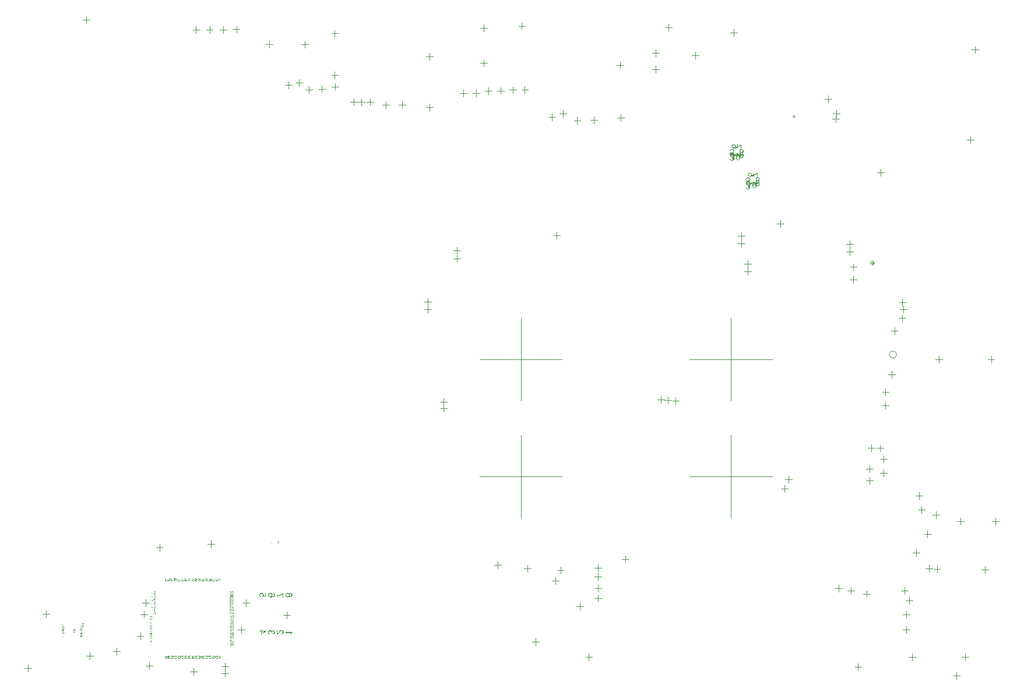
<source format=gbr>
G04*
G04 #@! TF.GenerationSoftware,Altium Limited,Altium Designer,23.7.1 (13)*
G04*
G04 Layer_Color=32768*
%FSLAX25Y25*%
%MOIN*%
G70*
G04*
G04 #@! TF.SameCoordinates,27D51526-8311-448D-B6E4-34D2AC34C314*
G04*
G04*
G04 #@! TF.FilePolarity,Positive*
G04*
G01*
G75*
%ADD16C,0.00394*%
%ADD353C,0.00100*%
G36*
X103940Y-348485D02*
X103986Y-348492D01*
X104030Y-348501D01*
X104069Y-348512D01*
X104106Y-348529D01*
X104141Y-348545D01*
X104173Y-348561D01*
X104201Y-348579D01*
X104226Y-348598D01*
X104249Y-348614D01*
X104268Y-348632D01*
X104284Y-348646D01*
X104295Y-348658D01*
X104305Y-348667D01*
X104309Y-348674D01*
X104312Y-348676D01*
X104335Y-348706D01*
X104353Y-348739D01*
X104372Y-348769D01*
X104385Y-348801D01*
X104409Y-348863D01*
X104422Y-348923D01*
X104427Y-348949D01*
X104432Y-348974D01*
X104434Y-348995D01*
X104436Y-349014D01*
X104439Y-349030D01*
Y-349041D01*
Y-349048D01*
Y-349050D01*
X104436Y-349092D01*
X104432Y-349131D01*
X104425Y-349171D01*
X104416Y-349205D01*
X104404Y-349238D01*
X104392Y-349270D01*
X104378Y-349298D01*
X104367Y-349323D01*
X104353Y-349346D01*
X104339Y-349367D01*
X104328Y-349383D01*
X104316Y-349399D01*
X104307Y-349411D01*
X104300Y-349418D01*
X104295Y-349422D01*
X104293Y-349425D01*
X104265Y-349450D01*
X104238Y-349473D01*
X104208Y-349492D01*
X104178Y-349508D01*
X104148Y-349524D01*
X104118Y-349536D01*
X104062Y-349552D01*
X104037Y-349559D01*
X104014Y-349563D01*
X103993Y-349566D01*
X103974Y-349568D01*
X103960Y-349570D01*
X103910D01*
X103882Y-349566D01*
X103826Y-349554D01*
X103776Y-349538D01*
X103729Y-349519D01*
X103692Y-349501D01*
X103676Y-349492D01*
X103662Y-349485D01*
X103651Y-349478D01*
X103644Y-349473D01*
X103639Y-349471D01*
X103637Y-349469D01*
X103639Y-349480D01*
X103640Y-349482D01*
X103654Y-349517D01*
X103664Y-349552D01*
X103673Y-349584D01*
X103677Y-349612D01*
X103680Y-349637D01*
X103682Y-349656D01*
Y-349667D01*
Y-349672D01*
X103681Y-349690D01*
X103723Y-349901D01*
X104362D01*
Y-350088D01*
X103568D01*
X103548Y-349984D01*
X103548Y-349984D01*
X103546Y-349986D01*
X103520Y-350009D01*
X103493Y-350030D01*
X103463Y-350046D01*
X103433Y-350060D01*
X103373Y-350083D01*
X103313Y-350099D01*
X103287Y-350104D01*
X103262Y-350109D01*
X103238Y-350111D01*
X103220Y-350113D01*
X103204Y-350115D01*
X103181D01*
X103139Y-350113D01*
X103100Y-350111D01*
X103063Y-350104D01*
X103028Y-350097D01*
X102996Y-350088D01*
X102966Y-350079D01*
X102938Y-350067D01*
X102913Y-350055D01*
X102890Y-350044D01*
X102871Y-350032D01*
X102855Y-350023D01*
X102841Y-350014D01*
X102830Y-350007D01*
X102823Y-350000D01*
X102818Y-349998D01*
X102816Y-349995D01*
X102793Y-349972D01*
X102772Y-349947D01*
X102751Y-349919D01*
X102735Y-349891D01*
X102707Y-349836D01*
X102689Y-349781D01*
X102682Y-349755D01*
X102675Y-349730D01*
X102670Y-349709D01*
X102666Y-349690D01*
X102663Y-349674D01*
Y-349663D01*
X102661Y-349656D01*
Y-349653D01*
X102862Y-349633D01*
X102867Y-349686D01*
X102876Y-349732D01*
X102890Y-349774D01*
X102906Y-349806D01*
X102920Y-349834D01*
X102934Y-349852D01*
X102943Y-349864D01*
X102947Y-349868D01*
X102982Y-349896D01*
X103019Y-349917D01*
X103058Y-349933D01*
X103093Y-349942D01*
X103125Y-349949D01*
X103153Y-349951D01*
X103162Y-349954D01*
X103176D01*
X103225Y-349951D01*
X103269Y-349942D01*
X103305Y-349928D01*
X103338Y-349915D01*
X103363Y-349898D01*
X103379Y-349887D01*
X103391Y-349878D01*
X103396Y-349873D01*
X103423Y-349840D01*
X103444Y-349808D01*
X103460Y-349776D01*
X103470Y-349744D01*
X103477Y-349718D01*
X103479Y-349695D01*
X103481Y-349681D01*
Y-349679D01*
Y-349676D01*
X103477Y-349635D01*
X103467Y-349591D01*
X103451Y-349552D01*
X103435Y-349515D01*
X103416Y-349485D01*
X103400Y-349459D01*
X103396Y-349450D01*
X103391Y-349443D01*
X103386Y-349441D01*
Y-349439D01*
X103368Y-349413D01*
X103345Y-349388D01*
X103319Y-349360D01*
X103292Y-349332D01*
X103234Y-349277D01*
X103176Y-349221D01*
X103146Y-349196D01*
X103121Y-349173D01*
X103095Y-349152D01*
X103075Y-349134D01*
X103058Y-349120D01*
X103044Y-349108D01*
X103035Y-349101D01*
X103033Y-349099D01*
X102975Y-349050D01*
X102922Y-349004D01*
X102878Y-348963D01*
X102843Y-348928D01*
X102813Y-348898D01*
X102793Y-348877D01*
X102781Y-348863D01*
X102777Y-348861D01*
Y-348859D01*
X102744Y-348819D01*
X102719Y-348783D01*
X102696Y-348746D01*
X102677Y-348713D01*
X102663Y-348686D01*
X102654Y-348665D01*
X102649Y-348651D01*
X102647Y-348649D01*
Y-348646D01*
X102638Y-348621D01*
X102633Y-348598D01*
X102629Y-348575D01*
X102626Y-348554D01*
X102624Y-348535D01*
Y-348521D01*
Y-348512D01*
Y-348510D01*
X103684D01*
Y-348520D01*
X103706Y-348512D01*
X103764Y-348498D01*
X103789Y-348492D01*
X103815Y-348489D01*
X103836Y-348487D01*
X103854Y-348485D01*
X103870Y-348482D01*
X103891D01*
X103940Y-348485D01*
D02*
G37*
G36*
X84301D02*
X84349Y-348494D01*
X84393Y-348503D01*
X84433Y-348517D01*
X84462Y-348529D01*
X84486Y-348540D01*
X84495Y-348542D01*
X84502Y-348547D01*
X84504Y-348549D01*
X84506D01*
X84546Y-348577D01*
X84583Y-348609D01*
X84613Y-348642D01*
X84638Y-348674D01*
X84659Y-348704D01*
X84673Y-348727D01*
X84677Y-348736D01*
X84682Y-348743D01*
X84684Y-348746D01*
Y-348748D01*
X84707Y-348796D01*
X84724Y-348847D01*
X84735Y-348893D01*
X84742Y-348937D01*
X84749Y-348974D01*
Y-348988D01*
X84751Y-349002D01*
Y-349014D01*
Y-349021D01*
Y-349025D01*
Y-349027D01*
X84749Y-349069D01*
X84744Y-349108D01*
X84737Y-349148D01*
X84730Y-349182D01*
X84719Y-349215D01*
X84707Y-349247D01*
X84696Y-349275D01*
X84682Y-349300D01*
X84668Y-349323D01*
X84657Y-349344D01*
X84645Y-349360D01*
X84633Y-349376D01*
X84627Y-349388D01*
X84620Y-349395D01*
X84615Y-349399D01*
X84613Y-349402D01*
X84587Y-349427D01*
X84560Y-349450D01*
X84530Y-349469D01*
X84502Y-349485D01*
X84474Y-349501D01*
X84446Y-349513D01*
X84393Y-349529D01*
X84370Y-349536D01*
X84347Y-349540D01*
X84329Y-349542D01*
X84310Y-349545D01*
X84296Y-349547D01*
X84278D01*
X84236Y-349545D01*
X84197Y-349538D01*
X84160Y-349531D01*
X84127Y-349522D01*
X84100Y-349510D01*
X84079Y-349503D01*
X84065Y-349496D01*
X84063Y-349494D01*
X84061D01*
X84024Y-349471D01*
X83991Y-349446D01*
X83961Y-349420D01*
X83938Y-349392D01*
X83917Y-349369D01*
X83901Y-349351D01*
X83892Y-349337D01*
X83890Y-349335D01*
Y-349356D01*
X83893Y-349360D01*
X83916Y-349395D01*
X83935Y-349422D01*
X83948Y-349448D01*
X83958Y-349466D01*
X83962Y-349478D01*
X83965Y-349482D01*
X83978Y-349517D01*
X83988Y-349552D01*
X83997Y-349584D01*
X84002Y-349612D01*
X84004Y-349637D01*
X84006Y-349656D01*
Y-349667D01*
Y-349672D01*
X84004Y-349707D01*
X83999Y-349739D01*
X83995Y-349771D01*
X83989Y-349789D01*
X83989Y-349790D01*
X84014Y-349822D01*
X84038Y-349850D01*
X84058Y-349873D01*
X84074Y-349889D01*
X84086Y-349898D01*
X84091Y-349901D01*
X84118Y-349919D01*
X84146Y-349931D01*
X84174Y-349940D01*
X84202Y-349947D01*
X84222Y-349951D01*
X84241Y-349954D01*
X84257D01*
X84298Y-349949D01*
X84338Y-349940D01*
X84370Y-349926D01*
X84400Y-349912D01*
X84423Y-349896D01*
X84439Y-349882D01*
X84449Y-349873D01*
X84453Y-349868D01*
X84469Y-349848D01*
X84486Y-349822D01*
X84500Y-349794D01*
X84509Y-349767D01*
X84518Y-349741D01*
X84525Y-349720D01*
X84527Y-349707D01*
X84530Y-349704D01*
Y-349702D01*
X84726Y-349718D01*
X84712Y-349783D01*
X84691Y-349840D01*
X84668Y-349891D01*
X84643Y-349933D01*
X84617Y-349965D01*
X84608Y-349979D01*
X84597Y-349991D01*
X84589Y-349998D01*
X84583Y-350005D01*
X84580Y-350007D01*
X84578Y-350009D01*
X84555Y-350028D01*
X84530Y-350044D01*
X84479Y-350072D01*
X84428Y-350090D01*
X84379Y-350102D01*
X84336Y-350111D01*
X84317Y-350113D01*
X84301D01*
X84287Y-350115D01*
X84268D01*
X84222Y-350113D01*
X84178Y-350109D01*
X84137Y-350099D01*
X84097Y-350088D01*
X84063Y-350072D01*
X84028Y-350058D01*
X83998Y-350039D01*
X83970Y-350023D01*
X83947Y-350007D01*
X83924Y-349988D01*
X83906Y-349974D01*
X83893Y-349961D01*
X83891Y-349963D01*
X83881Y-349972D01*
X83877Y-349981D01*
X83872Y-349984D01*
X83870Y-349986D01*
X83845Y-350009D01*
X83817Y-350030D01*
X83787Y-350046D01*
X83757Y-350060D01*
X83697Y-350083D01*
X83637Y-350099D01*
X83611Y-350104D01*
X83586Y-350109D01*
X83563Y-350111D01*
X83544Y-350113D01*
X83528Y-350115D01*
X83505D01*
X83463Y-350113D01*
X83424Y-350111D01*
X83387Y-350104D01*
X83353Y-350097D01*
X83320Y-350088D01*
X83290Y-350079D01*
X83262Y-350067D01*
X83237Y-350055D01*
X83214Y-350044D01*
X83196Y-350032D01*
X83179Y-350023D01*
X83165Y-350014D01*
X83154Y-350007D01*
X83147Y-350000D01*
X83142Y-349998D01*
X83140Y-349995D01*
X83117Y-349972D01*
X83096Y-349947D01*
X83075Y-349919D01*
X83059Y-349891D01*
X83031Y-349836D01*
X83013Y-349781D01*
X83006Y-349755D01*
X82999Y-349730D01*
X82995Y-349709D01*
X82990Y-349690D01*
X82987Y-349674D01*
Y-349663D01*
X82985Y-349656D01*
Y-349653D01*
X83186Y-349633D01*
X83191Y-349686D01*
X83200Y-349732D01*
X83214Y-349774D01*
X83230Y-349806D01*
X83244Y-349834D01*
X83258Y-349852D01*
X83267Y-349864D01*
X83272Y-349868D01*
X83306Y-349896D01*
X83343Y-349917D01*
X83383Y-349933D01*
X83417Y-349942D01*
X83450Y-349949D01*
X83477Y-349951D01*
X83486Y-349954D01*
X83500D01*
X83549Y-349951D01*
X83593Y-349942D01*
X83630Y-349928D01*
X83662Y-349915D01*
X83688Y-349898D01*
X83704Y-349887D01*
X83715Y-349878D01*
X83720Y-349873D01*
X83748Y-349840D01*
X83768Y-349808D01*
X83782Y-349781D01*
X83765Y-349737D01*
X83749Y-349681D01*
X83735Y-349626D01*
X83723Y-349568D01*
X83714Y-349515D01*
X83707Y-349462D01*
X83704Y-349430D01*
X83692Y-349413D01*
X83669Y-349388D01*
X83644Y-349360D01*
X83616Y-349332D01*
X83558Y-349277D01*
X83500Y-349221D01*
X83470Y-349196D01*
X83445Y-349173D01*
X83420Y-349152D01*
X83399Y-349134D01*
X83383Y-349120D01*
X83369Y-349108D01*
X83359Y-349101D01*
X83357Y-349099D01*
X83299Y-349050D01*
X83246Y-349004D01*
X83202Y-348963D01*
X83168Y-348928D01*
X83138Y-348898D01*
X83117Y-348877D01*
X83105Y-348863D01*
X83101Y-348861D01*
Y-348859D01*
X83068Y-348819D01*
X83043Y-348783D01*
X83020Y-348746D01*
X83001Y-348713D01*
X82987Y-348686D01*
X82978Y-348665D01*
X82974Y-348651D01*
X82971Y-348649D01*
Y-348646D01*
X82962Y-348621D01*
X82958Y-348598D01*
X82953Y-348575D01*
X82951Y-348554D01*
X82948Y-348535D01*
Y-348521D01*
Y-348512D01*
Y-348510D01*
X84009D01*
Y-348541D01*
X84010Y-348540D01*
X84042Y-348526D01*
X84074Y-348515D01*
X84107Y-348505D01*
X84135Y-348498D01*
X84162Y-348492D01*
X84185Y-348487D01*
X84206Y-348485D01*
X84225D01*
X84236Y-348482D01*
X84248D01*
X84301Y-348485D01*
D02*
G37*
G36*
X100003D02*
X100049Y-348492D01*
X100093Y-348501D01*
X100132Y-348512D01*
X100169Y-348529D01*
X100204Y-348545D01*
X100236Y-348561D01*
X100264Y-348579D01*
X100289Y-348598D01*
X100312Y-348614D01*
X100331Y-348632D01*
X100347Y-348646D01*
X100358Y-348658D01*
X100368Y-348667D01*
X100372Y-348674D01*
X100374Y-348676D01*
X100398Y-348706D01*
X100416Y-348739D01*
X100435Y-348769D01*
X100449Y-348801D01*
X100472Y-348863D01*
X100485Y-348923D01*
X100490Y-348949D01*
X100495Y-348974D01*
X100497Y-348995D01*
X100499Y-349014D01*
X100502Y-349030D01*
Y-349041D01*
Y-349048D01*
Y-349050D01*
X100499Y-349092D01*
X100495Y-349131D01*
X100488Y-349171D01*
X100478Y-349205D01*
X100467Y-349238D01*
X100455Y-349270D01*
X100442Y-349298D01*
X100430Y-349323D01*
X100416Y-349346D01*
X100402Y-349367D01*
X100391Y-349383D01*
X100379Y-349399D01*
X100370Y-349411D01*
X100363Y-349418D01*
X100358Y-349422D01*
X100356Y-349425D01*
X100328Y-349450D01*
X100301Y-349473D01*
X100271Y-349492D01*
X100241Y-349508D01*
X100210Y-349524D01*
X100180Y-349536D01*
X100125Y-349552D01*
X100100Y-349559D01*
X100076Y-349563D01*
X100056Y-349566D01*
X100037Y-349568D01*
X100023Y-349570D01*
X99973D01*
X99945Y-349566D01*
X99889Y-349554D01*
X99839Y-349538D01*
X99792Y-349519D01*
X99756Y-349501D01*
X99739Y-349492D01*
X99725Y-349485D01*
X99714Y-349478D01*
X99707Y-349473D01*
X99702Y-349471D01*
X99700Y-349469D01*
X99786Y-349901D01*
X100425D01*
Y-350088D01*
X99631D01*
X99540Y-349603D01*
Y-350109D01*
X99380D01*
X98648Y-349074D01*
Y-348893D01*
X99343D01*
Y-348510D01*
X99540D01*
Y-348668D01*
X99552Y-348651D01*
X99564Y-348637D01*
X99575Y-348625D01*
X99585Y-348616D01*
X99589Y-348607D01*
X99594Y-348605D01*
X99596Y-348602D01*
X99624Y-348582D01*
X99651Y-348563D01*
X99682Y-348547D01*
X99712Y-348533D01*
X99769Y-348512D01*
X99827Y-348498D01*
X99853Y-348492D01*
X99878Y-348489D01*
X99899Y-348487D01*
X99917Y-348485D01*
X99933Y-348482D01*
X99954D01*
X100003Y-348485D01*
D02*
G37*
G36*
X80364D02*
X80412Y-348494D01*
X80456Y-348503D01*
X80496Y-348517D01*
X80525Y-348529D01*
X80549Y-348540D01*
X80558Y-348542D01*
X80565Y-348547D01*
X80567Y-348549D01*
X80569D01*
X80609Y-348577D01*
X80646Y-348609D01*
X80676Y-348642D01*
X80701Y-348674D01*
X80722Y-348704D01*
X80736Y-348727D01*
X80740Y-348736D01*
X80745Y-348743D01*
X80747Y-348746D01*
Y-348748D01*
X80770Y-348796D01*
X80787Y-348847D01*
X80798Y-348893D01*
X80805Y-348937D01*
X80812Y-348974D01*
Y-348988D01*
X80814Y-349002D01*
Y-349014D01*
Y-349021D01*
Y-349025D01*
Y-349027D01*
X80812Y-349069D01*
X80807Y-349108D01*
X80800Y-349148D01*
X80793Y-349182D01*
X80782Y-349215D01*
X80770Y-349247D01*
X80759Y-349275D01*
X80745Y-349300D01*
X80731Y-349323D01*
X80720Y-349344D01*
X80708Y-349360D01*
X80696Y-349376D01*
X80690Y-349388D01*
X80683Y-349395D01*
X80678Y-349399D01*
X80676Y-349402D01*
X80650Y-349427D01*
X80623Y-349450D01*
X80593Y-349469D01*
X80565Y-349485D01*
X80537Y-349501D01*
X80509Y-349513D01*
X80456Y-349529D01*
X80433Y-349536D01*
X80410Y-349540D01*
X80392Y-349542D01*
X80373Y-349545D01*
X80359Y-349547D01*
X80341D01*
X80299Y-349545D01*
X80260Y-349538D01*
X80223Y-349531D01*
X80190Y-349522D01*
X80163Y-349510D01*
X80142Y-349503D01*
X80128Y-349496D01*
X80126Y-349494D01*
X80124D01*
X80087Y-349471D01*
X80054Y-349446D01*
X80024Y-349420D01*
X80001Y-349392D01*
X79980Y-349369D01*
X79964Y-349351D01*
X79955Y-349337D01*
X79953Y-349335D01*
Y-349376D01*
X79955Y-349418D01*
X79957Y-349455D01*
X79962Y-349492D01*
X79964Y-349524D01*
X79969Y-349554D01*
X79973Y-349582D01*
X79980Y-349607D01*
X79985Y-349630D01*
X79990Y-349649D01*
X79994Y-349665D01*
X79997Y-349679D01*
X80001Y-349688D01*
X80003Y-349695D01*
X80006Y-349700D01*
Y-349702D01*
X80029Y-349748D01*
X80052Y-349790D01*
X80077Y-349822D01*
X80101Y-349850D01*
X80121Y-349873D01*
X80137Y-349889D01*
X80149Y-349898D01*
X80154Y-349901D01*
X80181Y-349919D01*
X80209Y-349931D01*
X80237Y-349940D01*
X80265Y-349947D01*
X80285Y-349951D01*
X80304Y-349954D01*
X80320D01*
X80361Y-349949D01*
X80401Y-349940D01*
X80433Y-349926D01*
X80463Y-349912D01*
X80486Y-349896D01*
X80502Y-349882D01*
X80512Y-349873D01*
X80516Y-349868D01*
X80532Y-349848D01*
X80549Y-349822D01*
X80563Y-349794D01*
X80572Y-349767D01*
X80581Y-349741D01*
X80588Y-349720D01*
X80590Y-349707D01*
X80593Y-349704D01*
Y-349702D01*
X80789Y-349718D01*
X80775Y-349783D01*
X80754Y-349840D01*
X80731Y-349891D01*
X80706Y-349933D01*
X80680Y-349965D01*
X80671Y-349979D01*
X80660Y-349991D01*
X80652Y-349998D01*
X80646Y-350005D01*
X80643Y-350007D01*
X80641Y-350009D01*
X80618Y-350028D01*
X80593Y-350044D01*
X80542Y-350072D01*
X80491Y-350090D01*
X80442Y-350102D01*
X80398Y-350111D01*
X80380Y-350113D01*
X80364D01*
X80350Y-350115D01*
X80331D01*
X80285Y-350113D01*
X80241Y-350109D01*
X80200Y-350099D01*
X80160Y-350088D01*
X80126Y-350072D01*
X80091Y-350058D01*
X80061Y-350039D01*
X80033Y-350023D01*
X80010Y-350007D01*
X79987Y-349988D01*
X79969Y-349974D01*
X79955Y-349961D01*
X79943Y-349947D01*
X79934Y-349938D01*
X79930Y-349933D01*
X79927Y-349931D01*
X79897Y-349889D01*
X79872Y-349840D01*
X79864Y-349823D01*
Y-350109D01*
X79704D01*
X78972Y-349074D01*
Y-348893D01*
X79667D01*
Y-348510D01*
X79864D01*
Y-348739D01*
X79874Y-348718D01*
X79888Y-348697D01*
X79897Y-348681D01*
X79904Y-348672D01*
X79909Y-348665D01*
X79911Y-348662D01*
X79941Y-348630D01*
X79973Y-348602D01*
X80006Y-348579D01*
X80038Y-348558D01*
X80073Y-348540D01*
X80105Y-348526D01*
X80137Y-348515D01*
X80170Y-348505D01*
X80198Y-348498D01*
X80225Y-348492D01*
X80248Y-348487D01*
X80269Y-348485D01*
X80288D01*
X80299Y-348482D01*
X80311D01*
X80364Y-348485D01*
D02*
G37*
G36*
X105907D02*
X105954Y-348492D01*
X105998Y-348501D01*
X106037Y-348512D01*
X106074Y-348529D01*
X106108Y-348545D01*
X106141Y-348561D01*
X106168Y-348579D01*
X106194Y-348598D01*
X106217Y-348614D01*
X106235Y-348632D01*
X106252Y-348646D01*
X106263Y-348658D01*
X106272Y-348667D01*
X106277Y-348674D01*
X106279Y-348676D01*
X106302Y-348706D01*
X106321Y-348739D01*
X106339Y-348769D01*
X106353Y-348801D01*
X106376Y-348863D01*
X106390Y-348923D01*
X106395Y-348949D01*
X106399Y-348974D01*
X106402Y-348995D01*
X106404Y-349014D01*
X106406Y-349030D01*
Y-349041D01*
Y-349048D01*
Y-349050D01*
X106404Y-349092D01*
X106399Y-349131D01*
X106393Y-349171D01*
X106383Y-349205D01*
X106372Y-349238D01*
X106360Y-349270D01*
X106346Y-349298D01*
X106335Y-349323D01*
X106321Y-349346D01*
X106307Y-349367D01*
X106295Y-349383D01*
X106284Y-349399D01*
X106275Y-349411D01*
X106268Y-349418D01*
X106263Y-349422D01*
X106261Y-349425D01*
X106233Y-349450D01*
X106205Y-349473D01*
X106175Y-349492D01*
X106145Y-349508D01*
X106115Y-349524D01*
X106085Y-349536D01*
X106030Y-349552D01*
X106004Y-349559D01*
X105981Y-349563D01*
X105961Y-349566D01*
X105942Y-349568D01*
X105928Y-349570D01*
X105877D01*
X105850Y-349566D01*
X105794Y-349554D01*
X105743Y-349538D01*
X105697Y-349519D01*
X105660Y-349501D01*
X105644Y-349492D01*
X105630Y-349485D01*
X105619Y-349478D01*
X105612Y-349473D01*
X105607Y-349471D01*
X105605Y-349469D01*
X105690Y-349901D01*
X106330D01*
Y-350088D01*
X105535D01*
X105381Y-349265D01*
X105566Y-349240D01*
X105582Y-349265D01*
X105602Y-349286D01*
X105621Y-349307D01*
X105639Y-349323D01*
X105658Y-349335D01*
X105672Y-349346D01*
X105681Y-349351D01*
X105683Y-349353D01*
X105713Y-349367D01*
X105743Y-349378D01*
X105771Y-349385D01*
X105799Y-349392D01*
X105822Y-349395D01*
X105840Y-349397D01*
X105884D01*
X105912Y-349392D01*
X105961Y-349381D01*
X106002Y-349365D01*
X106039Y-349348D01*
X106067Y-349330D01*
X106088Y-349314D01*
X106099Y-349302D01*
X106104Y-349300D01*
Y-349298D01*
X106136Y-349258D01*
X106159Y-349217D01*
X106175Y-349173D01*
X106187Y-349129D01*
X106194Y-349092D01*
X106196Y-349076D01*
Y-349062D01*
X106198Y-349050D01*
Y-349041D01*
Y-349037D01*
Y-349034D01*
Y-349002D01*
X106194Y-348972D01*
X106182Y-348914D01*
X106166Y-348866D01*
X106150Y-348827D01*
X106131Y-348794D01*
X106115Y-348769D01*
X106108Y-348762D01*
X106104Y-348755D01*
X106101Y-348752D01*
X106099Y-348750D01*
X106081Y-348732D01*
X106062Y-348716D01*
X106021Y-348688D01*
X105981Y-348669D01*
X105942Y-348658D01*
X105910Y-348649D01*
X105882Y-348646D01*
X105873Y-348644D01*
X105859D01*
X105815Y-348646D01*
X105776Y-348656D01*
X105741Y-348667D01*
X105713Y-348681D01*
X105688Y-348695D01*
X105669Y-348706D01*
X105660Y-348716D01*
X105656Y-348718D01*
X105628Y-348750D01*
X105605Y-348785D01*
X105586Y-348824D01*
X105572Y-348859D01*
X105563Y-348893D01*
X105556Y-348919D01*
X105554Y-348930D01*
X105552Y-348937D01*
Y-348942D01*
Y-348944D01*
X105360Y-348929D01*
Y-350115D01*
X105233D01*
X105210Y-350076D01*
X105185Y-350039D01*
X105155Y-350002D01*
X105127Y-349970D01*
X105099Y-349942D01*
X105078Y-349919D01*
X105069Y-349912D01*
X105062Y-349905D01*
X105060Y-349903D01*
X105058Y-349901D01*
X105009Y-349861D01*
X104961Y-349824D01*
X104914Y-349792D01*
X104868Y-349767D01*
X104829Y-349744D01*
X104813Y-349734D01*
X104799Y-349727D01*
X104787Y-349720D01*
X104778Y-349718D01*
X104774Y-349713D01*
X104771D01*
Y-349524D01*
X104806Y-349538D01*
X104841Y-349554D01*
X104875Y-349570D01*
X104908Y-349586D01*
X104935Y-349600D01*
X104958Y-349612D01*
X104972Y-349621D01*
X104974Y-349623D01*
X104977D01*
X105018Y-349649D01*
X105055Y-349674D01*
X105088Y-349697D01*
X105113Y-349718D01*
X105136Y-349734D01*
X105150Y-349748D01*
X105162Y-349757D01*
X105164Y-349760D01*
Y-348510D01*
X105360D01*
Y-348848D01*
X105378Y-348792D01*
X105404Y-348736D01*
X105418Y-348711D01*
X105431Y-348690D01*
X105443Y-348669D01*
X105457Y-348651D01*
X105468Y-348637D01*
X105480Y-348625D01*
X105489Y-348616D01*
X105494Y-348607D01*
X105499Y-348605D01*
X105501Y-348602D01*
X105528Y-348582D01*
X105556Y-348563D01*
X105586Y-348547D01*
X105616Y-348533D01*
X105674Y-348512D01*
X105732Y-348498D01*
X105757Y-348492D01*
X105783Y-348489D01*
X105803Y-348487D01*
X105822Y-348485D01*
X105838Y-348482D01*
X105859D01*
X105907Y-348485D01*
D02*
G37*
G36*
X86269D02*
X86317Y-348494D01*
X86361Y-348503D01*
X86400Y-348517D01*
X86430Y-348529D01*
X86453Y-348540D01*
X86463Y-348542D01*
X86470Y-348547D01*
X86472Y-348549D01*
X86474D01*
X86513Y-348577D01*
X86550Y-348609D01*
X86580Y-348642D01*
X86606Y-348674D01*
X86627Y-348704D01*
X86640Y-348727D01*
X86645Y-348736D01*
X86650Y-348743D01*
X86652Y-348746D01*
Y-348748D01*
X86675Y-348796D01*
X86691Y-348847D01*
X86703Y-348893D01*
X86710Y-348937D01*
X86717Y-348974D01*
Y-348988D01*
X86719Y-349002D01*
Y-349014D01*
Y-349021D01*
Y-349025D01*
Y-349027D01*
X86717Y-349069D01*
X86712Y-349108D01*
X86705Y-349148D01*
X86698Y-349182D01*
X86687Y-349215D01*
X86675Y-349247D01*
X86664Y-349275D01*
X86650Y-349300D01*
X86636Y-349323D01*
X86624Y-349344D01*
X86613Y-349360D01*
X86601Y-349376D01*
X86594Y-349388D01*
X86587Y-349395D01*
X86583Y-349399D01*
X86580Y-349402D01*
X86555Y-349427D01*
X86527Y-349450D01*
X86497Y-349469D01*
X86470Y-349485D01*
X86442Y-349501D01*
X86414Y-349513D01*
X86361Y-349529D01*
X86338Y-349536D01*
X86315Y-349540D01*
X86296Y-349542D01*
X86278Y-349545D01*
X86264Y-349547D01*
X86245D01*
X86204Y-349545D01*
X86165Y-349538D01*
X86128Y-349531D01*
X86095Y-349522D01*
X86068Y-349510D01*
X86047Y-349503D01*
X86033Y-349496D01*
X86031Y-349494D01*
X86028D01*
X85991Y-349471D01*
X85959Y-349446D01*
X85929Y-349420D01*
X85906Y-349392D01*
X85885Y-349369D01*
X85869Y-349351D01*
X85860Y-349337D01*
X85857Y-349335D01*
Y-349376D01*
X85860Y-349418D01*
X85862Y-349455D01*
X85867Y-349492D01*
X85869Y-349524D01*
X85874Y-349554D01*
X85878Y-349582D01*
X85885Y-349607D01*
X85890Y-349630D01*
X85894Y-349649D01*
X85899Y-349665D01*
X85901Y-349679D01*
X85906Y-349688D01*
X85908Y-349695D01*
X85910Y-349700D01*
Y-349702D01*
X85934Y-349748D01*
X85957Y-349790D01*
X85982Y-349822D01*
X86005Y-349850D01*
X86026Y-349873D01*
X86042Y-349889D01*
X86054Y-349898D01*
X86058Y-349901D01*
X86086Y-349919D01*
X86114Y-349931D01*
X86142Y-349940D01*
X86169Y-349947D01*
X86190Y-349951D01*
X86208Y-349954D01*
X86225D01*
X86266Y-349949D01*
X86305Y-349940D01*
X86338Y-349926D01*
X86368Y-349912D01*
X86391Y-349896D01*
X86407Y-349882D01*
X86416Y-349873D01*
X86421Y-349868D01*
X86437Y-349848D01*
X86453Y-349822D01*
X86467Y-349794D01*
X86476Y-349767D01*
X86486Y-349741D01*
X86493Y-349720D01*
X86495Y-349707D01*
X86497Y-349704D01*
Y-349702D01*
X86694Y-349718D01*
X86680Y-349783D01*
X86659Y-349840D01*
X86636Y-349891D01*
X86610Y-349933D01*
X86585Y-349965D01*
X86576Y-349979D01*
X86564Y-349991D01*
X86557Y-349998D01*
X86550Y-350005D01*
X86548Y-350007D01*
X86546Y-350009D01*
X86523Y-350028D01*
X86497Y-350044D01*
X86446Y-350072D01*
X86396Y-350090D01*
X86347Y-350102D01*
X86303Y-350111D01*
X86285Y-350113D01*
X86269D01*
X86255Y-350115D01*
X86236D01*
X86190Y-350113D01*
X86146Y-350109D01*
X86105Y-350099D01*
X86065Y-350088D01*
X86031Y-350072D01*
X85996Y-350058D01*
X85966Y-350039D01*
X85938Y-350023D01*
X85915Y-350007D01*
X85892Y-349988D01*
X85874Y-349974D01*
X85860Y-349961D01*
X85848Y-349947D01*
X85839Y-349938D01*
X85834Y-349933D01*
X85832Y-349931D01*
X85802Y-349889D01*
X85777Y-349840D01*
X85753Y-349790D01*
X85733Y-349737D01*
X85716Y-349681D01*
X85703Y-349626D01*
X85691Y-349568D01*
X85685Y-349530D01*
Y-350115D01*
X85557D01*
X85534Y-350076D01*
X85509Y-350039D01*
X85479Y-350002D01*
X85451Y-349970D01*
X85423Y-349942D01*
X85403Y-349919D01*
X85393Y-349912D01*
X85387Y-349905D01*
X85384Y-349903D01*
X85382Y-349901D01*
X85333Y-349861D01*
X85285Y-349824D01*
X85239Y-349792D01*
X85193Y-349767D01*
X85153Y-349744D01*
X85137Y-349734D01*
X85123Y-349727D01*
X85112Y-349720D01*
X85102Y-349718D01*
X85098Y-349713D01*
X85095D01*
Y-349524D01*
X85130Y-349538D01*
X85165Y-349554D01*
X85199Y-349570D01*
X85232Y-349586D01*
X85259Y-349600D01*
X85283Y-349612D01*
X85296Y-349621D01*
X85299Y-349623D01*
X85301D01*
X85343Y-349649D01*
X85380Y-349674D01*
X85412Y-349697D01*
X85437Y-349718D01*
X85460Y-349734D01*
X85474Y-349748D01*
X85486Y-349757D01*
X85488Y-349760D01*
Y-348510D01*
X85685D01*
Y-348998D01*
X85686Y-348988D01*
X85698Y-348935D01*
X85710Y-348886D01*
X85723Y-348843D01*
X85739Y-348803D01*
X85753Y-348771D01*
X85767Y-348741D01*
X85779Y-348718D01*
X85793Y-348697D01*
X85802Y-348681D01*
X85809Y-348672D01*
X85813Y-348665D01*
X85816Y-348662D01*
X85846Y-348630D01*
X85878Y-348602D01*
X85910Y-348579D01*
X85943Y-348558D01*
X85978Y-348540D01*
X86010Y-348526D01*
X86042Y-348515D01*
X86075Y-348505D01*
X86102Y-348498D01*
X86130Y-348492D01*
X86153Y-348487D01*
X86174Y-348485D01*
X86192D01*
X86204Y-348482D01*
X86215D01*
X86269Y-348485D01*
D02*
G37*
G36*
X89416Y-348487D02*
X89474Y-348496D01*
X89527Y-348512D01*
X89571Y-348531D01*
X89589Y-348538D01*
X89608Y-348547D01*
X89622Y-348556D01*
X89635Y-348563D01*
X89645Y-348568D01*
X89652Y-348572D01*
X89656Y-348577D01*
X89658D01*
X89705Y-348616D01*
X89723Y-348635D01*
X89732Y-348625D01*
X89741Y-348616D01*
X89746Y-348607D01*
X89750Y-348605D01*
X89753Y-348602D01*
X89780Y-348582D01*
X89808Y-348563D01*
X89838Y-348547D01*
X89868Y-348533D01*
X89926Y-348512D01*
X89984Y-348498D01*
X90009Y-348492D01*
X90035Y-348489D01*
X90055Y-348487D01*
X90074Y-348485D01*
X90090Y-348482D01*
X90111D01*
X90159Y-348485D01*
X90206Y-348492D01*
X90249Y-348501D01*
X90289Y-348512D01*
X90326Y-348529D01*
X90360Y-348545D01*
X90393Y-348561D01*
X90420Y-348579D01*
X90446Y-348598D01*
X90469Y-348614D01*
X90487Y-348632D01*
X90504Y-348646D01*
X90515Y-348658D01*
X90524Y-348667D01*
X90529Y-348674D01*
X90531Y-348676D01*
X90554Y-348706D01*
X90573Y-348739D01*
X90591Y-348769D01*
X90605Y-348801D01*
X90628Y-348863D01*
X90642Y-348923D01*
X90647Y-348949D01*
X90651Y-348974D01*
X90654Y-348995D01*
X90656Y-349014D01*
X90658Y-349030D01*
Y-349041D01*
Y-349048D01*
Y-349050D01*
X90656Y-349092D01*
X90651Y-349131D01*
X90644Y-349171D01*
X90635Y-349205D01*
X90624Y-349238D01*
X90612Y-349270D01*
X90598Y-349298D01*
X90587Y-349323D01*
X90573Y-349346D01*
X90559Y-349367D01*
X90547Y-349383D01*
X90536Y-349399D01*
X90527Y-349411D01*
X90520Y-349418D01*
X90515Y-349422D01*
X90513Y-349425D01*
X90485Y-349450D01*
X90457Y-349473D01*
X90427Y-349492D01*
X90397Y-349508D01*
X90367Y-349524D01*
X90337Y-349536D01*
X90282Y-349552D01*
X90256Y-349559D01*
X90233Y-349563D01*
X90213Y-349566D01*
X90194Y-349568D01*
X90180Y-349570D01*
X90129D01*
X90102Y-349566D01*
X90046Y-349554D01*
X89995Y-349538D01*
X89949Y-349519D01*
X89916Y-349503D01*
X89913Y-349536D01*
X89908Y-349575D01*
X89903Y-349612D01*
X89896Y-349646D01*
X89894Y-349657D01*
X89942Y-349901D01*
X90582D01*
Y-350088D01*
X89787D01*
X89759Y-349939D01*
X89732Y-349970D01*
X89702Y-349995D01*
X89679Y-350014D01*
X89670Y-350021D01*
X89663Y-350025D01*
X89661Y-350030D01*
X89658D01*
X89610Y-350058D01*
X89561Y-350079D01*
X89513Y-350095D01*
X89469Y-350104D01*
X89430Y-350111D01*
X89414Y-350113D01*
X89402D01*
X89390Y-350115D01*
X89374D01*
X89335Y-350113D01*
X89298Y-350109D01*
X89261Y-350102D01*
X89229Y-350092D01*
X89166Y-350067D01*
X89139Y-350055D01*
X89116Y-350042D01*
X89092Y-350025D01*
X89074Y-350014D01*
X89056Y-350000D01*
X89042Y-349988D01*
X89030Y-349979D01*
X89023Y-349972D01*
X89019Y-349968D01*
X89016Y-349965D01*
X88991Y-349938D01*
X88970Y-349905D01*
X88949Y-349875D01*
X88933Y-349843D01*
X88919Y-349808D01*
X88908Y-349776D01*
X88892Y-349716D01*
X88885Y-349686D01*
X88880Y-349660D01*
X88878Y-349635D01*
X88875Y-349614D01*
X88873Y-349598D01*
Y-349586D01*
Y-349577D01*
Y-349575D01*
X88875Y-349531D01*
X88880Y-349492D01*
X88885Y-349452D01*
X88894Y-349415D01*
X88905Y-349383D01*
X88917Y-349351D01*
X88929Y-349323D01*
X88942Y-349298D01*
X88954Y-349275D01*
X88965Y-349254D01*
X88977Y-349238D01*
X88989Y-349221D01*
X88998Y-349210D01*
X89002Y-349203D01*
X89007Y-349198D01*
X89009Y-349196D01*
X89035Y-349171D01*
X89062Y-349150D01*
X89090Y-349129D01*
X89120Y-349113D01*
X89148Y-349099D01*
X89176Y-349088D01*
X89229Y-349071D01*
X89252Y-349064D01*
X89275Y-349060D01*
X89293Y-349058D01*
X89312Y-349055D01*
X89326Y-349053D01*
X89344D01*
X89388Y-349055D01*
X89430Y-349062D01*
X89467Y-349071D01*
X89501Y-349083D01*
X89527Y-349092D01*
X89548Y-349101D01*
X89561Y-349108D01*
X89566Y-349111D01*
X89603Y-349134D01*
X89635Y-349159D01*
X89663Y-349184D01*
X89686Y-349208D01*
X89702Y-349231D01*
X89716Y-349247D01*
X89721Y-349253D01*
X89728Y-349252D01*
Y-349245D01*
Y-349233D01*
Y-349226D01*
Y-349224D01*
X89726Y-349178D01*
X89723Y-349134D01*
X89719Y-349094D01*
X89714Y-349058D01*
X89707Y-349027D01*
X89702Y-349004D01*
X89700Y-348995D01*
Y-348988D01*
X89698Y-348986D01*
Y-348984D01*
X89686Y-348942D01*
X89684Y-348935D01*
X89598Y-348928D01*
X89603Y-348891D01*
X89610Y-348856D01*
X89629Y-348797D01*
X89628Y-348796D01*
X89626Y-348794D01*
X89608Y-348769D01*
X89589Y-348748D01*
X89571Y-348729D01*
X89552Y-348713D01*
X89538Y-348699D01*
X89525Y-348690D01*
X89515Y-348686D01*
X89513Y-348683D01*
X89487Y-348669D01*
X89460Y-348660D01*
X89434Y-348653D01*
X89409Y-348649D01*
X89388Y-348646D01*
X89372Y-348644D01*
X89356D01*
X89319Y-348646D01*
X89284Y-348653D01*
X89254Y-348662D01*
X89229Y-348674D01*
X89210Y-348683D01*
X89194Y-348692D01*
X89185Y-348699D01*
X89183Y-348702D01*
X89160Y-348727D01*
X89141Y-348757D01*
X89125Y-348790D01*
X89113Y-348822D01*
X89104Y-348850D01*
X89097Y-348875D01*
X89095Y-348884D01*
Y-348889D01*
X89092Y-348893D01*
Y-348896D01*
X88903Y-348880D01*
X88917Y-348813D01*
X88935Y-348755D01*
X88959Y-348704D01*
X88982Y-348662D01*
X89005Y-348630D01*
X89016Y-348616D01*
X89025Y-348605D01*
X89032Y-348598D01*
X89039Y-348591D01*
X89042Y-348588D01*
X89044Y-348586D01*
X89067Y-348568D01*
X89092Y-348552D01*
X89143Y-348526D01*
X89194Y-348508D01*
X89243Y-348496D01*
X89287Y-348487D01*
X89305Y-348485D01*
X89321D01*
X89333Y-348482D01*
X89351D01*
X89416Y-348487D01*
D02*
G37*
G36*
X109168D02*
X109226Y-348496D01*
X109279Y-348512D01*
X109323Y-348531D01*
X109341Y-348538D01*
X109360Y-348547D01*
X109373Y-348556D01*
X109387Y-348563D01*
X109397Y-348568D01*
X109404Y-348572D01*
X109408Y-348577D01*
X109411D01*
X109457Y-348616D01*
X109498Y-348660D01*
X109531Y-348706D01*
X109558Y-348750D01*
X109581Y-348790D01*
X109591Y-348808D01*
X109598Y-348822D01*
X109602Y-348836D01*
X109607Y-348845D01*
X109609Y-348850D01*
Y-348852D01*
X109621Y-348886D01*
X109632Y-348926D01*
X109648Y-349004D01*
X109660Y-349088D01*
X109667Y-349166D01*
X109671Y-349201D01*
X109674Y-349235D01*
Y-349265D01*
X109676Y-349291D01*
Y-349311D01*
Y-349328D01*
Y-349339D01*
Y-349342D01*
Y-349395D01*
X109674Y-349446D01*
X109669Y-349492D01*
X109665Y-349536D01*
X109660Y-349575D01*
X109655Y-349612D01*
X109648Y-349646D01*
X109642Y-349676D01*
X109635Y-349702D01*
X109630Y-349725D01*
X109623Y-349746D01*
X109618Y-349762D01*
X109614Y-349774D01*
X109609Y-349783D01*
X109607Y-349787D01*
Y-349790D01*
X109579Y-349845D01*
X109549Y-349894D01*
X109514Y-349935D01*
X109484Y-349970D01*
X109454Y-349995D01*
X109431Y-350014D01*
X109422Y-350021D01*
X109415Y-350025D01*
X109413Y-350030D01*
X109411D01*
X109362Y-350058D01*
X109313Y-350079D01*
X109265Y-350095D01*
X109221Y-350104D01*
X109182Y-350111D01*
X109166Y-350113D01*
X109154D01*
X109142Y-350115D01*
X109126D01*
X109087Y-350113D01*
X109050Y-350109D01*
X109013Y-350102D01*
X108981Y-350092D01*
X108918Y-350067D01*
X108891Y-350055D01*
X108868Y-350042D01*
X108844Y-350025D01*
X108826Y-350014D01*
X108808Y-350000D01*
X108794Y-349988D01*
X108782Y-349979D01*
X108775Y-349972D01*
X108771Y-349968D01*
X108768Y-349965D01*
X108743Y-349938D01*
X108722Y-349905D01*
X108701Y-349875D01*
X108685Y-349843D01*
X108671Y-349808D01*
X108660Y-349776D01*
X108644Y-349716D01*
X108637Y-349686D01*
X108632Y-349660D01*
X108630Y-349635D01*
X108627Y-349614D01*
X108625Y-349598D01*
Y-349586D01*
Y-349577D01*
Y-349575D01*
X108627Y-349531D01*
X108632Y-349492D01*
X108637Y-349452D01*
X108646Y-349415D01*
X108657Y-349383D01*
X108669Y-349351D01*
X108680Y-349323D01*
X108694Y-349298D01*
X108706Y-349275D01*
X108718Y-349254D01*
X108729Y-349238D01*
X108741Y-349221D01*
X108750Y-349210D01*
X108754Y-349203D01*
X108759Y-349198D01*
X108761Y-349196D01*
X108787Y-349171D01*
X108815Y-349150D01*
X108842Y-349129D01*
X108872Y-349113D01*
X108900Y-349099D01*
X108928Y-349088D01*
X108981Y-349071D01*
X109004Y-349064D01*
X109027Y-349060D01*
X109046Y-349058D01*
X109064Y-349055D01*
X109078Y-349053D01*
X109096D01*
X109140Y-349055D01*
X109182Y-349062D01*
X109219Y-349071D01*
X109253Y-349083D01*
X109279Y-349092D01*
X109300Y-349101D01*
X109313Y-349108D01*
X109318Y-349111D01*
X109355Y-349134D01*
X109387Y-349159D01*
X109415Y-349184D01*
X109438Y-349208D01*
X109454Y-349231D01*
X109468Y-349247D01*
X109477Y-349258D01*
X109480Y-349263D01*
Y-349245D01*
Y-349233D01*
Y-349226D01*
Y-349224D01*
X109477Y-349178D01*
X109475Y-349134D01*
X109471Y-349094D01*
X109466Y-349058D01*
X109459Y-349027D01*
X109454Y-349004D01*
X109452Y-348995D01*
Y-348988D01*
X109450Y-348986D01*
Y-348984D01*
X109438Y-348942D01*
X109427Y-348905D01*
X109415Y-348873D01*
X109404Y-348845D01*
X109394Y-348824D01*
X109385Y-348808D01*
X109380Y-348796D01*
X109378Y-348794D01*
X109360Y-348769D01*
X109341Y-348748D01*
X109323Y-348729D01*
X109304Y-348713D01*
X109290Y-348699D01*
X109276Y-348690D01*
X109267Y-348686D01*
X109265Y-348683D01*
X109240Y-348669D01*
X109212Y-348660D01*
X109186Y-348653D01*
X109161Y-348649D01*
X109140Y-348646D01*
X109124Y-348644D01*
X109108D01*
X109071Y-348646D01*
X109036Y-348653D01*
X109006Y-348662D01*
X108981Y-348674D01*
X108962Y-348683D01*
X108946Y-348692D01*
X108937Y-348699D01*
X108935Y-348702D01*
X108912Y-348727D01*
X108893Y-348757D01*
X108877Y-348790D01*
X108865Y-348822D01*
X108856Y-348850D01*
X108849Y-348875D01*
X108847Y-348884D01*
Y-348889D01*
X108844Y-348893D01*
Y-348896D01*
X108655Y-348880D01*
X108669Y-348813D01*
X108687Y-348755D01*
X108711Y-348704D01*
X108734Y-348662D01*
X108757Y-348630D01*
X108768Y-348616D01*
X108777Y-348605D01*
X108784Y-348598D01*
X108791Y-348591D01*
X108794Y-348588D01*
X108796Y-348586D01*
X108819Y-348568D01*
X108844Y-348552D01*
X108895Y-348526D01*
X108946Y-348508D01*
X108995Y-348496D01*
X109039Y-348487D01*
X109057Y-348485D01*
X109073D01*
X109085Y-348482D01*
X109103D01*
X109168Y-348487D01*
D02*
G37*
G36*
X81560Y-348485D02*
X81600Y-348489D01*
X81639Y-348496D01*
X81676Y-348505D01*
X81710Y-348517D01*
X81740Y-348529D01*
X81771Y-348542D01*
X81796Y-348556D01*
X81821Y-348568D01*
X81842Y-348582D01*
X81861Y-348593D01*
X81875Y-348605D01*
X81886Y-348614D01*
X81895Y-348621D01*
X81900Y-348625D01*
X81902Y-348628D01*
X81907Y-348632D01*
X81909Y-348630D01*
X81941Y-348602D01*
X81973Y-348579D01*
X82006Y-348558D01*
X82040Y-348540D01*
X82073Y-348526D01*
X82105Y-348515D01*
X82138Y-348505D01*
X82165Y-348498D01*
X82193Y-348492D01*
X82216Y-348487D01*
X82237Y-348485D01*
X82255D01*
X82267Y-348482D01*
X82278D01*
X82332Y-348485D01*
X82380Y-348494D01*
X82424Y-348503D01*
X82463Y-348517D01*
X82493Y-348529D01*
X82516Y-348540D01*
X82525Y-348542D01*
X82533Y-348547D01*
X82535Y-348549D01*
X82537D01*
X82576Y-348577D01*
X82613Y-348609D01*
X82643Y-348642D01*
X82669Y-348674D01*
X82690Y-348704D01*
X82703Y-348727D01*
X82708Y-348736D01*
X82713Y-348743D01*
X82715Y-348746D01*
Y-348748D01*
X82738Y-348796D01*
X82754Y-348847D01*
X82766Y-348893D01*
X82773Y-348937D01*
X82780Y-348974D01*
Y-348988D01*
X82782Y-349002D01*
Y-349014D01*
Y-349021D01*
Y-349025D01*
Y-349027D01*
X82780Y-349069D01*
X82775Y-349108D01*
X82768Y-349148D01*
X82761Y-349182D01*
X82750Y-349215D01*
X82738Y-349247D01*
X82727Y-349275D01*
X82713Y-349300D01*
X82699Y-349323D01*
X82687Y-349344D01*
X82676Y-349360D01*
X82664Y-349376D01*
X82657Y-349388D01*
X82650Y-349395D01*
X82646Y-349399D01*
X82643Y-349402D01*
X82618Y-349427D01*
X82590Y-349450D01*
X82560Y-349469D01*
X82533Y-349485D01*
X82505Y-349501D01*
X82477Y-349513D01*
X82424Y-349529D01*
X82401Y-349536D01*
X82378Y-349540D01*
X82359Y-349542D01*
X82341Y-349545D01*
X82327Y-349547D01*
X82308D01*
X82267Y-349545D01*
X82228Y-349538D01*
X82191Y-349531D01*
X82158Y-349522D01*
X82130Y-349510D01*
X82110Y-349503D01*
X82096Y-349496D01*
X82094Y-349494D01*
X82091D01*
X82054Y-349471D01*
X82022Y-349446D01*
X81992Y-349420D01*
X81969Y-349392D01*
X81948Y-349369D01*
X81932Y-349351D01*
X81923Y-349337D01*
X81920Y-349335D01*
Y-349376D01*
X81923Y-349418D01*
X81925Y-349455D01*
X81930Y-349492D01*
X81932Y-349524D01*
X81933Y-349532D01*
X81939Y-349542D01*
X81953Y-349575D01*
X81965Y-349607D01*
X81972Y-349637D01*
X81976Y-349663D01*
X81978Y-349681D01*
Y-349695D01*
Y-349700D01*
X81978Y-349711D01*
X81997Y-349748D01*
X82020Y-349790D01*
X82045Y-349822D01*
X82068Y-349850D01*
X82089Y-349873D01*
X82105Y-349889D01*
X82117Y-349898D01*
X82121Y-349901D01*
X82149Y-349919D01*
X82177Y-349931D01*
X82205Y-349940D01*
X82232Y-349947D01*
X82253Y-349951D01*
X82271Y-349954D01*
X82288D01*
X82329Y-349949D01*
X82368Y-349940D01*
X82401Y-349926D01*
X82431Y-349912D01*
X82454Y-349896D01*
X82470Y-349882D01*
X82479Y-349873D01*
X82484Y-349868D01*
X82500Y-349848D01*
X82516Y-349822D01*
X82530Y-349794D01*
X82539Y-349767D01*
X82549Y-349741D01*
X82556Y-349720D01*
X82558Y-349707D01*
X82560Y-349704D01*
Y-349702D01*
X82757Y-349718D01*
X82743Y-349783D01*
X82722Y-349840D01*
X82699Y-349891D01*
X82673Y-349933D01*
X82648Y-349965D01*
X82639Y-349979D01*
X82627Y-349991D01*
X82620Y-349998D01*
X82613Y-350005D01*
X82611Y-350007D01*
X82609Y-350009D01*
X82586Y-350028D01*
X82560Y-350044D01*
X82509Y-350072D01*
X82459Y-350090D01*
X82410Y-350102D01*
X82366Y-350111D01*
X82348Y-350113D01*
X82332D01*
X82318Y-350115D01*
X82299D01*
X82253Y-350113D01*
X82209Y-350109D01*
X82168Y-350099D01*
X82128Y-350088D01*
X82094Y-350072D01*
X82059Y-350058D01*
X82029Y-350039D01*
X82001Y-350023D01*
X81978Y-350007D01*
X81955Y-349988D01*
X81937Y-349974D01*
X81923Y-349961D01*
X81911Y-349947D01*
X81902Y-349938D01*
X81899Y-349935D01*
X81895Y-349940D01*
X81868Y-349970D01*
X81840Y-349995D01*
X81812Y-350018D01*
X81789Y-350035D01*
X81768Y-350048D01*
X81754Y-350055D01*
X81752Y-350058D01*
X81750D01*
X81708Y-350076D01*
X81667Y-350090D01*
X81625Y-350102D01*
X81588Y-350109D01*
X81558Y-350113D01*
X81533Y-350115D01*
X81475D01*
X81443Y-350111D01*
X81380Y-350099D01*
X81327Y-350081D01*
X81281Y-350062D01*
X81260Y-350051D01*
X81244Y-350042D01*
X81228Y-350032D01*
X81216Y-350023D01*
X81207Y-350016D01*
X81200Y-350011D01*
X81195Y-350009D01*
X81193Y-350007D01*
X81149Y-349963D01*
X81115Y-349915D01*
X81087Y-349864D01*
X81064Y-349813D01*
X81050Y-349769D01*
X81043Y-349750D01*
X81038Y-349734D01*
X81036Y-349720D01*
X81034Y-349711D01*
X81031Y-349704D01*
Y-349702D01*
X81228Y-349667D01*
X81237Y-349718D01*
X81251Y-349762D01*
X81267Y-349799D01*
X81283Y-349829D01*
X81299Y-349852D01*
X81313Y-349868D01*
X81322Y-349880D01*
X81325Y-349882D01*
X81355Y-349905D01*
X81387Y-349924D01*
X81417Y-349935D01*
X81447Y-349944D01*
X81475Y-349949D01*
X81496Y-349954D01*
X81514D01*
X81556Y-349951D01*
X81593Y-349942D01*
X81625Y-349931D01*
X81653Y-349919D01*
X81674Y-349905D01*
X81690Y-349894D01*
X81701Y-349884D01*
X81704Y-349882D01*
X81729Y-349854D01*
X81748Y-349824D01*
X81759Y-349794D01*
X81768Y-349767D01*
X81773Y-349741D01*
X81778Y-349723D01*
Y-349709D01*
Y-349707D01*
Y-349704D01*
Y-349679D01*
X81773Y-349656D01*
X81761Y-349617D01*
X81745Y-349582D01*
X81727Y-349552D01*
X81708Y-349531D01*
X81692Y-349515D01*
X81681Y-349506D01*
X81678Y-349503D01*
X81676D01*
X81637Y-349482D01*
X81600Y-349466D01*
X81560Y-349455D01*
X81526Y-349448D01*
X81496Y-349443D01*
X81470Y-349439D01*
X81440D01*
X81431Y-349441D01*
X81419D01*
X81396Y-349268D01*
X81426Y-349275D01*
X81454Y-349279D01*
X81477Y-349284D01*
X81498Y-349286D01*
X81514Y-349289D01*
X81535D01*
X81583Y-349284D01*
X81627Y-349275D01*
X81667Y-349261D01*
X81699Y-349245D01*
X81724Y-349228D01*
X81725Y-349228D01*
X81726Y-349182D01*
X81731Y-349113D01*
X81738Y-349048D01*
X81749Y-348988D01*
X81761Y-348935D01*
X81773Y-348886D01*
X81786Y-348843D01*
X81801Y-348807D01*
X81801Y-348806D01*
X81782Y-348778D01*
X81768Y-348757D01*
X81757Y-348743D01*
X81752Y-348739D01*
X81715Y-348706D01*
X81676Y-348683D01*
X81637Y-348667D01*
X81600Y-348656D01*
X81567Y-348649D01*
X81542Y-348646D01*
X81533Y-348644D01*
X81519D01*
X81477Y-348646D01*
X81438Y-348656D01*
X81403Y-348667D01*
X81376Y-348681D01*
X81353Y-348692D01*
X81334Y-348704D01*
X81325Y-348713D01*
X81320Y-348716D01*
X81292Y-348748D01*
X81269Y-348785D01*
X81248Y-348824D01*
X81232Y-348866D01*
X81221Y-348900D01*
X81216Y-348917D01*
X81214Y-348930D01*
X81212Y-348942D01*
X81209Y-348951D01*
X81207Y-348956D01*
Y-348958D01*
X81011Y-348933D01*
X81015Y-348896D01*
X81022Y-348861D01*
X81043Y-348796D01*
X81068Y-348741D01*
X81082Y-348718D01*
X81096Y-348695D01*
X81110Y-348674D01*
X81124Y-348658D01*
X81135Y-348642D01*
X81147Y-348630D01*
X81154Y-348621D01*
X81161Y-348614D01*
X81165Y-348609D01*
X81168Y-348607D01*
X81195Y-348586D01*
X81223Y-348565D01*
X81251Y-348549D01*
X81281Y-348535D01*
X81339Y-348512D01*
X81394Y-348498D01*
X81419Y-348494D01*
X81443Y-348489D01*
X81463Y-348487D01*
X81482Y-348485D01*
X81496Y-348482D01*
X81516D01*
X81560Y-348485D01*
D02*
G37*
G36*
X101236D02*
X101275Y-348489D01*
X101315Y-348496D01*
X101352Y-348505D01*
X101386Y-348517D01*
X101416Y-348529D01*
X101446Y-348542D01*
X101472Y-348556D01*
X101497Y-348568D01*
X101518Y-348582D01*
X101537Y-348593D01*
X101550Y-348605D01*
X101556Y-348609D01*
X101557Y-348607D01*
X101561Y-348605D01*
X101564Y-348602D01*
X101592Y-348582D01*
X101619Y-348563D01*
X101649Y-348547D01*
X101679Y-348533D01*
X101737Y-348512D01*
X101795Y-348498D01*
X101820Y-348492D01*
X101846Y-348489D01*
X101866Y-348487D01*
X101885Y-348485D01*
X101901Y-348482D01*
X101922D01*
X101970Y-348485D01*
X102016Y-348492D01*
X102060Y-348501D01*
X102100Y-348512D01*
X102137Y-348529D01*
X102171Y-348545D01*
X102204Y-348561D01*
X102231Y-348579D01*
X102257Y-348598D01*
X102280Y-348614D01*
X102298Y-348632D01*
X102314Y-348646D01*
X102326Y-348658D01*
X102335Y-348667D01*
X102340Y-348674D01*
X102342Y-348676D01*
X102365Y-348706D01*
X102384Y-348739D01*
X102402Y-348769D01*
X102416Y-348801D01*
X102439Y-348863D01*
X102453Y-348923D01*
X102458Y-348949D01*
X102462Y-348974D01*
X102465Y-348995D01*
X102467Y-349014D01*
X102469Y-349030D01*
Y-349041D01*
Y-349048D01*
Y-349050D01*
X102467Y-349092D01*
X102462Y-349131D01*
X102455Y-349171D01*
X102446Y-349205D01*
X102435Y-349238D01*
X102423Y-349270D01*
X102409Y-349298D01*
X102398Y-349323D01*
X102384Y-349346D01*
X102370Y-349367D01*
X102358Y-349383D01*
X102347Y-349399D01*
X102338Y-349411D01*
X102331Y-349418D01*
X102326Y-349422D01*
X102324Y-349425D01*
X102296Y-349450D01*
X102268Y-349473D01*
X102238Y-349492D01*
X102208Y-349508D01*
X102178Y-349524D01*
X102148Y-349536D01*
X102093Y-349552D01*
X102067Y-349559D01*
X102044Y-349563D01*
X102023Y-349566D01*
X102005Y-349568D01*
X101991Y-349570D01*
X101940D01*
X101913Y-349566D01*
X101857Y-349554D01*
X101806Y-349538D01*
X101760Y-349519D01*
X101723Y-349501D01*
X101707Y-349492D01*
X101693Y-349485D01*
X101682Y-349478D01*
X101675Y-349473D01*
X101670Y-349471D01*
X101668Y-349469D01*
X101753Y-349901D01*
X102393D01*
Y-350088D01*
X101598D01*
X101571Y-349940D01*
X101543Y-349970D01*
X101516Y-349995D01*
X101488Y-350018D01*
X101465Y-350035D01*
X101444Y-350048D01*
X101430Y-350055D01*
X101428Y-350058D01*
X101426D01*
X101384Y-350076D01*
X101342Y-350090D01*
X101301Y-350102D01*
X101264Y-350109D01*
X101234Y-350113D01*
X101208Y-350115D01*
X101151D01*
X101118Y-350111D01*
X101056Y-350099D01*
X101003Y-350081D01*
X100957Y-350062D01*
X100936Y-350051D01*
X100920Y-350042D01*
X100903Y-350032D01*
X100892Y-350023D01*
X100883Y-350016D01*
X100876Y-350011D01*
X100871Y-350009D01*
X100869Y-350007D01*
X100825Y-349963D01*
X100790Y-349915D01*
X100763Y-349864D01*
X100740Y-349813D01*
X100726Y-349769D01*
X100719Y-349750D01*
X100714Y-349734D01*
X100712Y-349720D01*
X100709Y-349711D01*
X100707Y-349704D01*
Y-349702D01*
X100903Y-349667D01*
X100913Y-349718D01*
X100927Y-349762D01*
X100943Y-349799D01*
X100959Y-349829D01*
X100975Y-349852D01*
X100989Y-349868D01*
X100998Y-349880D01*
X101000Y-349882D01*
X101031Y-349905D01*
X101063Y-349924D01*
X101093Y-349935D01*
X101123Y-349944D01*
X101151Y-349949D01*
X101172Y-349954D01*
X101190D01*
X101232Y-349951D01*
X101268Y-349942D01*
X101301Y-349931D01*
X101329Y-349919D01*
X101349Y-349905D01*
X101365Y-349894D01*
X101377Y-349884D01*
X101379Y-349882D01*
X101405Y-349854D01*
X101423Y-349824D01*
X101435Y-349794D01*
X101444Y-349767D01*
X101449Y-349741D01*
X101453Y-349723D01*
Y-349709D01*
Y-349707D01*
Y-349704D01*
Y-349679D01*
X101449Y-349656D01*
X101437Y-349617D01*
X101421Y-349582D01*
X101402Y-349552D01*
X101384Y-349531D01*
X101368Y-349515D01*
X101356Y-349506D01*
X101354Y-349503D01*
X101352D01*
X101312Y-349482D01*
X101275Y-349466D01*
X101236Y-349455D01*
X101201Y-349448D01*
X101172Y-349443D01*
X101146Y-349439D01*
X101116D01*
X101107Y-349441D01*
X101095D01*
X101072Y-349268D01*
X101102Y-349275D01*
X101130Y-349279D01*
X101153Y-349284D01*
X101174Y-349286D01*
X101190Y-349289D01*
X101211D01*
X101259Y-349284D01*
X101303Y-349275D01*
X101342Y-349261D01*
X101375Y-349245D01*
X101400Y-349228D01*
X101419Y-349215D01*
X101430Y-349205D01*
X101435Y-349201D01*
X101465Y-349166D01*
X101488Y-349129D01*
X101504Y-349092D01*
X101513Y-349055D01*
X101520Y-349025D01*
X101523Y-349000D01*
X101525Y-348991D01*
Y-348984D01*
Y-348979D01*
Y-348977D01*
X101521Y-348937D01*
X101409Y-348928D01*
X101414Y-348891D01*
X101421Y-348856D01*
X101441Y-348792D01*
X101452Y-348769D01*
X101444Y-348757D01*
X101433Y-348743D01*
X101428Y-348739D01*
X101391Y-348706D01*
X101352Y-348683D01*
X101312Y-348667D01*
X101275Y-348656D01*
X101243Y-348649D01*
X101218Y-348646D01*
X101208Y-348644D01*
X101195D01*
X101153Y-348646D01*
X101114Y-348656D01*
X101079Y-348667D01*
X101051Y-348681D01*
X101028Y-348692D01*
X101010Y-348704D01*
X101000Y-348713D01*
X100996Y-348716D01*
X100968Y-348748D01*
X100945Y-348785D01*
X100924Y-348824D01*
X100908Y-348866D01*
X100897Y-348900D01*
X100892Y-348917D01*
X100890Y-348930D01*
X100887Y-348942D01*
X100885Y-348951D01*
X100883Y-348956D01*
Y-348958D01*
X100686Y-348933D01*
X100691Y-348896D01*
X100698Y-348861D01*
X100719Y-348796D01*
X100744Y-348741D01*
X100758Y-348718D01*
X100772Y-348695D01*
X100786Y-348674D01*
X100800Y-348658D01*
X100811Y-348642D01*
X100823Y-348630D01*
X100830Y-348621D01*
X100837Y-348614D01*
X100841Y-348609D01*
X100844Y-348607D01*
X100871Y-348586D01*
X100899Y-348565D01*
X100927Y-348549D01*
X100957Y-348535D01*
X101014Y-348512D01*
X101070Y-348498D01*
X101095Y-348494D01*
X101118Y-348489D01*
X101139Y-348487D01*
X101158Y-348485D01*
X101172Y-348482D01*
X101192D01*
X101236Y-348485D01*
D02*
G37*
G36*
X97308D02*
X97355Y-348492D01*
X97399Y-348501D01*
X97438Y-348512D01*
X97475Y-348529D01*
X97509Y-348545D01*
X97542Y-348561D01*
X97569Y-348579D01*
X97595Y-348598D01*
X97617Y-348613D01*
X97620Y-348607D01*
X97624Y-348605D01*
X97627Y-348602D01*
X97654Y-348582D01*
X97682Y-348563D01*
X97712Y-348547D01*
X97742Y-348533D01*
X97800Y-348512D01*
X97858Y-348498D01*
X97883Y-348492D01*
X97909Y-348489D01*
X97929Y-348487D01*
X97948Y-348485D01*
X97964Y-348482D01*
X97985D01*
X98033Y-348485D01*
X98080Y-348492D01*
X98123Y-348501D01*
X98163Y-348512D01*
X98200Y-348529D01*
X98234Y-348545D01*
X98267Y-348561D01*
X98294Y-348579D01*
X98320Y-348598D01*
X98343Y-348614D01*
X98361Y-348632D01*
X98378Y-348646D01*
X98389Y-348658D01*
X98398Y-348667D01*
X98403Y-348674D01*
X98405Y-348676D01*
X98428Y-348706D01*
X98447Y-348739D01*
X98465Y-348769D01*
X98479Y-348801D01*
X98502Y-348863D01*
X98516Y-348923D01*
X98521Y-348949D01*
X98525Y-348974D01*
X98528Y-348995D01*
X98530Y-349014D01*
X98532Y-349030D01*
Y-349041D01*
Y-349048D01*
Y-349050D01*
X98530Y-349092D01*
X98525Y-349131D01*
X98518Y-349171D01*
X98509Y-349205D01*
X98498Y-349238D01*
X98486Y-349270D01*
X98472Y-349298D01*
X98461Y-349323D01*
X98447Y-349346D01*
X98433Y-349367D01*
X98421Y-349383D01*
X98410Y-349399D01*
X98401Y-349411D01*
X98394Y-349418D01*
X98389Y-349422D01*
X98387Y-349425D01*
X98359Y-349450D01*
X98331Y-349473D01*
X98301Y-349492D01*
X98271Y-349508D01*
X98241Y-349524D01*
X98211Y-349536D01*
X98156Y-349552D01*
X98130Y-349559D01*
X98107Y-349563D01*
X98087Y-349566D01*
X98068Y-349568D01*
X98054Y-349570D01*
X98003D01*
X97976Y-349566D01*
X97920Y-349554D01*
X97869Y-349538D01*
X97823Y-349519D01*
X97786Y-349501D01*
X97770Y-349492D01*
X97756Y-349485D01*
X97745Y-349478D01*
X97738Y-349473D01*
X97733Y-349471D01*
X97731Y-349469D01*
X97816Y-349901D01*
X98456D01*
Y-350088D01*
X97661D01*
D01*
X96937D01*
X96782Y-349265D01*
X96966Y-349240D01*
X96983Y-349265D01*
X97004Y-349286D01*
X97022Y-349307D01*
X97040Y-349323D01*
X97059Y-349335D01*
X97073Y-349346D01*
X97082Y-349351D01*
X97084Y-349353D01*
X97114Y-349367D01*
X97144Y-349378D01*
X97172Y-349385D01*
X97200Y-349392D01*
X97223Y-349395D01*
X97241Y-349397D01*
X97285D01*
X97313Y-349392D01*
X97361Y-349381D01*
X97403Y-349365D01*
X97440Y-349348D01*
X97468Y-349330D01*
X97489Y-349314D01*
X97500Y-349302D01*
X97505Y-349300D01*
Y-349298D01*
X97511Y-349290D01*
X97507Y-349265D01*
X97535Y-349261D01*
X97537Y-349258D01*
X97560Y-349217D01*
X97576Y-349173D01*
X97588Y-349129D01*
X97595Y-349092D01*
X97597Y-349076D01*
Y-349062D01*
X97600Y-349050D01*
Y-349041D01*
Y-349037D01*
Y-349034D01*
Y-349002D01*
X97595Y-348972D01*
X97588Y-348937D01*
X97472Y-348928D01*
X97477Y-348891D01*
X97484Y-348856D01*
X97504Y-348792D01*
X97515Y-348768D01*
X97509Y-348762D01*
X97505Y-348755D01*
X97502Y-348752D01*
X97500Y-348750D01*
X97482Y-348732D01*
X97463Y-348716D01*
X97422Y-348688D01*
X97382Y-348669D01*
X97343Y-348658D01*
X97311Y-348649D01*
X97283Y-348646D01*
X97274Y-348644D01*
X97260D01*
X97216Y-348646D01*
X97177Y-348656D01*
X97142Y-348667D01*
X97114Y-348681D01*
X97089Y-348695D01*
X97070Y-348706D01*
X97061Y-348716D01*
X97057Y-348718D01*
X97029Y-348750D01*
X97006Y-348785D01*
X96987Y-348824D01*
X96974Y-348859D01*
X96964Y-348893D01*
X96957Y-348919D01*
X96955Y-348930D01*
X96953Y-348937D01*
Y-348942D01*
Y-348944D01*
X96747Y-348928D01*
X96752Y-348891D01*
X96759Y-348856D01*
X96779Y-348792D01*
X96805Y-348736D01*
X96819Y-348711D01*
X96833Y-348690D01*
X96844Y-348669D01*
X96858Y-348651D01*
X96869Y-348637D01*
X96881Y-348625D01*
X96890Y-348616D01*
X96895Y-348607D01*
X96899Y-348605D01*
X96902Y-348602D01*
X96930Y-348582D01*
X96957Y-348563D01*
X96987Y-348547D01*
X97017Y-348533D01*
X97075Y-348512D01*
X97133Y-348498D01*
X97158Y-348492D01*
X97184Y-348489D01*
X97205Y-348487D01*
X97223Y-348485D01*
X97239Y-348482D01*
X97260D01*
X97308Y-348485D01*
D02*
G37*
G36*
X94096D02*
X94143Y-348492D01*
X94186Y-348501D01*
X94226Y-348512D01*
X94263Y-348529D01*
X94297Y-348545D01*
X94330Y-348561D01*
X94357Y-348579D01*
X94383Y-348598D01*
X94406Y-348614D01*
X94424Y-348632D01*
X94441Y-348646D01*
X94452Y-348658D01*
X94461Y-348667D01*
X94466Y-348674D01*
X94468Y-348676D01*
X94491Y-348706D01*
X94510Y-348739D01*
X94528Y-348769D01*
X94542Y-348801D01*
X94565Y-348863D01*
X94579Y-348923D01*
X94584Y-348949D01*
X94588Y-348974D01*
X94591Y-348995D01*
X94593Y-349014D01*
X94595Y-349030D01*
Y-349041D01*
Y-349048D01*
Y-349050D01*
X94593Y-349092D01*
X94588Y-349131D01*
X94581Y-349171D01*
X94572Y-349205D01*
X94561Y-349238D01*
X94549Y-349270D01*
X94535Y-349298D01*
X94524Y-349323D01*
X94510Y-349346D01*
X94496Y-349367D01*
X94484Y-349383D01*
X94473Y-349399D01*
X94464Y-349411D01*
X94457Y-349418D01*
X94452Y-349422D01*
X94450Y-349425D01*
X94422Y-349450D01*
X94394Y-349473D01*
X94364Y-349492D01*
X94334Y-349508D01*
X94304Y-349524D01*
X94274Y-349536D01*
X94219Y-349552D01*
X94193Y-349559D01*
X94170Y-349563D01*
X94150Y-349566D01*
X94131Y-349568D01*
X94117Y-349570D01*
X94066D01*
X94039Y-349566D01*
X93983Y-349554D01*
X93932Y-349538D01*
X93886Y-349519D01*
X93849Y-349501D01*
X93833Y-349492D01*
X93819Y-349485D01*
X93808Y-349478D01*
X93801Y-349473D01*
X93796Y-349471D01*
X93794Y-349469D01*
X93879Y-349901D01*
X94519D01*
Y-350088D01*
X93724D01*
D01*
X92824D01*
Y-349898D01*
X93607D01*
X93552Y-349831D01*
X93498Y-349760D01*
X93452Y-349690D01*
X93408Y-349623D01*
X93390Y-349593D01*
X93374Y-349566D01*
X93357Y-349540D01*
X93346Y-349519D01*
X93337Y-349501D01*
X93330Y-349489D01*
X93325Y-349480D01*
X93323Y-349478D01*
X93277Y-349385D01*
X93235Y-349293D01*
X93200Y-349205D01*
X93187Y-349166D01*
X93173Y-349127D01*
X93159Y-349092D01*
X93150Y-349060D01*
X93140Y-349032D01*
X93133Y-349009D01*
X93126Y-348988D01*
X93122Y-348974D01*
X93120Y-348965D01*
Y-348963D01*
X93097Y-348868D01*
X93087Y-348822D01*
X93080Y-348780D01*
X93073Y-348741D01*
X93067Y-348702D01*
X93062Y-348669D01*
X93057Y-348637D01*
X93055Y-348609D01*
X93053Y-348584D01*
X93050Y-348561D01*
Y-348542D01*
X93048Y-348529D01*
Y-348519D01*
Y-348512D01*
Y-348510D01*
X93249D01*
X93256Y-348598D01*
X93267Y-348679D01*
X93279Y-348752D01*
X93286Y-348787D01*
X93293Y-348819D01*
X93297Y-348847D01*
X93304Y-348873D01*
X93309Y-348896D01*
X93314Y-348914D01*
X93318Y-348928D01*
X93321Y-348940D01*
X93323Y-348947D01*
Y-348949D01*
X93357Y-349055D01*
X93395Y-349154D01*
X93413Y-349203D01*
X93432Y-349249D01*
X93452Y-349291D01*
X93471Y-349332D01*
X93487Y-349369D01*
X93503Y-349402D01*
X93517Y-349429D01*
X93528Y-349455D01*
X93540Y-349476D01*
X93547Y-349489D01*
X93552Y-349499D01*
X93554Y-349501D01*
X93582Y-349550D01*
X93609Y-349598D01*
X93637Y-349642D01*
X93642Y-349649D01*
X93570Y-349265D01*
X93754Y-349240D01*
X93771Y-349265D01*
X93791Y-349286D01*
X93810Y-349307D01*
X93828Y-349323D01*
X93847Y-349335D01*
X93861Y-349346D01*
X93870Y-349351D01*
X93872Y-349353D01*
X93902Y-349367D01*
X93932Y-349378D01*
X93960Y-349385D01*
X93988Y-349392D01*
X94011Y-349395D01*
X94029Y-349397D01*
X94073D01*
X94101Y-349392D01*
X94150Y-349381D01*
X94191Y-349365D01*
X94228Y-349348D01*
X94256Y-349330D01*
X94276Y-349314D01*
X94288Y-349302D01*
X94293Y-349300D01*
Y-349298D01*
X94325Y-349258D01*
X94348Y-349217D01*
X94364Y-349173D01*
X94376Y-349129D01*
X94383Y-349092D01*
X94385Y-349076D01*
Y-349062D01*
X94387Y-349050D01*
Y-349041D01*
Y-349037D01*
Y-349034D01*
Y-349002D01*
X94383Y-348972D01*
X94371Y-348914D01*
X94355Y-348866D01*
X94339Y-348827D01*
X94320Y-348794D01*
X94304Y-348769D01*
X94297Y-348762D01*
X94293Y-348755D01*
X94290Y-348752D01*
X94288Y-348750D01*
X94270Y-348732D01*
X94251Y-348716D01*
X94209Y-348688D01*
X94170Y-348669D01*
X94131Y-348658D01*
X94099Y-348649D01*
X94071Y-348646D01*
X94062Y-348644D01*
X94048D01*
X94004Y-348646D01*
X93965Y-348656D01*
X93930Y-348667D01*
X93902Y-348681D01*
X93877Y-348695D01*
X93858Y-348706D01*
X93849Y-348716D01*
X93844Y-348718D01*
X93817Y-348750D01*
X93794Y-348785D01*
X93775Y-348824D01*
X93761Y-348859D01*
X93752Y-348893D01*
X93745Y-348919D01*
X93743Y-348930D01*
X93741Y-348937D01*
Y-348942D01*
Y-348944D01*
X93535Y-348928D01*
X93540Y-348891D01*
X93547Y-348856D01*
X93567Y-348792D01*
X93593Y-348736D01*
X93607Y-348711D01*
X93621Y-348690D01*
X93632Y-348669D01*
X93646Y-348651D01*
X93657Y-348637D01*
X93669Y-348625D01*
X93678Y-348616D01*
X93683Y-348607D01*
X93687Y-348605D01*
X93690Y-348602D01*
X93717Y-348582D01*
X93745Y-348563D01*
X93775Y-348547D01*
X93805Y-348533D01*
X93863Y-348512D01*
X93921Y-348498D01*
X93946Y-348492D01*
X93972Y-348489D01*
X93992Y-348487D01*
X94011Y-348485D01*
X94027Y-348482D01*
X94048D01*
X94096Y-348485D01*
D02*
G37*
G36*
X78395D02*
X78443Y-348494D01*
X78487Y-348503D01*
X78526Y-348517D01*
X78556Y-348529D01*
X78579Y-348540D01*
X78588Y-348542D01*
X78596Y-348547D01*
X78598Y-348549D01*
X78600D01*
X78639Y-348577D01*
X78676Y-348609D01*
X78706Y-348642D01*
X78732Y-348674D01*
X78752Y-348704D01*
X78766Y-348727D01*
X78771Y-348736D01*
X78776Y-348743D01*
X78778Y-348746D01*
Y-348748D01*
X78801Y-348796D01*
X78817Y-348847D01*
X78829Y-348893D01*
X78836Y-348937D01*
X78843Y-348974D01*
Y-348988D01*
X78845Y-349002D01*
Y-349014D01*
Y-349021D01*
Y-349025D01*
Y-349027D01*
X78843Y-349069D01*
X78838Y-349108D01*
X78831Y-349148D01*
X78824Y-349182D01*
X78813Y-349215D01*
X78801Y-349247D01*
X78790Y-349275D01*
X78776Y-349300D01*
X78762Y-349323D01*
X78750Y-349344D01*
X78739Y-349360D01*
X78727Y-349376D01*
X78720Y-349388D01*
X78713Y-349395D01*
X78709Y-349399D01*
X78706Y-349402D01*
X78681Y-349427D01*
X78653Y-349450D01*
X78623Y-349469D01*
X78596Y-349485D01*
X78568Y-349501D01*
X78540Y-349513D01*
X78487Y-349529D01*
X78464Y-349536D01*
X78441Y-349540D01*
X78422Y-349542D01*
X78404Y-349545D01*
X78390Y-349547D01*
X78371D01*
X78330Y-349545D01*
X78290Y-349538D01*
X78254Y-349531D01*
X78221Y-349522D01*
X78193Y-349510D01*
X78173Y-349503D01*
X78159Y-349496D01*
X78157Y-349494D01*
X78154D01*
X78117Y-349471D01*
X78085Y-349446D01*
X78055Y-349420D01*
X78032Y-349392D01*
X78011Y-349369D01*
X77995Y-349351D01*
X77986Y-349337D01*
X77983Y-349335D01*
Y-349376D01*
X77986Y-349418D01*
X77988Y-349455D01*
X77993Y-349492D01*
X77995Y-349524D01*
X78000Y-349554D01*
X78004Y-349582D01*
X78011Y-349607D01*
X78016Y-349630D01*
X78020Y-349649D01*
X78025Y-349665D01*
X78027Y-349679D01*
X78032Y-349688D01*
X78034Y-349695D01*
X78036Y-349700D01*
Y-349702D01*
X78060Y-349748D01*
X78083Y-349790D01*
X78108Y-349822D01*
X78131Y-349850D01*
X78152Y-349873D01*
X78168Y-349889D01*
X78180Y-349898D01*
X78184Y-349901D01*
X78212Y-349919D01*
X78240Y-349931D01*
X78267Y-349940D01*
X78295Y-349947D01*
X78316Y-349951D01*
X78334Y-349954D01*
X78351D01*
X78392Y-349949D01*
X78431Y-349940D01*
X78464Y-349926D01*
X78494Y-349912D01*
X78517Y-349896D01*
X78533Y-349882D01*
X78542Y-349873D01*
X78547Y-349868D01*
X78563Y-349848D01*
X78579Y-349822D01*
X78593Y-349794D01*
X78602Y-349767D01*
X78612Y-349741D01*
X78619Y-349720D01*
X78621Y-349707D01*
X78623Y-349704D01*
Y-349702D01*
X78820Y-349718D01*
X78806Y-349783D01*
X78785Y-349840D01*
X78762Y-349891D01*
X78736Y-349933D01*
X78711Y-349965D01*
X78702Y-349979D01*
X78690Y-349991D01*
X78683Y-349998D01*
X78676Y-350005D01*
X78674Y-350007D01*
X78672Y-350009D01*
X78649Y-350028D01*
X78623Y-350044D01*
X78572Y-350072D01*
X78522Y-350090D01*
X78473Y-350102D01*
X78429Y-350111D01*
X78411Y-350113D01*
X78395D01*
X78381Y-350115D01*
X78362D01*
X78316Y-350113D01*
X78272Y-350109D01*
X78231Y-350099D01*
X78191Y-350088D01*
X78157Y-350072D01*
X78122Y-350058D01*
X78092Y-350039D01*
X78064Y-350023D01*
X78041Y-350007D01*
X78018Y-349988D01*
X78000Y-349974D01*
X77986Y-349961D01*
X77974Y-349947D01*
X77965Y-349938D01*
X77960Y-349933D01*
X77958Y-349931D01*
X77928Y-349889D01*
X77903Y-349840D01*
X77879Y-349790D01*
X77859Y-349737D01*
X77842Y-349681D01*
X77829Y-349626D01*
X77817Y-349568D01*
X77808Y-349515D01*
X77801Y-349462D01*
X77796Y-349413D01*
X77792Y-349369D01*
X77789Y-349332D01*
Y-349300D01*
X77787Y-349277D01*
Y-349268D01*
Y-349261D01*
Y-349258D01*
Y-349256D01*
X77789Y-349182D01*
X77794Y-349113D01*
X77801Y-349048D01*
X77812Y-348988D01*
X77824Y-348935D01*
X77836Y-348886D01*
X77849Y-348843D01*
X77865Y-348803D01*
X77879Y-348771D01*
X77893Y-348741D01*
X77905Y-348718D01*
X77919Y-348697D01*
X77928Y-348681D01*
X77935Y-348672D01*
X77939Y-348665D01*
X77942Y-348662D01*
X77972Y-348630D01*
X78004Y-348602D01*
X78036Y-348579D01*
X78069Y-348558D01*
X78103Y-348540D01*
X78136Y-348526D01*
X78168Y-348515D01*
X78201Y-348505D01*
X78228Y-348498D01*
X78256Y-348492D01*
X78279Y-348487D01*
X78300Y-348485D01*
X78318D01*
X78330Y-348482D01*
X78341D01*
X78395Y-348485D01*
D02*
G37*
G36*
X95376D02*
X95425Y-348494D01*
X95468Y-348503D01*
X95508Y-348517D01*
X95538Y-348529D01*
X95561Y-348540D01*
X95570Y-348542D01*
X95577Y-348547D01*
X95579Y-348549D01*
X95582D01*
X95621Y-348577D01*
X95654Y-348606D01*
X95657Y-348605D01*
X95659Y-348602D01*
X95687Y-348582D01*
X95714Y-348563D01*
X95745Y-348547D01*
X95775Y-348533D01*
X95832Y-348512D01*
X95890Y-348498D01*
X95916Y-348492D01*
X95941Y-348489D01*
X95962Y-348487D01*
X95980Y-348485D01*
X95996Y-348482D01*
X96017D01*
X96066Y-348485D01*
X96112Y-348492D01*
X96156Y-348501D01*
X96195Y-348512D01*
X96232Y-348529D01*
X96267Y-348545D01*
X96299Y-348561D01*
X96327Y-348579D01*
X96352Y-348598D01*
X96375Y-348614D01*
X96394Y-348632D01*
X96410Y-348646D01*
X96421Y-348658D01*
X96431Y-348667D01*
X96435Y-348674D01*
X96438Y-348676D01*
X96461Y-348706D01*
X96479Y-348739D01*
X96498Y-348769D01*
X96512Y-348801D01*
X96535Y-348863D01*
X96548Y-348923D01*
X96553Y-348949D01*
X96558Y-348974D01*
X96560Y-348995D01*
X96562Y-349014D01*
X96565Y-349030D01*
Y-349041D01*
Y-349048D01*
Y-349050D01*
X96562Y-349092D01*
X96558Y-349131D01*
X96551Y-349171D01*
X96542Y-349205D01*
X96530Y-349238D01*
X96518Y-349270D01*
X96504Y-349298D01*
X96493Y-349323D01*
X96479Y-349346D01*
X96465Y-349367D01*
X96454Y-349383D01*
X96442Y-349399D01*
X96433Y-349411D01*
X96426Y-349418D01*
X96421Y-349422D01*
X96419Y-349425D01*
X96391Y-349450D01*
X96364Y-349473D01*
X96334Y-349492D01*
X96304Y-349508D01*
X96273Y-349524D01*
X96244Y-349536D01*
X96188Y-349552D01*
X96163Y-349559D01*
X96140Y-349563D01*
X96119Y-349566D01*
X96100Y-349568D01*
X96086Y-349570D01*
X96036D01*
X96008Y-349566D01*
X95952Y-349554D01*
X95902Y-349538D01*
X95855Y-349519D01*
X95819Y-349501D01*
X95802Y-349492D01*
X95788Y-349485D01*
X95777Y-349478D01*
X95770Y-349473D01*
X95765Y-349471D01*
X95763Y-349469D01*
X95849Y-349901D01*
X96488D01*
Y-350088D01*
X95694D01*
X95675Y-349988D01*
X95672Y-349991D01*
X95665Y-349998D01*
X95658Y-350005D01*
X95656Y-350007D01*
X95653Y-350009D01*
X95630Y-350028D01*
X95605Y-350044D01*
X95554Y-350072D01*
X95503Y-350090D01*
X95455Y-350102D01*
X95411Y-350111D01*
X95392Y-350113D01*
X95376D01*
X95362Y-350115D01*
X95344D01*
X95297Y-350113D01*
X95254Y-350109D01*
X95212Y-350099D01*
X95173Y-350088D01*
X95138Y-350072D01*
X95104Y-350058D01*
X95073Y-350039D01*
X95046Y-350023D01*
X95023Y-350007D01*
X94999Y-349988D01*
X94981Y-349974D01*
X94967Y-349961D01*
X94956Y-349947D01*
X94946Y-349938D01*
X94942Y-349933D01*
X94940Y-349931D01*
X94910Y-349889D01*
X94884Y-349840D01*
X94861Y-349790D01*
X94840Y-349737D01*
X94824Y-349681D01*
X94810Y-349626D01*
X94799Y-349568D01*
X94789Y-349515D01*
X94782Y-349462D01*
X94778Y-349413D01*
X94773Y-349369D01*
X94771Y-349332D01*
Y-349300D01*
X94769Y-349277D01*
Y-349268D01*
Y-349261D01*
Y-349258D01*
Y-349256D01*
X94771Y-349182D01*
X94775Y-349113D01*
X94782Y-349048D01*
X94794Y-348988D01*
X94806Y-348935D01*
X94817Y-348886D01*
X94831Y-348843D01*
X94847Y-348803D01*
X94861Y-348771D01*
X94875Y-348741D01*
X94886Y-348718D01*
X94900Y-348697D01*
X94910Y-348681D01*
X94916Y-348672D01*
X94921Y-348665D01*
X94923Y-348662D01*
X94953Y-348630D01*
X94986Y-348602D01*
X95018Y-348579D01*
X95050Y-348558D01*
X95085Y-348540D01*
X95117Y-348526D01*
X95150Y-348515D01*
X95182Y-348505D01*
X95210Y-348498D01*
X95237Y-348492D01*
X95261Y-348487D01*
X95281Y-348485D01*
X95300D01*
X95311Y-348482D01*
X95323D01*
X95376Y-348485D01*
D02*
G37*
G36*
X91409D02*
X91448Y-348489D01*
X91488Y-348496D01*
X91524Y-348503D01*
X91557Y-348515D01*
X91589Y-348526D01*
X91619Y-348538D01*
X91645Y-348552D01*
X91668Y-348565D01*
X91689Y-348577D01*
X91705Y-348588D01*
X91721Y-348600D01*
X91723Y-348602D01*
X91750Y-348582D01*
X91777Y-348563D01*
X91808Y-348547D01*
X91838Y-348533D01*
X91895Y-348512D01*
X91953Y-348498D01*
X91979Y-348492D01*
X92004Y-348489D01*
X92025Y-348487D01*
X92043Y-348485D01*
X92059Y-348482D01*
X92080D01*
X92129Y-348485D01*
X92175Y-348492D01*
X92219Y-348501D01*
X92258Y-348512D01*
X92295Y-348529D01*
X92330Y-348545D01*
X92362Y-348561D01*
X92390Y-348579D01*
X92415Y-348598D01*
X92438Y-348614D01*
X92457Y-348632D01*
X92473Y-348646D01*
X92484Y-348658D01*
X92494Y-348667D01*
X92498Y-348674D01*
X92501Y-348676D01*
X92524Y-348706D01*
X92542Y-348739D01*
X92561Y-348769D01*
X92575Y-348801D01*
X92598Y-348863D01*
X92611Y-348923D01*
X92616Y-348949D01*
X92621Y-348974D01*
X92623Y-348995D01*
X92625Y-349014D01*
X92628Y-349030D01*
Y-349041D01*
Y-349048D01*
Y-349050D01*
X92625Y-349092D01*
X92621Y-349131D01*
X92614Y-349171D01*
X92605Y-349205D01*
X92593Y-349238D01*
X92581Y-349270D01*
X92567Y-349298D01*
X92556Y-349323D01*
X92542Y-349346D01*
X92528Y-349367D01*
X92517Y-349383D01*
X92505Y-349399D01*
X92496Y-349411D01*
X92489Y-349418D01*
X92484Y-349422D01*
X92482Y-349425D01*
X92454Y-349450D01*
X92427Y-349473D01*
X92397Y-349492D01*
X92366Y-349508D01*
X92336Y-349524D01*
X92307Y-349536D01*
X92251Y-349552D01*
X92226Y-349559D01*
X92203Y-349563D01*
X92182Y-349566D01*
X92163Y-349568D01*
X92149Y-349570D01*
X92099D01*
X92071Y-349566D01*
X92015Y-349554D01*
X91965Y-349538D01*
X91918Y-349519D01*
X91881Y-349501D01*
X91865Y-349492D01*
X91851Y-349485D01*
X91840Y-349478D01*
X91833Y-349473D01*
X91828Y-349471D01*
X91826Y-349469D01*
X91912Y-349901D01*
X92551D01*
Y-350088D01*
X91757D01*
X91732Y-349954D01*
X91728Y-349958D01*
X91719Y-349972D01*
X91709Y-349981D01*
X91702Y-349988D01*
X91700Y-349991D01*
X91698Y-349993D01*
X91672Y-350014D01*
X91647Y-350035D01*
X91619Y-350051D01*
X91592Y-350065D01*
X91536Y-350085D01*
X91481Y-350099D01*
X91458Y-350106D01*
X91435Y-350109D01*
X91414Y-350111D01*
X91395Y-350113D01*
X91381Y-350115D01*
X91360D01*
X91324Y-350113D01*
X91287Y-350111D01*
X91222Y-350097D01*
X91192Y-350088D01*
X91164Y-350079D01*
X91139Y-350067D01*
X91116Y-350055D01*
X91097Y-350044D01*
X91079Y-350032D01*
X91062Y-350023D01*
X91051Y-350014D01*
X91042Y-350007D01*
X91035Y-350000D01*
X91030Y-349998D01*
X91028Y-349995D01*
X91007Y-349972D01*
X90986Y-349949D01*
X90970Y-349924D01*
X90956Y-349898D01*
X90933Y-349850D01*
X90919Y-349804D01*
X90910Y-349764D01*
X90908Y-349746D01*
X90905Y-349732D01*
X90903Y-349718D01*
Y-349709D01*
Y-349704D01*
Y-349702D01*
X90905Y-349660D01*
X90912Y-349621D01*
X90922Y-349586D01*
X90933Y-349556D01*
X90942Y-349533D01*
X90952Y-349515D01*
X90959Y-349506D01*
X90961Y-349501D01*
X90986Y-349473D01*
X91014Y-349448D01*
X91044Y-349425D01*
X91074Y-349406D01*
X91102Y-349392D01*
X91123Y-349383D01*
X91132Y-349378D01*
X91139Y-349376D01*
X91141Y-349374D01*
X91143D01*
X91090Y-349358D01*
X91046Y-349337D01*
X91007Y-349311D01*
X90975Y-349289D01*
X90949Y-349265D01*
X90931Y-349247D01*
X90922Y-349235D01*
X90917Y-349233D01*
Y-349231D01*
X90892Y-349189D01*
X90871Y-349145D01*
X90857Y-349104D01*
X90848Y-349062D01*
X90843Y-349025D01*
X90841Y-349009D01*
Y-348995D01*
X90838Y-348986D01*
Y-348977D01*
Y-348972D01*
Y-348970D01*
X90841Y-348933D01*
X90845Y-348896D01*
X90852Y-348861D01*
X90862Y-348827D01*
X90885Y-348769D01*
X90896Y-348741D01*
X90910Y-348718D01*
X90924Y-348695D01*
X90935Y-348676D01*
X90949Y-348660D01*
X90959Y-348646D01*
X90968Y-348635D01*
X90975Y-348628D01*
X90979Y-348623D01*
X90982Y-348621D01*
X91009Y-348595D01*
X91039Y-348575D01*
X91072Y-348556D01*
X91104Y-348540D01*
X91134Y-348529D01*
X91167Y-348517D01*
X91229Y-348501D01*
X91257Y-348494D01*
X91282Y-348489D01*
X91305Y-348487D01*
X91326Y-348485D01*
X91342Y-348482D01*
X91365D01*
X91409Y-348485D01*
D02*
G37*
G36*
X87497Y-348487D02*
X87555Y-348496D01*
X87604Y-348512D01*
X87645Y-348529D01*
X87680Y-348545D01*
X87691Y-348554D01*
X87703Y-348561D01*
X87712Y-348565D01*
X87719Y-348570D01*
X87722Y-348575D01*
X87724D01*
X87765Y-348614D01*
X87770Y-348620D01*
X87774Y-348616D01*
X87778Y-348607D01*
X87783Y-348605D01*
X87785Y-348602D01*
X87813Y-348582D01*
X87840Y-348563D01*
X87871Y-348547D01*
X87901Y-348533D01*
X87958Y-348512D01*
X88016Y-348498D01*
X88042Y-348492D01*
X88067Y-348489D01*
X88088Y-348487D01*
X88106Y-348485D01*
X88122Y-348482D01*
X88143D01*
X88192Y-348485D01*
X88238Y-348492D01*
X88282Y-348501D01*
X88321Y-348512D01*
X88358Y-348529D01*
X88393Y-348545D01*
X88425Y-348561D01*
X88453Y-348579D01*
X88478Y-348598D01*
X88501Y-348614D01*
X88520Y-348632D01*
X88536Y-348646D01*
X88547Y-348658D01*
X88557Y-348667D01*
X88561Y-348674D01*
X88564Y-348676D01*
X88587Y-348706D01*
X88605Y-348739D01*
X88624Y-348769D01*
X88637Y-348801D01*
X88661Y-348863D01*
X88674Y-348923D01*
X88679Y-348949D01*
X88684Y-348974D01*
X88686Y-348995D01*
X88688Y-349014D01*
X88691Y-349030D01*
Y-349041D01*
Y-349048D01*
Y-349050D01*
X88688Y-349092D01*
X88684Y-349131D01*
X88677Y-349171D01*
X88668Y-349205D01*
X88656Y-349238D01*
X88644Y-349270D01*
X88630Y-349298D01*
X88619Y-349323D01*
X88605Y-349346D01*
X88591Y-349367D01*
X88580Y-349383D01*
X88568Y-349399D01*
X88559Y-349411D01*
X88552Y-349418D01*
X88547Y-349422D01*
X88545Y-349425D01*
X88517Y-349450D01*
X88490Y-349473D01*
X88460Y-349492D01*
X88429Y-349508D01*
X88399Y-349524D01*
X88370Y-349536D01*
X88314Y-349552D01*
X88289Y-349559D01*
X88266Y-349563D01*
X88245Y-349566D01*
X88226Y-349568D01*
X88212Y-349570D01*
X88162D01*
X88134Y-349566D01*
X88078Y-349554D01*
X88028Y-349538D01*
X87981Y-349519D01*
X87947Y-349502D01*
X87946Y-349522D01*
X87943Y-349550D01*
X87939Y-349575D01*
X87936Y-349598D01*
X87932Y-349619D01*
X87929Y-349635D01*
X87927Y-349649D01*
X87926Y-349655D01*
X87975Y-349901D01*
X88614D01*
Y-350088D01*
X87820D01*
X87794Y-349949D01*
X87770Y-349977D01*
X87742Y-350002D01*
X87717Y-350025D01*
X87694Y-350042D01*
X87675Y-350053D01*
X87664Y-350060D01*
X87661Y-350062D01*
X87659D01*
X87622Y-350081D01*
X87583Y-350092D01*
X87546Y-350102D01*
X87511Y-350109D01*
X87481Y-350113D01*
X87456Y-350115D01*
X87435D01*
X87373Y-350111D01*
X87315Y-350102D01*
X87266Y-350085D01*
X87225Y-350069D01*
X87190Y-350051D01*
X87176Y-350044D01*
X87165Y-350035D01*
X87156Y-350030D01*
X87149Y-350025D01*
X87146Y-350021D01*
X87144D01*
X87102Y-349984D01*
X87068Y-349940D01*
X87038Y-349896D01*
X87015Y-349854D01*
X86996Y-349815D01*
X86987Y-349799D01*
X86982Y-349783D01*
X86978Y-349771D01*
X86973Y-349762D01*
X86971Y-349757D01*
Y-349755D01*
X86962Y-349720D01*
X86952Y-349686D01*
X86938Y-349609D01*
X86927Y-349533D01*
X86920Y-349462D01*
X86918Y-349427D01*
X86915Y-349397D01*
Y-349369D01*
X86913Y-349344D01*
Y-349325D01*
Y-349309D01*
Y-349300D01*
Y-349298D01*
X86915Y-349217D01*
X86920Y-349141D01*
X86927Y-349071D01*
X86938Y-349007D01*
X86950Y-348947D01*
X86964Y-348893D01*
X86978Y-348845D01*
X86992Y-348803D01*
X87005Y-348766D01*
X87022Y-348734D01*
X87033Y-348706D01*
X87045Y-348686D01*
X87056Y-348667D01*
X87063Y-348656D01*
X87068Y-348649D01*
X87070Y-348646D01*
X87095Y-348619D01*
X87123Y-348593D01*
X87153Y-348570D01*
X87183Y-348552D01*
X87213Y-348535D01*
X87243Y-348521D01*
X87273Y-348512D01*
X87301Y-348503D01*
X87329Y-348496D01*
X87354Y-348492D01*
X87377Y-348487D01*
X87396Y-348485D01*
X87412Y-348482D01*
X87435D01*
X87497Y-348487D01*
D02*
G37*
G36*
X107173D02*
X107231Y-348496D01*
X107280Y-348512D01*
X107321Y-348529D01*
X107356Y-348545D01*
X107367Y-348554D01*
X107379Y-348561D01*
X107388Y-348565D01*
X107395Y-348570D01*
X107397Y-348575D01*
X107400D01*
X107441Y-348614D01*
X107476Y-348656D01*
X107506Y-348702D01*
X107529Y-348743D01*
X107547Y-348783D01*
X107557Y-348799D01*
X107561Y-348815D01*
X107566Y-348827D01*
X107571Y-348836D01*
X107573Y-348840D01*
Y-348843D01*
X107584Y-348877D01*
X107589Y-348893D01*
X108011D01*
Y-348510D01*
X108207D01*
Y-348893D01*
X108424D01*
Y-349074D01*
X108207D01*
Y-350109D01*
X108048D01*
X107622Y-349508D01*
X107621Y-349522D01*
X107619Y-349550D01*
X107615Y-349575D01*
X107612Y-349598D01*
X107607Y-349619D01*
X107605Y-349635D01*
X107603Y-349649D01*
X107601Y-349660D01*
X107598Y-349667D01*
X107596Y-349672D01*
Y-349674D01*
X107582Y-349725D01*
X107566Y-349771D01*
X107547Y-349811D01*
X107534Y-349845D01*
X107517Y-349875D01*
X107508Y-349896D01*
X107499Y-349907D01*
X107497Y-349912D01*
X107471Y-349947D01*
X107446Y-349977D01*
X107418Y-350002D01*
X107393Y-350025D01*
X107370Y-350042D01*
X107351Y-350053D01*
X107340Y-350060D01*
X107337Y-350062D01*
X107335D01*
X107298Y-350081D01*
X107259Y-350092D01*
X107222Y-350102D01*
X107187Y-350109D01*
X107157Y-350113D01*
X107132Y-350115D01*
X107111D01*
X107048Y-350111D01*
X106991Y-350102D01*
X106942Y-350085D01*
X106901Y-350069D01*
X106866Y-350051D01*
X106852Y-350044D01*
X106841Y-350035D01*
X106831Y-350030D01*
X106824Y-350025D01*
X106822Y-350021D01*
X106820D01*
X106778Y-349984D01*
X106744Y-349940D01*
X106714Y-349896D01*
X106691Y-349854D01*
X106672Y-349815D01*
X106663Y-349799D01*
X106658Y-349783D01*
X106653Y-349771D01*
X106649Y-349762D01*
X106647Y-349757D01*
Y-349755D01*
X106637Y-349720D01*
X106628Y-349686D01*
X106614Y-349609D01*
X106603Y-349533D01*
X106596Y-349462D01*
X106593Y-349427D01*
X106591Y-349397D01*
Y-349369D01*
X106589Y-349344D01*
Y-349325D01*
Y-349309D01*
Y-349300D01*
Y-349298D01*
X106591Y-349217D01*
X106596Y-349141D01*
X106603Y-349071D01*
X106614Y-349007D01*
X106626Y-348947D01*
X106640Y-348893D01*
X106653Y-348845D01*
X106667Y-348803D01*
X106681Y-348766D01*
X106697Y-348734D01*
X106709Y-348706D01*
X106720Y-348686D01*
X106732Y-348667D01*
X106739Y-348656D01*
X106744Y-348649D01*
X106746Y-348646D01*
X106771Y-348619D01*
X106799Y-348593D01*
X106829Y-348570D01*
X106859Y-348552D01*
X106889Y-348535D01*
X106919Y-348521D01*
X106949Y-348512D01*
X106977Y-348503D01*
X107005Y-348496D01*
X107030Y-348492D01*
X107053Y-348487D01*
X107072Y-348485D01*
X107088Y-348482D01*
X107111D01*
X107173Y-348487D01*
D02*
G37*
G36*
X115687Y-341413D02*
X115904D01*
Y-341594D01*
X115687D01*
Y-342629D01*
X115527D01*
X114795Y-341594D01*
Y-341413D01*
X115491D01*
Y-341030D01*
X115687D01*
Y-341413D01*
D02*
G37*
G36*
X116673Y-341005D02*
X116712Y-341009D01*
X116752Y-341016D01*
X116789Y-341023D01*
X116821Y-341035D01*
X116853Y-341046D01*
X116884Y-341058D01*
X116909Y-341072D01*
X116932Y-341086D01*
X116953Y-341097D01*
X116969Y-341109D01*
X116985Y-341120D01*
X116997Y-341127D01*
X117004Y-341134D01*
X117008Y-341139D01*
X117010Y-341141D01*
X117036Y-341169D01*
X117059Y-341196D01*
X117078Y-341224D01*
X117094Y-341254D01*
X117110Y-341282D01*
X117121Y-341312D01*
X117138Y-341365D01*
X117145Y-341390D01*
X117149Y-341413D01*
X117151Y-341434D01*
X117154Y-341451D01*
X117156Y-341464D01*
Y-341476D01*
Y-341483D01*
Y-341485D01*
X117154Y-341538D01*
X117145Y-341587D01*
X117131Y-341631D01*
X117117Y-341668D01*
X117103Y-341698D01*
X117089Y-341721D01*
X117080Y-341735D01*
X117078Y-341737D01*
Y-341739D01*
X117045Y-341776D01*
X117010Y-341809D01*
X116974Y-341834D01*
X116939Y-341857D01*
X116907Y-341873D01*
X116879Y-341885D01*
X116870Y-341889D01*
X116863Y-341892D01*
X116858Y-341894D01*
X116856D01*
X116897Y-341913D01*
X116932Y-341933D01*
X116962Y-341954D01*
X116987Y-341975D01*
X117006Y-341993D01*
X117020Y-342007D01*
X117029Y-342016D01*
X117031Y-342021D01*
X117052Y-342053D01*
X117066Y-342086D01*
X117078Y-342118D01*
X117084Y-342150D01*
X117089Y-342176D01*
X117091Y-342197D01*
Y-342211D01*
Y-342213D01*
Y-342215D01*
X117089Y-342247D01*
X117087Y-342278D01*
X117071Y-342335D01*
X117050Y-342386D01*
X117027Y-342430D01*
X117004Y-342465D01*
X116992Y-342478D01*
X116983Y-342492D01*
X116974Y-342501D01*
X116967Y-342509D01*
X116964Y-342511D01*
X116962Y-342513D01*
X116937Y-342534D01*
X116911Y-342555D01*
X116884Y-342571D01*
X116856Y-342585D01*
X116800Y-342605D01*
X116745Y-342619D01*
X116722Y-342626D01*
X116699Y-342629D01*
X116678Y-342631D01*
X116659Y-342633D01*
X116646Y-342635D01*
X116625D01*
X116588Y-342633D01*
X116551Y-342631D01*
X116486Y-342617D01*
X116456Y-342608D01*
X116428Y-342599D01*
X116403Y-342587D01*
X116380Y-342576D01*
X116361Y-342564D01*
X116343Y-342552D01*
X116327Y-342543D01*
X116315Y-342534D01*
X116306Y-342527D01*
X116299Y-342520D01*
X116294Y-342518D01*
X116292Y-342515D01*
X116271Y-342492D01*
X116251Y-342469D01*
X116234Y-342444D01*
X116220Y-342418D01*
X116197Y-342370D01*
X116183Y-342324D01*
X116174Y-342284D01*
X116172Y-342266D01*
X116170Y-342252D01*
X116167Y-342238D01*
Y-342229D01*
Y-342224D01*
Y-342222D01*
X116170Y-342180D01*
X116177Y-342141D01*
X116186Y-342107D01*
X116197Y-342076D01*
X116207Y-342053D01*
X116216Y-342035D01*
X116223Y-342026D01*
X116225Y-342021D01*
X116251Y-341993D01*
X116278Y-341968D01*
X116308Y-341945D01*
X116338Y-341926D01*
X116366Y-341913D01*
X116387Y-341903D01*
X116396Y-341899D01*
X116403Y-341896D01*
X116405Y-341894D01*
X116408D01*
X116355Y-341878D01*
X116311Y-341857D01*
X116271Y-341832D01*
X116239Y-341809D01*
X116214Y-341785D01*
X116195Y-341767D01*
X116186Y-341755D01*
X116181Y-341753D01*
Y-341751D01*
X116156Y-341709D01*
X116135Y-341665D01*
X116121Y-341624D01*
X116112Y-341582D01*
X116107Y-341545D01*
X116105Y-341529D01*
Y-341515D01*
X116103Y-341506D01*
Y-341497D01*
Y-341492D01*
Y-341490D01*
X116105Y-341453D01*
X116110Y-341416D01*
X116117Y-341381D01*
X116126Y-341347D01*
X116149Y-341289D01*
X116160Y-341261D01*
X116174Y-341238D01*
X116188Y-341215D01*
X116200Y-341196D01*
X116214Y-341180D01*
X116223Y-341166D01*
X116232Y-341155D01*
X116239Y-341148D01*
X116244Y-341143D01*
X116246Y-341141D01*
X116274Y-341115D01*
X116304Y-341095D01*
X116336Y-341076D01*
X116368Y-341060D01*
X116398Y-341049D01*
X116431Y-341037D01*
X116493Y-341021D01*
X116521Y-341014D01*
X116546Y-341009D01*
X116569Y-341007D01*
X116590Y-341005D01*
X116606Y-341002D01*
X116629D01*
X116673Y-341005D01*
D02*
G37*
G36*
X107865Y-303996D02*
X107904Y-304001D01*
X107944Y-304008D01*
X107981Y-304017D01*
X108015Y-304029D01*
X108045Y-304040D01*
X108075Y-304054D01*
X108101Y-304068D01*
X108126Y-304080D01*
X108147Y-304093D01*
X108165Y-304105D01*
X108179Y-304117D01*
X108191Y-304126D01*
X108200Y-304133D01*
X108205Y-304137D01*
X108207Y-304140D01*
X108235Y-304167D01*
X108258Y-304197D01*
X108279Y-304227D01*
X108297Y-304257D01*
X108311Y-304285D01*
X108325Y-304315D01*
X108343Y-304371D01*
X108348Y-304396D01*
X108352Y-304419D01*
X108357Y-304440D01*
X108359Y-304458D01*
X108362Y-304472D01*
Y-304484D01*
Y-304491D01*
Y-304493D01*
X108359Y-304549D01*
X108350Y-304599D01*
X108336Y-304643D01*
X108323Y-304680D01*
X108309Y-304710D01*
X108295Y-304733D01*
X108285Y-304747D01*
X108283Y-304752D01*
X108251Y-304786D01*
X108216Y-304816D01*
X108179Y-304839D01*
X108142Y-304858D01*
X108110Y-304872D01*
X108084Y-304881D01*
X108075Y-304883D01*
X108068Y-304886D01*
X108064Y-304888D01*
X108061D01*
X108101Y-304909D01*
X108133Y-304930D01*
X108161Y-304953D01*
X108184Y-304974D01*
X108202Y-304992D01*
X108216Y-305008D01*
X108223Y-305017D01*
X108226Y-305022D01*
X108244Y-305054D01*
X108258Y-305087D01*
X108269Y-305119D01*
X108276Y-305149D01*
X108281Y-305174D01*
X108283Y-305193D01*
Y-305207D01*
Y-305211D01*
X108281Y-305251D01*
X108274Y-305290D01*
X108265Y-305325D01*
X108253Y-305355D01*
X108242Y-305380D01*
X108232Y-305401D01*
X108226Y-305412D01*
X108223Y-305417D01*
X108200Y-305452D01*
X108172Y-305482D01*
X108145Y-305507D01*
X108117Y-305530D01*
X108094Y-305546D01*
X108073Y-305560D01*
X108059Y-305567D01*
X108057Y-305570D01*
X108054D01*
X108013Y-305588D01*
X107971Y-305602D01*
X107930Y-305613D01*
X107893Y-305620D01*
X107863Y-305625D01*
X107837Y-305627D01*
X107780D01*
X107747Y-305623D01*
X107685Y-305611D01*
X107632Y-305593D01*
X107586Y-305574D01*
X107565Y-305563D01*
X107549Y-305553D01*
X107533Y-305544D01*
X107521Y-305535D01*
X107512Y-305528D01*
X107505Y-305523D01*
X107500Y-305521D01*
X107498Y-305519D01*
X107454Y-305475D01*
X107419Y-305426D01*
X107392Y-305376D01*
X107369Y-305325D01*
X107355Y-305281D01*
X107348Y-305262D01*
X107343Y-305246D01*
X107341Y-305232D01*
X107338Y-305223D01*
X107336Y-305216D01*
Y-305214D01*
X107533Y-305179D01*
X107542Y-305230D01*
X107556Y-305274D01*
X107572Y-305311D01*
X107588Y-305341D01*
X107604Y-305364D01*
X107618Y-305380D01*
X107627Y-305392D01*
X107630Y-305394D01*
X107659Y-305417D01*
X107692Y-305435D01*
X107722Y-305447D01*
X107752Y-305456D01*
X107780Y-305461D01*
X107800Y-305466D01*
X107819D01*
X107861Y-305463D01*
X107897Y-305454D01*
X107930Y-305442D01*
X107957Y-305431D01*
X107978Y-305417D01*
X107994Y-305405D01*
X108006Y-305396D01*
X108008Y-305394D01*
X108034Y-305366D01*
X108052Y-305336D01*
X108064Y-305306D01*
X108073Y-305278D01*
X108078Y-305253D01*
X108082Y-305235D01*
Y-305221D01*
Y-305218D01*
Y-305216D01*
Y-305191D01*
X108078Y-305168D01*
X108066Y-305128D01*
X108050Y-305094D01*
X108031Y-305064D01*
X108013Y-305043D01*
X107997Y-305027D01*
X107985Y-305017D01*
X107983Y-305015D01*
X107981D01*
X107941Y-304994D01*
X107904Y-304978D01*
X107865Y-304967D01*
X107830Y-304960D01*
X107800Y-304955D01*
X107775Y-304950D01*
X107745D01*
X107736Y-304953D01*
X107724D01*
X107701Y-304780D01*
X107731Y-304786D01*
X107759Y-304791D01*
X107782Y-304796D01*
X107803Y-304798D01*
X107819Y-304800D01*
X107840D01*
X107888Y-304796D01*
X107932Y-304786D01*
X107971Y-304772D01*
X108004Y-304756D01*
X108029Y-304740D01*
X108048Y-304726D01*
X108059Y-304717D01*
X108064Y-304713D01*
X108094Y-304678D01*
X108117Y-304641D01*
X108133Y-304604D01*
X108142Y-304567D01*
X108149Y-304537D01*
X108151Y-304511D01*
X108154Y-304502D01*
Y-304495D01*
Y-304491D01*
Y-304488D01*
X108149Y-304438D01*
X108138Y-304391D01*
X108124Y-304352D01*
X108105Y-304317D01*
X108087Y-304290D01*
X108073Y-304269D01*
X108061Y-304255D01*
X108057Y-304251D01*
X108020Y-304218D01*
X107981Y-304195D01*
X107941Y-304179D01*
X107904Y-304167D01*
X107872Y-304160D01*
X107847Y-304158D01*
X107837Y-304156D01*
X107824D01*
X107782Y-304158D01*
X107743Y-304167D01*
X107708Y-304179D01*
X107680Y-304193D01*
X107657Y-304204D01*
X107639Y-304216D01*
X107630Y-304225D01*
X107625Y-304227D01*
X107597Y-304260D01*
X107574Y-304297D01*
X107553Y-304336D01*
X107537Y-304378D01*
X107526Y-304412D01*
X107521Y-304428D01*
X107519Y-304442D01*
X107516Y-304454D01*
X107514Y-304463D01*
X107512Y-304468D01*
Y-304470D01*
X107326Y-304446D01*
Y-305627D01*
X107199D01*
X107176Y-305588D01*
X107150Y-305551D01*
X107120Y-305514D01*
X107092Y-305482D01*
X107065Y-305454D01*
X107044Y-305431D01*
X107035Y-305424D01*
X107028Y-305417D01*
X107025Y-305415D01*
X107023Y-305412D01*
X106975Y-305373D01*
X106926Y-305336D01*
X106880Y-305304D01*
X106834Y-305278D01*
X106794Y-305255D01*
X106778Y-305246D01*
X106764Y-305239D01*
X106753Y-305232D01*
X106744Y-305230D01*
X106739Y-305225D01*
X106737D01*
Y-305036D01*
X106771Y-305050D01*
X106806Y-305066D01*
X106841Y-305082D01*
X106873Y-305098D01*
X106901Y-305112D01*
X106924Y-305124D01*
X106938Y-305133D01*
X106940Y-305135D01*
X106942D01*
X106984Y-305161D01*
X107021Y-305186D01*
X107053Y-305209D01*
X107079Y-305230D01*
X107102Y-305246D01*
X107115Y-305260D01*
X107127Y-305269D01*
X107129Y-305272D01*
Y-304022D01*
X107326D01*
Y-304379D01*
X107327Y-304373D01*
X107348Y-304308D01*
X107373Y-304253D01*
X107387Y-304230D01*
X107401Y-304207D01*
X107415Y-304186D01*
X107429Y-304170D01*
X107440Y-304153D01*
X107452Y-304142D01*
X107458Y-304133D01*
X107466Y-304126D01*
X107470Y-304121D01*
X107472Y-304119D01*
X107500Y-304098D01*
X107528Y-304077D01*
X107556Y-304061D01*
X107586Y-304047D01*
X107643Y-304024D01*
X107699Y-304010D01*
X107724Y-304006D01*
X107747Y-304001D01*
X107768Y-303999D01*
X107787Y-303996D01*
X107800Y-303994D01*
X107821D01*
X107865Y-303996D01*
D02*
G37*
G36*
X103225Y-303999D02*
X103282Y-304008D01*
X103336Y-304024D01*
X103379Y-304043D01*
X103398Y-304049D01*
X103416Y-304059D01*
X103430Y-304068D01*
X103444Y-304075D01*
X103453Y-304080D01*
X103460Y-304084D01*
X103465Y-304089D01*
X103467D01*
X103513Y-304128D01*
X103520Y-304135D01*
X103522Y-304133D01*
X103528Y-304126D01*
X103533Y-304121D01*
X103535Y-304119D01*
X103563Y-304098D01*
X103591Y-304077D01*
X103619Y-304061D01*
X103649Y-304047D01*
X103706Y-304024D01*
X103762Y-304010D01*
X103787Y-304006D01*
X103810Y-304001D01*
X103831Y-303999D01*
X103849Y-303996D01*
X103863Y-303994D01*
X103884D01*
X103928Y-303996D01*
X103967Y-304001D01*
X104007Y-304008D01*
X104044Y-304017D01*
X104078Y-304029D01*
X104108Y-304040D01*
X104138Y-304054D01*
X104164Y-304068D01*
X104189Y-304080D01*
X104210Y-304093D01*
X104228Y-304105D01*
X104242Y-304117D01*
X104254Y-304126D01*
X104263Y-304133D01*
X104268Y-304137D01*
X104270Y-304140D01*
X104298Y-304167D01*
X104321Y-304197D01*
X104342Y-304227D01*
X104360Y-304257D01*
X104374Y-304285D01*
X104388Y-304315D01*
X104406Y-304371D01*
X104411Y-304396D01*
X104416Y-304419D01*
X104420Y-304440D01*
X104422Y-304458D01*
X104425Y-304472D01*
Y-304484D01*
Y-304491D01*
Y-304493D01*
X104422Y-304549D01*
X104413Y-304599D01*
X104399Y-304643D01*
X104385Y-304680D01*
X104372Y-304710D01*
X104358Y-304733D01*
X104349Y-304747D01*
X104346Y-304752D01*
X104314Y-304786D01*
X104279Y-304816D01*
X104242Y-304839D01*
X104205Y-304858D01*
X104173Y-304872D01*
X104148Y-304881D01*
X104138Y-304883D01*
X104131Y-304886D01*
X104127Y-304888D01*
X104124D01*
X104164Y-304909D01*
X104196Y-304930D01*
X104224Y-304953D01*
X104247Y-304974D01*
X104265Y-304992D01*
X104279Y-305008D01*
X104286Y-305017D01*
X104288Y-305022D01*
X104307Y-305054D01*
X104321Y-305087D01*
X104332Y-305119D01*
X104339Y-305149D01*
X104344Y-305174D01*
X104346Y-305193D01*
Y-305207D01*
Y-305211D01*
X104344Y-305251D01*
X104337Y-305290D01*
X104328Y-305325D01*
X104316Y-305355D01*
X104305Y-305380D01*
X104295Y-305401D01*
X104288Y-305412D01*
X104286Y-305417D01*
X104263Y-305452D01*
X104235Y-305482D01*
X104208Y-305507D01*
X104180Y-305530D01*
X104157Y-305546D01*
X104136Y-305560D01*
X104122Y-305567D01*
X104120Y-305570D01*
X104118D01*
X104076Y-305588D01*
X104034Y-305602D01*
X103993Y-305613D01*
X103956Y-305620D01*
X103926Y-305625D01*
X103900Y-305627D01*
X103843D01*
X103810Y-305623D01*
X103748Y-305611D01*
X103695Y-305593D01*
X103649Y-305574D01*
X103628Y-305563D01*
X103612Y-305553D01*
X103595Y-305544D01*
X103584Y-305535D01*
X103575Y-305528D01*
X103568Y-305523D01*
X103563Y-305521D01*
X103561Y-305519D01*
X103532Y-305490D01*
X103511Y-305507D01*
X103488Y-305526D01*
X103479Y-305533D01*
X103472Y-305537D01*
X103470Y-305542D01*
X103467D01*
X103419Y-305570D01*
X103370Y-305590D01*
X103322Y-305606D01*
X103278Y-305616D01*
X103238Y-305623D01*
X103222Y-305625D01*
X103211D01*
X103199Y-305627D01*
X103183D01*
X103144Y-305625D01*
X103107Y-305620D01*
X103070Y-305613D01*
X103038Y-305604D01*
X102975Y-305579D01*
X102947Y-305567D01*
X102924Y-305553D01*
X102901Y-305537D01*
X102883Y-305526D01*
X102864Y-305512D01*
X102850Y-305500D01*
X102839Y-305491D01*
X102832Y-305484D01*
X102827Y-305479D01*
X102825Y-305477D01*
X102800Y-305449D01*
X102779Y-305417D01*
X102758Y-305387D01*
X102742Y-305355D01*
X102728Y-305320D01*
X102717Y-305288D01*
X102700Y-305228D01*
X102693Y-305198D01*
X102689Y-305172D01*
X102686Y-305147D01*
X102684Y-305126D01*
X102682Y-305110D01*
Y-305098D01*
Y-305089D01*
Y-305087D01*
X102684Y-305043D01*
X102689Y-305003D01*
X102693Y-304964D01*
X102703Y-304927D01*
X102714Y-304895D01*
X102726Y-304863D01*
X102737Y-304835D01*
X102751Y-304809D01*
X102763Y-304786D01*
X102774Y-304766D01*
X102786Y-304749D01*
X102797Y-304733D01*
X102807Y-304722D01*
X102811Y-304715D01*
X102816Y-304710D01*
X102818Y-304708D01*
X102843Y-304682D01*
X102871Y-304662D01*
X102899Y-304641D01*
X102929Y-304625D01*
X102957Y-304611D01*
X102984Y-304599D01*
X103038Y-304583D01*
X103061Y-304576D01*
X103084Y-304572D01*
X103102Y-304569D01*
X103121Y-304567D01*
X103135Y-304565D01*
X103153D01*
X103197Y-304567D01*
X103238Y-304574D01*
X103276Y-304583D01*
X103310Y-304595D01*
X103336Y-304604D01*
X103356Y-304613D01*
X103370Y-304620D01*
X103375Y-304622D01*
X103412Y-304645D01*
X103444Y-304671D01*
X103472Y-304696D01*
X103495Y-304719D01*
X103511Y-304743D01*
X103525Y-304759D01*
X103534Y-304770D01*
X103536Y-304775D01*
Y-304756D01*
Y-304745D01*
Y-304738D01*
Y-304736D01*
X103534Y-304689D01*
X103532Y-304645D01*
X103527Y-304606D01*
X103523Y-304569D01*
X103516Y-304539D01*
X103511Y-304516D01*
X103509Y-304507D01*
Y-304500D01*
X103507Y-304498D01*
Y-304495D01*
X103497Y-304460D01*
X103378Y-304445D01*
X103383Y-304408D01*
X103390Y-304373D01*
X103411Y-304308D01*
X103421Y-304286D01*
X103416Y-304280D01*
X103398Y-304260D01*
X103379Y-304241D01*
X103361Y-304225D01*
X103347Y-304211D01*
X103333Y-304202D01*
X103324Y-304197D01*
X103322Y-304195D01*
X103296Y-304181D01*
X103269Y-304172D01*
X103243Y-304165D01*
X103218Y-304160D01*
X103197Y-304158D01*
X103181Y-304156D01*
X103165D01*
X103128Y-304158D01*
X103093Y-304165D01*
X103063Y-304174D01*
X103038Y-304186D01*
X103019Y-304195D01*
X103003Y-304204D01*
X102994Y-304211D01*
X102991Y-304214D01*
X102968Y-304239D01*
X102950Y-304269D01*
X102934Y-304301D01*
X102922Y-304334D01*
X102913Y-304361D01*
X102906Y-304387D01*
X102904Y-304396D01*
Y-304401D01*
X102901Y-304405D01*
Y-304408D01*
X102712Y-304391D01*
X102726Y-304324D01*
X102744Y-304267D01*
X102767Y-304216D01*
X102790Y-304174D01*
X102813Y-304142D01*
X102825Y-304128D01*
X102834Y-304117D01*
X102841Y-304110D01*
X102848Y-304103D01*
X102850Y-304100D01*
X102853Y-304098D01*
X102876Y-304080D01*
X102901Y-304063D01*
X102952Y-304038D01*
X103003Y-304019D01*
X103051Y-304008D01*
X103095Y-303999D01*
X103114Y-303996D01*
X103130D01*
X103141Y-303994D01*
X103160D01*
X103225Y-303999D01*
D02*
G37*
G36*
X83359D02*
X83417Y-304008D01*
X83470Y-304024D01*
X83514Y-304043D01*
X83533Y-304049D01*
X83551Y-304059D01*
X83565Y-304068D01*
X83579Y-304075D01*
X83588Y-304080D01*
X83595Y-304084D01*
X83600Y-304089D01*
X83602D01*
X83648Y-304128D01*
X83690Y-304172D01*
X83722Y-304218D01*
X83750Y-304262D01*
X83773Y-304301D01*
X83782Y-304320D01*
X83789Y-304334D01*
X83794Y-304347D01*
X83798Y-304357D01*
X83801Y-304361D01*
Y-304364D01*
X83812Y-304398D01*
X83824Y-304438D01*
X83840Y-304516D01*
X83851Y-304599D01*
X83858Y-304678D01*
X83863Y-304713D01*
X83865Y-304747D01*
Y-304777D01*
X83868Y-304803D01*
Y-304823D01*
Y-304839D01*
Y-304851D01*
Y-304853D01*
Y-304907D01*
X83865Y-304957D01*
X83861Y-305003D01*
X83856Y-305047D01*
X83851Y-305087D01*
X83847Y-305124D01*
X83841Y-305154D01*
X83934Y-305145D01*
X83938Y-305198D01*
X83947Y-305244D01*
X83961Y-305285D01*
X83977Y-305318D01*
X83991Y-305345D01*
X84005Y-305364D01*
X84014Y-305376D01*
X84019Y-305380D01*
X84054Y-305408D01*
X84091Y-305429D01*
X84130Y-305445D01*
X84165Y-305454D01*
X84197Y-305461D01*
X84225Y-305463D01*
X84234Y-305466D01*
X84248D01*
X84296Y-305463D01*
X84340Y-305454D01*
X84377Y-305440D01*
X84409Y-305426D01*
X84435Y-305410D01*
X84451Y-305399D01*
X84462Y-305389D01*
X84467Y-305385D01*
X84495Y-305352D01*
X84516Y-305320D01*
X84532Y-305288D01*
X84541Y-305255D01*
X84548Y-305230D01*
X84550Y-305207D01*
X84553Y-305193D01*
Y-305191D01*
Y-305188D01*
X84548Y-305147D01*
X84539Y-305103D01*
X84523Y-305064D01*
X84506Y-305027D01*
X84488Y-304997D01*
X84472Y-304971D01*
X84467Y-304962D01*
X84462Y-304955D01*
X84458Y-304953D01*
Y-304950D01*
X84439Y-304925D01*
X84416Y-304900D01*
X84391Y-304872D01*
X84363Y-304844D01*
X84305Y-304789D01*
X84248Y-304733D01*
X84218Y-304708D01*
X84192Y-304685D01*
X84167Y-304664D01*
X84146Y-304645D01*
X84130Y-304632D01*
X84116Y-304620D01*
X84107Y-304613D01*
X84104Y-304611D01*
X84047Y-304562D01*
X83994Y-304516D01*
X83950Y-304474D01*
X83915Y-304440D01*
X83885Y-304410D01*
X83864Y-304389D01*
X83853Y-304375D01*
X83848Y-304373D01*
Y-304371D01*
X83816Y-304331D01*
X83790Y-304294D01*
X83767Y-304257D01*
X83749Y-304225D01*
X83735Y-304197D01*
X83726Y-304177D01*
X83721Y-304163D01*
X83719Y-304160D01*
Y-304158D01*
X83709Y-304133D01*
X83705Y-304110D01*
X83700Y-304086D01*
X83698Y-304066D01*
X83696Y-304047D01*
Y-304033D01*
Y-304024D01*
Y-304022D01*
X84756D01*
Y-304211D01*
X83968D01*
X83996Y-304251D01*
X84010Y-304267D01*
X84021Y-304283D01*
X84033Y-304297D01*
X84042Y-304306D01*
X84049Y-304313D01*
X84051Y-304315D01*
X84063Y-304327D01*
X84077Y-304338D01*
X84109Y-304368D01*
X84146Y-304403D01*
X84185Y-304438D01*
X84222Y-304468D01*
X84238Y-304482D01*
X84252Y-304495D01*
X84264Y-304505D01*
X84273Y-304511D01*
X84278Y-304516D01*
X84280Y-304518D01*
X84317Y-304551D01*
X84354Y-304581D01*
X84386Y-304611D01*
X84416Y-304636D01*
X84444Y-304662D01*
X84467Y-304685D01*
X84490Y-304706D01*
X84509Y-304724D01*
X84527Y-304743D01*
X84541Y-304756D01*
X84553Y-304768D01*
X84564Y-304780D01*
X84576Y-304793D01*
X84580Y-304798D01*
X84613Y-304837D01*
X84640Y-304872D01*
X84663Y-304907D01*
X84682Y-304934D01*
X84696Y-304960D01*
X84705Y-304978D01*
X84710Y-304990D01*
X84712Y-304994D01*
X84726Y-305029D01*
X84735Y-305064D01*
X84744Y-305096D01*
X84749Y-305124D01*
X84751Y-305149D01*
X84754Y-305168D01*
Y-305179D01*
Y-305184D01*
X84751Y-305218D01*
X84747Y-305251D01*
X84742Y-305283D01*
X84733Y-305311D01*
X84710Y-305366D01*
X84687Y-305410D01*
X84673Y-305431D01*
X84661Y-305447D01*
X84650Y-305463D01*
X84638Y-305475D01*
X84629Y-305484D01*
X84624Y-305493D01*
X84620Y-305496D01*
X84617Y-305498D01*
X84592Y-305521D01*
X84564Y-305542D01*
X84534Y-305558D01*
X84504Y-305572D01*
X84444Y-305595D01*
X84384Y-305611D01*
X84359Y-305616D01*
X84333Y-305620D01*
X84310Y-305623D01*
X84292Y-305625D01*
X84275Y-305627D01*
X84252D01*
X84211Y-305625D01*
X84171Y-305623D01*
X84135Y-305616D01*
X84100Y-305609D01*
X84067Y-305599D01*
X84038Y-305590D01*
X84010Y-305579D01*
X83984Y-305567D01*
X83961Y-305556D01*
X83943Y-305544D01*
X83927Y-305535D01*
X83913Y-305526D01*
X83901Y-305519D01*
X83894Y-305512D01*
X83890Y-305509D01*
X83887Y-305507D01*
X83864Y-305484D01*
X83843Y-305459D01*
X83823Y-305431D01*
X83807Y-305403D01*
X83779Y-305348D01*
X83777Y-305344D01*
X83771Y-305357D01*
X83741Y-305405D01*
X83706Y-305447D01*
X83676Y-305482D01*
X83646Y-305507D01*
X83623Y-305526D01*
X83614Y-305533D01*
X83607Y-305537D01*
X83604Y-305542D01*
X83602D01*
X83553Y-305570D01*
X83505Y-305590D01*
X83456Y-305606D01*
X83413Y-305616D01*
X83373Y-305623D01*
X83357Y-305625D01*
X83346D01*
X83334Y-305627D01*
X83318D01*
X83279Y-305625D01*
X83242Y-305620D01*
X83205Y-305613D01*
X83172Y-305604D01*
X83110Y-305579D01*
X83082Y-305567D01*
X83059Y-305553D01*
X83036Y-305537D01*
X83018Y-305526D01*
X82999Y-305512D01*
X82985Y-305500D01*
X82974Y-305491D01*
X82967Y-305484D01*
X82962Y-305479D01*
X82960Y-305477D01*
X82934Y-305449D01*
X82914Y-305417D01*
X82893Y-305387D01*
X82877Y-305355D01*
X82863Y-305320D01*
X82851Y-305288D01*
X82835Y-305228D01*
X82828Y-305198D01*
X82823Y-305172D01*
X82821Y-305147D01*
X82819Y-305126D01*
X82817Y-305110D01*
Y-305098D01*
Y-305089D01*
Y-305087D01*
X82819Y-305043D01*
X82823Y-305003D01*
X82828Y-304964D01*
X82837Y-304927D01*
X82849Y-304895D01*
X82860Y-304863D01*
X82872Y-304835D01*
X82886Y-304809D01*
X82898Y-304786D01*
X82909Y-304766D01*
X82921Y-304749D01*
X82932Y-304733D01*
X82941Y-304722D01*
X82946Y-304715D01*
X82951Y-304710D01*
X82953Y-304708D01*
X82978Y-304682D01*
X83006Y-304662D01*
X83034Y-304641D01*
X83064Y-304625D01*
X83091Y-304611D01*
X83119Y-304599D01*
X83172Y-304583D01*
X83196Y-304576D01*
X83219Y-304572D01*
X83237Y-304569D01*
X83255Y-304567D01*
X83269Y-304565D01*
X83288D01*
X83332Y-304567D01*
X83373Y-304574D01*
X83410Y-304583D01*
X83445Y-304595D01*
X83470Y-304604D01*
X83491Y-304613D01*
X83505Y-304620D01*
X83510Y-304622D01*
X83547Y-304645D01*
X83579Y-304671D01*
X83607Y-304696D01*
X83630Y-304719D01*
X83646Y-304743D01*
X83660Y-304759D01*
X83669Y-304770D01*
X83671Y-304775D01*
Y-304756D01*
Y-304745D01*
Y-304738D01*
Y-304736D01*
X83669Y-304689D01*
X83667Y-304645D01*
X83662Y-304606D01*
X83657Y-304569D01*
X83650Y-304539D01*
X83646Y-304516D01*
X83644Y-304507D01*
Y-304500D01*
X83641Y-304498D01*
Y-304495D01*
X83630Y-304454D01*
X83618Y-304417D01*
X83607Y-304384D01*
X83595Y-304357D01*
X83586Y-304336D01*
X83577Y-304320D01*
X83572Y-304308D01*
X83570Y-304306D01*
X83551Y-304280D01*
X83533Y-304260D01*
X83514Y-304241D01*
X83496Y-304225D01*
X83482Y-304211D01*
X83468Y-304202D01*
X83459Y-304197D01*
X83456Y-304195D01*
X83431Y-304181D01*
X83403Y-304172D01*
X83378Y-304165D01*
X83353Y-304160D01*
X83332Y-304158D01*
X83316Y-304156D01*
X83299D01*
X83262Y-304158D01*
X83228Y-304165D01*
X83198Y-304174D01*
X83172Y-304186D01*
X83154Y-304195D01*
X83138Y-304204D01*
X83128Y-304211D01*
X83126Y-304214D01*
X83103Y-304239D01*
X83085Y-304269D01*
X83068Y-304301D01*
X83057Y-304334D01*
X83048Y-304361D01*
X83041Y-304387D01*
X83038Y-304396D01*
Y-304401D01*
X83036Y-304405D01*
Y-304408D01*
X82847Y-304391D01*
X82860Y-304324D01*
X82879Y-304267D01*
X82902Y-304216D01*
X82925Y-304174D01*
X82948Y-304142D01*
X82960Y-304128D01*
X82969Y-304117D01*
X82976Y-304110D01*
X82983Y-304103D01*
X82985Y-304100D01*
X82987Y-304098D01*
X83011Y-304080D01*
X83036Y-304063D01*
X83087Y-304038D01*
X83138Y-304019D01*
X83186Y-304008D01*
X83230Y-303999D01*
X83249Y-303996D01*
X83265D01*
X83276Y-303994D01*
X83295D01*
X83359Y-303999D01*
D02*
G37*
G36*
X91423Y-303996D02*
X91462Y-304001D01*
X91501Y-304008D01*
X91538Y-304017D01*
X91570Y-304028D01*
Y-304024D01*
Y-304022D01*
X92630D01*
Y-304211D01*
X91842D01*
X91870Y-304251D01*
X91884Y-304267D01*
X91895Y-304283D01*
X91907Y-304297D01*
X91916Y-304306D01*
X91923Y-304313D01*
X91925Y-304315D01*
X91937Y-304327D01*
X91951Y-304338D01*
X91983Y-304368D01*
X92020Y-304403D01*
X92059Y-304438D01*
X92096Y-304468D01*
X92112Y-304482D01*
X92126Y-304495D01*
X92138Y-304505D01*
X92147Y-304511D01*
X92152Y-304516D01*
X92154Y-304518D01*
X92191Y-304551D01*
X92228Y-304581D01*
X92260Y-304611D01*
X92290Y-304636D01*
X92318Y-304662D01*
X92341Y-304685D01*
X92364Y-304706D01*
X92383Y-304724D01*
X92401Y-304743D01*
X92415Y-304756D01*
X92427Y-304768D01*
X92438Y-304780D01*
X92450Y-304793D01*
X92454Y-304798D01*
X92487Y-304837D01*
X92514Y-304872D01*
X92537Y-304907D01*
X92556Y-304934D01*
X92570Y-304960D01*
X92579Y-304978D01*
X92584Y-304990D01*
X92586Y-304994D01*
X92600Y-305029D01*
X92609Y-305064D01*
X92618Y-305096D01*
X92623Y-305124D01*
X92625Y-305149D01*
X92628Y-305168D01*
Y-305179D01*
Y-305184D01*
X92625Y-305218D01*
X92621Y-305251D01*
X92616Y-305283D01*
X92607Y-305311D01*
X92584Y-305366D01*
X92561Y-305410D01*
X92547Y-305431D01*
X92535Y-305447D01*
X92524Y-305463D01*
X92512Y-305475D01*
X92503Y-305484D01*
X92498Y-305493D01*
X92494Y-305496D01*
X92491Y-305498D01*
X92466Y-305521D01*
X92438Y-305542D01*
X92408Y-305558D01*
X92378Y-305572D01*
X92318Y-305595D01*
X92258Y-305611D01*
X92233Y-305616D01*
X92207Y-305620D01*
X92184Y-305623D01*
X92166Y-305625D01*
X92149Y-305627D01*
X92126D01*
X92085Y-305625D01*
X92045Y-305623D01*
X92009Y-305616D01*
X91974Y-305609D01*
X91941Y-305599D01*
X91912Y-305590D01*
X91884Y-305579D01*
X91858Y-305567D01*
X91835Y-305556D01*
X91817Y-305544D01*
X91801Y-305535D01*
X91787Y-305526D01*
X91775Y-305519D01*
X91768Y-305512D01*
X91764Y-305509D01*
X91761Y-305507D01*
X91738Y-305484D01*
X91733Y-305478D01*
X91730Y-305482D01*
X91702Y-305507D01*
X91675Y-305530D01*
X91652Y-305546D01*
X91631Y-305560D01*
X91617Y-305567D01*
X91615Y-305570D01*
X91612D01*
X91571Y-305588D01*
X91529Y-305602D01*
X91488Y-305613D01*
X91451Y-305620D01*
X91421Y-305625D01*
X91395Y-305627D01*
X91337D01*
X91305Y-305623D01*
X91243Y-305611D01*
X91190Y-305593D01*
X91143Y-305574D01*
X91123Y-305563D01*
X91106Y-305553D01*
X91090Y-305544D01*
X91079Y-305535D01*
X91070Y-305528D01*
X91062Y-305523D01*
X91058Y-305521D01*
X91056Y-305519D01*
X91012Y-305475D01*
X90977Y-305426D01*
X90949Y-305376D01*
X90926Y-305325D01*
X90912Y-305281D01*
X90905Y-305262D01*
X90901Y-305246D01*
X90899Y-305232D01*
X90896Y-305223D01*
X90894Y-305216D01*
Y-305214D01*
X91090Y-305179D01*
X91100Y-305230D01*
X91113Y-305274D01*
X91129Y-305311D01*
X91146Y-305341D01*
X91162Y-305364D01*
X91176Y-305380D01*
X91185Y-305392D01*
X91187Y-305394D01*
X91217Y-305417D01*
X91250Y-305435D01*
X91280Y-305447D01*
X91310Y-305456D01*
X91337Y-305461D01*
X91358Y-305466D01*
X91377D01*
X91418Y-305463D01*
X91455Y-305454D01*
X91488Y-305442D01*
X91515Y-305431D01*
X91536Y-305417D01*
X91552Y-305405D01*
X91564Y-305396D01*
X91566Y-305394D01*
X91592Y-305366D01*
X91610Y-305336D01*
X91622Y-305306D01*
X91631Y-305279D01*
X91627Y-305267D01*
X91620Y-305241D01*
X91616Y-305221D01*
X91611Y-305202D01*
X91609Y-305186D01*
Y-305174D01*
X91607Y-305168D01*
Y-305165D01*
X91634Y-305162D01*
X91624Y-305128D01*
X91608Y-305094D01*
X91589Y-305064D01*
X91571Y-305043D01*
X91555Y-305027D01*
X91543Y-305017D01*
X91541Y-305015D01*
X91538D01*
X91499Y-304994D01*
X91462Y-304978D01*
X91423Y-304967D01*
X91388Y-304960D01*
X91358Y-304955D01*
X91333Y-304950D01*
X91303D01*
X91294Y-304953D01*
X91282D01*
X91259Y-304780D01*
X91289Y-304786D01*
X91317Y-304791D01*
X91340Y-304796D01*
X91360Y-304798D01*
X91377Y-304800D01*
X91398D01*
X91446Y-304796D01*
X91490Y-304786D01*
X91529Y-304772D01*
X91562Y-304756D01*
X91587Y-304740D01*
X91605Y-304726D01*
X91617Y-304717D01*
X91622Y-304713D01*
X91652Y-304678D01*
X91675Y-304641D01*
X91691Y-304604D01*
X91700Y-304567D01*
X91707Y-304537D01*
X91709Y-304511D01*
X91712Y-304502D01*
Y-304495D01*
Y-304491D01*
Y-304488D01*
X91707Y-304438D01*
X91695Y-304391D01*
X91682Y-304352D01*
X91663Y-304317D01*
X91645Y-304290D01*
X91631Y-304269D01*
X91619Y-304255D01*
X91615Y-304251D01*
X91578Y-304218D01*
X91538Y-304195D01*
X91499Y-304179D01*
X91462Y-304167D01*
X91430Y-304160D01*
X91404Y-304158D01*
X91395Y-304156D01*
X91381D01*
X91340Y-304158D01*
X91300Y-304167D01*
X91266Y-304179D01*
X91238Y-304193D01*
X91215Y-304204D01*
X91197Y-304216D01*
X91187Y-304225D01*
X91183Y-304227D01*
X91155Y-304260D01*
X91132Y-304297D01*
X91111Y-304336D01*
X91095Y-304378D01*
X91083Y-304412D01*
X91079Y-304428D01*
X91076Y-304442D01*
X91074Y-304454D01*
X91072Y-304463D01*
X91070Y-304468D01*
Y-304470D01*
X90873Y-304445D01*
X90878Y-304408D01*
X90885Y-304373D01*
X90905Y-304308D01*
X90931Y-304253D01*
X90945Y-304230D01*
X90959Y-304207D01*
X90973Y-304186D01*
X90986Y-304170D01*
X90998Y-304153D01*
X91009Y-304142D01*
X91016Y-304133D01*
X91023Y-304126D01*
X91028Y-304121D01*
X91030Y-304119D01*
X91058Y-304098D01*
X91086Y-304077D01*
X91113Y-304061D01*
X91143Y-304047D01*
X91201Y-304024D01*
X91257Y-304010D01*
X91282Y-304006D01*
X91305Y-304001D01*
X91326Y-303999D01*
X91344Y-303996D01*
X91358Y-303994D01*
X91379D01*
X91423Y-303996D01*
D02*
G37*
G36*
X95369D02*
X95415Y-304003D01*
X95459Y-304013D01*
X95499Y-304024D01*
X95507Y-304028D01*
Y-304024D01*
Y-304022D01*
X96567D01*
Y-304211D01*
X95779D01*
X95807Y-304251D01*
X95821Y-304267D01*
X95832Y-304283D01*
X95844Y-304297D01*
X95853Y-304306D01*
X95860Y-304313D01*
X95862Y-304315D01*
X95874Y-304327D01*
X95888Y-304338D01*
X95920Y-304368D01*
X95957Y-304403D01*
X95996Y-304438D01*
X96033Y-304468D01*
X96049Y-304482D01*
X96063Y-304495D01*
X96075Y-304505D01*
X96084Y-304511D01*
X96089Y-304516D01*
X96091Y-304518D01*
X96128Y-304551D01*
X96165Y-304581D01*
X96197Y-304611D01*
X96227Y-304636D01*
X96255Y-304662D01*
X96278Y-304685D01*
X96301Y-304706D01*
X96320Y-304724D01*
X96338Y-304743D01*
X96352Y-304756D01*
X96364Y-304768D01*
X96375Y-304780D01*
X96387Y-304793D01*
X96391Y-304798D01*
X96424Y-304837D01*
X96451Y-304872D01*
X96474Y-304907D01*
X96493Y-304934D01*
X96507Y-304960D01*
X96516Y-304978D01*
X96521Y-304990D01*
X96523Y-304994D01*
X96537Y-305029D01*
X96546Y-305064D01*
X96555Y-305096D01*
X96560Y-305124D01*
X96562Y-305149D01*
X96565Y-305168D01*
Y-305179D01*
Y-305184D01*
X96562Y-305218D01*
X96558Y-305251D01*
X96553Y-305283D01*
X96544Y-305311D01*
X96521Y-305366D01*
X96498Y-305410D01*
X96484Y-305431D01*
X96472Y-305447D01*
X96461Y-305463D01*
X96449Y-305475D01*
X96440Y-305484D01*
X96435Y-305493D01*
X96431Y-305496D01*
X96428Y-305498D01*
X96403Y-305521D01*
X96375Y-305542D01*
X96345Y-305558D01*
X96315Y-305572D01*
X96255Y-305595D01*
X96195Y-305611D01*
X96170Y-305616D01*
X96144Y-305620D01*
X96121Y-305623D01*
X96103Y-305625D01*
X96086Y-305627D01*
X96063D01*
X96022Y-305625D01*
X95982Y-305623D01*
X95946Y-305616D01*
X95911Y-305609D01*
X95878Y-305599D01*
X95849Y-305590D01*
X95821Y-305579D01*
X95795Y-305567D01*
X95792Y-305565D01*
Y-305599D01*
X94997D01*
X94842Y-304777D01*
X95027Y-304752D01*
X95043Y-304777D01*
X95064Y-304798D01*
X95083Y-304819D01*
X95101Y-304835D01*
X95120Y-304847D01*
X95134Y-304858D01*
X95143Y-304863D01*
X95145Y-304865D01*
X95175Y-304879D01*
X95205Y-304890D01*
X95233Y-304897D01*
X95261Y-304904D01*
X95284Y-304907D01*
X95302Y-304909D01*
X95346D01*
X95374Y-304904D01*
X95422Y-304893D01*
X95464Y-304876D01*
X95501Y-304860D01*
X95529Y-304842D01*
X95549Y-304826D01*
X95561Y-304814D01*
X95565Y-304812D01*
Y-304809D01*
X95598Y-304770D01*
X95621Y-304729D01*
X95637Y-304685D01*
X95649Y-304641D01*
X95656Y-304604D01*
X95658Y-304588D01*
Y-304574D01*
X95660Y-304562D01*
Y-304553D01*
Y-304549D01*
Y-304546D01*
Y-304514D01*
X95656Y-304484D01*
X95644Y-304426D01*
X95628Y-304378D01*
X95612Y-304338D01*
X95593Y-304306D01*
X95577Y-304280D01*
X95570Y-304274D01*
X95565Y-304267D01*
X95563Y-304264D01*
X95561Y-304262D01*
X95542Y-304244D01*
X95524Y-304227D01*
X95482Y-304200D01*
X95443Y-304181D01*
X95404Y-304170D01*
X95372Y-304160D01*
X95344Y-304158D01*
X95335Y-304156D01*
X95321D01*
X95277Y-304158D01*
X95237Y-304167D01*
X95203Y-304179D01*
X95175Y-304193D01*
X95150Y-304207D01*
X95131Y-304218D01*
X95122Y-304227D01*
X95117Y-304230D01*
X95090Y-304262D01*
X95066Y-304297D01*
X95048Y-304336D01*
X95034Y-304371D01*
X95025Y-304405D01*
X95018Y-304431D01*
X95016Y-304442D01*
X95013Y-304449D01*
Y-304454D01*
Y-304456D01*
X94808Y-304440D01*
X94812Y-304403D01*
X94819Y-304368D01*
X94840Y-304304D01*
X94866Y-304248D01*
X94879Y-304223D01*
X94893Y-304202D01*
X94905Y-304181D01*
X94919Y-304163D01*
X94930Y-304149D01*
X94942Y-304137D01*
X94951Y-304128D01*
X94956Y-304119D01*
X94960Y-304117D01*
X94963Y-304114D01*
X94990Y-304093D01*
X95018Y-304075D01*
X95048Y-304059D01*
X95078Y-304045D01*
X95136Y-304024D01*
X95194Y-304010D01*
X95219Y-304003D01*
X95244Y-304001D01*
X95265Y-303999D01*
X95284Y-303996D01*
X95300Y-303994D01*
X95321D01*
X95369Y-303996D01*
D02*
G37*
G36*
X87673Y-304022D02*
X88693D01*
Y-304211D01*
X87905D01*
X87933Y-304251D01*
X87947Y-304267D01*
X87958Y-304283D01*
X87970Y-304297D01*
X87979Y-304306D01*
X87986Y-304313D01*
X87988Y-304315D01*
X88000Y-304327D01*
X88014Y-304338D01*
X88046Y-304368D01*
X88083Y-304403D01*
X88122Y-304438D01*
X88159Y-304468D01*
X88175Y-304482D01*
X88189Y-304495D01*
X88201Y-304505D01*
X88210Y-304511D01*
X88215Y-304516D01*
X88217Y-304518D01*
X88254Y-304551D01*
X88291Y-304581D01*
X88323Y-304611D01*
X88353Y-304636D01*
X88381Y-304662D01*
X88404Y-304685D01*
X88427Y-304706D01*
X88446Y-304724D01*
X88464Y-304743D01*
X88478Y-304756D01*
X88490Y-304768D01*
X88501Y-304780D01*
X88513Y-304793D01*
X88517Y-304798D01*
X88550Y-304837D01*
X88577Y-304872D01*
X88600Y-304907D01*
X88619Y-304934D01*
X88633Y-304960D01*
X88642Y-304978D01*
X88647Y-304990D01*
X88649Y-304994D01*
X88663Y-305029D01*
X88672Y-305064D01*
X88681Y-305096D01*
X88686Y-305124D01*
X88688Y-305149D01*
X88691Y-305168D01*
Y-305179D01*
Y-305184D01*
X88688Y-305218D01*
X88684Y-305251D01*
X88679Y-305283D01*
X88670Y-305311D01*
X88647Y-305366D01*
X88624Y-305410D01*
X88610Y-305431D01*
X88598Y-305447D01*
X88587Y-305463D01*
X88575Y-305475D01*
X88566Y-305484D01*
X88561Y-305493D01*
X88557Y-305496D01*
X88554Y-305498D01*
X88529Y-305521D01*
X88501Y-305542D01*
X88471Y-305558D01*
X88441Y-305572D01*
X88381Y-305595D01*
X88321Y-305611D01*
X88296Y-305616D01*
X88270Y-305620D01*
X88247Y-305623D01*
X88229Y-305625D01*
X88212Y-305627D01*
X88189D01*
X88148Y-305625D01*
X88108Y-305623D01*
X88072Y-305616D01*
X88037Y-305609D01*
X88004Y-305599D01*
X87975Y-305590D01*
X87947Y-305579D01*
X87921Y-305567D01*
X87898Y-305556D01*
X87880Y-305544D01*
X87864Y-305535D01*
X87850Y-305526D01*
X87838Y-305519D01*
X87831Y-305512D01*
X87827Y-305509D01*
X87824Y-305507D01*
X87801Y-305484D01*
X87780Y-305459D01*
X87760Y-305431D01*
X87744Y-305403D01*
X87716Y-305348D01*
X87697Y-305292D01*
X87690Y-305267D01*
X87683Y-305241D01*
X87679Y-305221D01*
X87674Y-305202D01*
X87673Y-305194D01*
Y-305627D01*
X87546D01*
X87523Y-305588D01*
X87497Y-305551D01*
X87467Y-305514D01*
X87440Y-305482D01*
X87412Y-305454D01*
X87391Y-305431D01*
X87382Y-305424D01*
X87375Y-305417D01*
X87373Y-305415D01*
X87370Y-305412D01*
X87322Y-305373D01*
X87273Y-305336D01*
X87227Y-305304D01*
X87181Y-305278D01*
X87142Y-305255D01*
X87125Y-305246D01*
X87112Y-305239D01*
X87100Y-305232D01*
X87091Y-305230D01*
X87086Y-305225D01*
X87084D01*
Y-305036D01*
X87119Y-305050D01*
X87153Y-305066D01*
X87188Y-305082D01*
X87220Y-305098D01*
X87248Y-305112D01*
X87271Y-305124D01*
X87285Y-305133D01*
X87287Y-305135D01*
X87290D01*
X87331Y-305161D01*
X87368Y-305186D01*
X87400Y-305209D01*
X87426Y-305230D01*
X87449Y-305246D01*
X87463Y-305260D01*
X87474Y-305269D01*
X87477Y-305272D01*
Y-304022D01*
X87673D01*
D01*
D02*
G37*
G36*
X80345Y-305627D02*
X80218D01*
X80195Y-305588D01*
X80170Y-305551D01*
X80140Y-305514D01*
X80112Y-305482D01*
X80084Y-305454D01*
X80063Y-305431D01*
X80054Y-305424D01*
X80047Y-305417D01*
X80045Y-305415D01*
X80043Y-305412D01*
X79994Y-305373D01*
X79946Y-305336D01*
X79900Y-305304D01*
X79853Y-305278D01*
X79814Y-305255D01*
X79798Y-305246D01*
X79784Y-305239D01*
X79772Y-305232D01*
X79763Y-305230D01*
X79759Y-305225D01*
X79756D01*
Y-305036D01*
X79791Y-305050D01*
X79826Y-305066D01*
X79860Y-305082D01*
X79893Y-305098D01*
X79920Y-305112D01*
X79943Y-305124D01*
X79957Y-305133D01*
X79959Y-305135D01*
X79962D01*
X80003Y-305161D01*
X80040Y-305186D01*
X80073Y-305209D01*
X80098Y-305230D01*
X80121Y-305246D01*
X80135Y-305260D01*
X80147Y-305269D01*
X80149Y-305272D01*
Y-304022D01*
X80345D01*
Y-305627D01*
D02*
G37*
G36*
X89936Y-304022D02*
X90661D01*
Y-304211D01*
X89873D01*
X89901Y-304251D01*
X89915Y-304267D01*
X89926Y-304283D01*
X89938Y-304297D01*
X89947Y-304306D01*
X89954Y-304313D01*
X89956Y-304315D01*
X89968Y-304327D01*
X89982Y-304338D01*
X90014Y-304368D01*
X90051Y-304403D01*
X90090Y-304438D01*
X90127Y-304468D01*
X90143Y-304482D01*
X90157Y-304495D01*
X90169Y-304505D01*
X90178Y-304511D01*
X90182Y-304516D01*
X90185Y-304518D01*
X90222Y-304551D01*
X90259Y-304581D01*
X90291Y-304611D01*
X90321Y-304636D01*
X90349Y-304662D01*
X90372Y-304685D01*
X90395Y-304706D01*
X90413Y-304724D01*
X90432Y-304743D01*
X90446Y-304756D01*
X90457Y-304768D01*
X90469Y-304780D01*
X90480Y-304793D01*
X90485Y-304798D01*
X90517Y-304837D01*
X90545Y-304872D01*
X90568Y-304907D01*
X90587Y-304934D01*
X90601Y-304960D01*
X90610Y-304978D01*
X90614Y-304990D01*
X90617Y-304994D01*
X90631Y-305029D01*
X90640Y-305064D01*
X90649Y-305096D01*
X90654Y-305124D01*
X90656Y-305149D01*
X90658Y-305168D01*
Y-305179D01*
Y-305184D01*
X90656Y-305218D01*
X90651Y-305251D01*
X90647Y-305283D01*
X90637Y-305311D01*
X90614Y-305366D01*
X90591Y-305410D01*
X90577Y-305431D01*
X90566Y-305447D01*
X90554Y-305463D01*
X90543Y-305475D01*
X90534Y-305484D01*
X90529Y-305493D01*
X90524Y-305496D01*
X90522Y-305498D01*
X90497Y-305521D01*
X90469Y-305542D01*
X90439Y-305558D01*
X90409Y-305572D01*
X90349Y-305595D01*
X90289Y-305611D01*
X90263Y-305616D01*
X90238Y-305620D01*
X90215Y-305623D01*
X90196Y-305625D01*
X90180Y-305627D01*
X90157D01*
X90115Y-305625D01*
X90076Y-305623D01*
X90039Y-305616D01*
X90005Y-305609D01*
X89972Y-305599D01*
X89942Y-305590D01*
X89915Y-305579D01*
X89889Y-305567D01*
X89866Y-305556D01*
X89847Y-305544D01*
X89831Y-305535D01*
X89817Y-305526D01*
X89806Y-305519D01*
X89799Y-305512D01*
X89794Y-305509D01*
X89792Y-305507D01*
X89790Y-305505D01*
X89772Y-305521D01*
X89744Y-305542D01*
X89714Y-305558D01*
X89684Y-305572D01*
X89624Y-305595D01*
X89564Y-305611D01*
X89538Y-305616D01*
X89513Y-305620D01*
X89490Y-305623D01*
X89471Y-305625D01*
X89455Y-305627D01*
X89432D01*
X89390Y-305625D01*
X89351Y-305623D01*
X89314Y-305616D01*
X89280Y-305609D01*
X89247Y-305599D01*
X89217Y-305590D01*
X89189Y-305579D01*
X89164Y-305567D01*
X89141Y-305556D01*
X89122Y-305544D01*
X89106Y-305535D01*
X89092Y-305526D01*
X89081Y-305519D01*
X89074Y-305512D01*
X89069Y-305509D01*
X89067Y-305507D01*
X89044Y-305484D01*
X89023Y-305459D01*
X89002Y-305431D01*
X88986Y-305403D01*
X88959Y-305348D01*
X88940Y-305292D01*
X88933Y-305267D01*
X88926Y-305241D01*
X88922Y-305221D01*
X88917Y-305202D01*
X88915Y-305186D01*
Y-305174D01*
X88912Y-305168D01*
Y-305165D01*
X89113Y-305145D01*
X89118Y-305198D01*
X89127Y-305244D01*
X89141Y-305285D01*
X89157Y-305318D01*
X89171Y-305345D01*
X89185Y-305364D01*
X89194Y-305376D01*
X89199Y-305380D01*
X89233Y-305408D01*
X89270Y-305429D01*
X89310Y-305445D01*
X89344Y-305454D01*
X89377Y-305461D01*
X89404Y-305463D01*
X89414Y-305466D01*
X89428D01*
X89476Y-305463D01*
X89520Y-305454D01*
X89557Y-305440D01*
X89589Y-305426D01*
X89615Y-305410D01*
X89631Y-305399D01*
X89642Y-305389D01*
X89647Y-305385D01*
X89675Y-305352D01*
X89682Y-305342D01*
X89665Y-305292D01*
X89658Y-305267D01*
X89651Y-305241D01*
X89647Y-305221D01*
X89642Y-305202D01*
X89640Y-305186D01*
Y-305174D01*
X89637Y-305168D01*
Y-305165D01*
X89729Y-305156D01*
X89728Y-305147D01*
X89719Y-305103D01*
X89702Y-305064D01*
X89686Y-305027D01*
X89668Y-304997D01*
X89652Y-304971D01*
X89647Y-304962D01*
X89642Y-304955D01*
X89638Y-304953D01*
Y-304950D01*
X89619Y-304925D01*
X89596Y-304900D01*
X89571Y-304872D01*
X89543Y-304844D01*
X89485Y-304789D01*
X89428Y-304733D01*
X89397Y-304708D01*
X89372Y-304685D01*
X89347Y-304664D01*
X89326Y-304645D01*
X89310Y-304632D01*
X89296Y-304620D01*
X89287Y-304613D01*
X89284Y-304611D01*
X89227Y-304562D01*
X89173Y-304516D01*
X89130Y-304474D01*
X89095Y-304440D01*
X89065Y-304410D01*
X89044Y-304389D01*
X89032Y-304375D01*
X89028Y-304373D01*
Y-304371D01*
X88995Y-304331D01*
X88970Y-304294D01*
X88947Y-304257D01*
X88929Y-304225D01*
X88915Y-304197D01*
X88905Y-304177D01*
X88901Y-304163D01*
X88898Y-304160D01*
Y-304158D01*
X88889Y-304133D01*
X88885Y-304110D01*
X88880Y-304086D01*
X88878Y-304066D01*
X88875Y-304047D01*
Y-304033D01*
Y-304024D01*
Y-304022D01*
X89936D01*
D01*
D02*
G37*
G36*
X109588Y-304211D02*
X108801D01*
X108828Y-304251D01*
X108842Y-304267D01*
X108854Y-304283D01*
X108865Y-304297D01*
X108875Y-304306D01*
X108881Y-304313D01*
X108884Y-304315D01*
X108895Y-304327D01*
X108909Y-304338D01*
X108942Y-304368D01*
X108978Y-304403D01*
X109018Y-304438D01*
X109055Y-304468D01*
X109071Y-304482D01*
X109085Y-304495D01*
X109096Y-304505D01*
X109106Y-304511D01*
X109110Y-304516D01*
X109113Y-304518D01*
X109150Y-304551D01*
X109186Y-304581D01*
X109219Y-304611D01*
X109249Y-304636D01*
X109276Y-304662D01*
X109300Y-304685D01*
X109323Y-304706D01*
X109341Y-304724D01*
X109360Y-304743D01*
X109373Y-304756D01*
X109385Y-304768D01*
X109397Y-304780D01*
X109408Y-304793D01*
X109413Y-304798D01*
X109445Y-304837D01*
X109473Y-304872D01*
X109496Y-304907D01*
X109514Y-304934D01*
X109528Y-304960D01*
X109537Y-304978D01*
X109542Y-304990D01*
X109545Y-304994D01*
X109558Y-305029D01*
X109568Y-305064D01*
X109577Y-305096D01*
X109581Y-305124D01*
X109584Y-305149D01*
X109586Y-305168D01*
Y-305179D01*
Y-305184D01*
X109584Y-305218D01*
X109579Y-305251D01*
X109574Y-305283D01*
X109565Y-305311D01*
X109542Y-305366D01*
X109519Y-305410D01*
X109505Y-305431D01*
X109494Y-305447D01*
X109482Y-305463D01*
X109471Y-305475D01*
X109461Y-305484D01*
X109457Y-305493D01*
X109452Y-305496D01*
X109450Y-305498D01*
X109424Y-305521D01*
X109397Y-305542D01*
X109367Y-305558D01*
X109337Y-305572D01*
X109276Y-305595D01*
X109216Y-305611D01*
X109191Y-305616D01*
X109166Y-305620D01*
X109142Y-305623D01*
X109124Y-305625D01*
X109108Y-305627D01*
X109085D01*
X109043Y-305625D01*
X109004Y-305623D01*
X108967Y-305616D01*
X108932Y-305609D01*
X108900Y-305599D01*
X108870Y-305590D01*
X108842Y-305579D01*
X108817Y-305567D01*
X108794Y-305556D01*
X108775Y-305544D01*
X108759Y-305535D01*
X108745Y-305526D01*
X108734Y-305519D01*
X108727Y-305512D01*
X108722Y-305509D01*
X108720Y-305507D01*
X108697Y-305484D01*
X108676Y-305459D01*
X108655Y-305431D01*
X108639Y-305403D01*
X108611Y-305348D01*
X108593Y-305292D01*
X108586Y-305267D01*
X108579Y-305241D01*
X108574Y-305221D01*
X108570Y-305202D01*
X108567Y-305186D01*
Y-305174D01*
X108565Y-305168D01*
Y-305165D01*
X108766Y-305145D01*
X108771Y-305198D01*
X108780Y-305244D01*
X108794Y-305285D01*
X108810Y-305318D01*
X108824Y-305345D01*
X108838Y-305364D01*
X108847Y-305376D01*
X108852Y-305380D01*
X108886Y-305408D01*
X108923Y-305429D01*
X108962Y-305445D01*
X108997Y-305454D01*
X109029Y-305461D01*
X109057Y-305463D01*
X109066Y-305466D01*
X109080D01*
X109129Y-305463D01*
X109173Y-305454D01*
X109210Y-305440D01*
X109242Y-305426D01*
X109267Y-305410D01*
X109283Y-305399D01*
X109295Y-305389D01*
X109300Y-305385D01*
X109327Y-305352D01*
X109348Y-305320D01*
X109364Y-305288D01*
X109373Y-305255D01*
X109380Y-305230D01*
X109383Y-305207D01*
X109385Y-305193D01*
Y-305191D01*
Y-305188D01*
X109380Y-305147D01*
X109371Y-305103D01*
X109355Y-305064D01*
X109339Y-305027D01*
X109320Y-304997D01*
X109304Y-304971D01*
X109300Y-304962D01*
X109295Y-304955D01*
X109290Y-304953D01*
Y-304950D01*
X109272Y-304925D01*
X109249Y-304900D01*
X109223Y-304872D01*
X109196Y-304844D01*
X109138Y-304789D01*
X109080Y-304733D01*
X109050Y-304708D01*
X109025Y-304685D01*
X108999Y-304664D01*
X108978Y-304645D01*
X108962Y-304632D01*
X108949Y-304620D01*
X108939Y-304613D01*
X108937Y-304611D01*
X108879Y-304562D01*
X108826Y-304516D01*
X108782Y-304474D01*
X108747Y-304440D01*
X108718Y-304410D01*
X108697Y-304389D01*
X108685Y-304375D01*
X108680Y-304373D01*
Y-304371D01*
X108648Y-304331D01*
X108623Y-304294D01*
X108600Y-304257D01*
X108581Y-304225D01*
X108567Y-304197D01*
X108558Y-304177D01*
X108554Y-304163D01*
X108551Y-304160D01*
Y-304158D01*
X108542Y-304133D01*
X108537Y-304110D01*
X108533Y-304086D01*
X108530Y-304066D01*
X108528Y-304047D01*
Y-304033D01*
Y-304024D01*
Y-304022D01*
X109588D01*
Y-304211D01*
D02*
G37*
G36*
X101282Y-303996D02*
X101322Y-304001D01*
X101361Y-304008D01*
X101398Y-304015D01*
X101417Y-304022D01*
X102472D01*
Y-304211D01*
X101684D01*
X101712Y-304251D01*
X101725Y-304267D01*
X101737Y-304283D01*
X101749Y-304297D01*
X101758Y-304306D01*
X101765Y-304313D01*
X101767Y-304315D01*
X101779Y-304327D01*
X101793Y-304338D01*
X101825Y-304368D01*
X101862Y-304403D01*
X101901Y-304438D01*
X101938Y-304468D01*
X101954Y-304482D01*
X101968Y-304495D01*
X101980Y-304505D01*
X101989Y-304511D01*
X101993Y-304516D01*
X101996Y-304518D01*
X102033Y-304551D01*
X102070Y-304581D01*
X102102Y-304611D01*
X102132Y-304636D01*
X102160Y-304662D01*
X102183Y-304685D01*
X102206Y-304706D01*
X102225Y-304724D01*
X102243Y-304743D01*
X102257Y-304756D01*
X102268Y-304768D01*
X102280Y-304780D01*
X102291Y-304793D01*
X102296Y-304798D01*
X102328Y-304837D01*
X102356Y-304872D01*
X102379Y-304907D01*
X102398Y-304934D01*
X102412Y-304960D01*
X102421Y-304978D01*
X102425Y-304990D01*
X102428Y-304994D01*
X102442Y-305029D01*
X102451Y-305064D01*
X102460Y-305096D01*
X102465Y-305124D01*
X102467Y-305149D01*
X102469Y-305168D01*
Y-305179D01*
Y-305184D01*
X102467Y-305218D01*
X102462Y-305251D01*
X102458Y-305283D01*
X102448Y-305311D01*
X102425Y-305366D01*
X102402Y-305410D01*
X102389Y-305431D01*
X102377Y-305447D01*
X102365Y-305463D01*
X102354Y-305475D01*
X102345Y-305484D01*
X102340Y-305493D01*
X102335Y-305496D01*
X102333Y-305498D01*
X102308Y-305521D01*
X102280Y-305542D01*
X102250Y-305558D01*
X102220Y-305572D01*
X102160Y-305595D01*
X102100Y-305611D01*
X102074Y-305616D01*
X102049Y-305620D01*
X102026Y-305623D01*
X102007Y-305625D01*
X101991Y-305627D01*
X101968D01*
X101927Y-305625D01*
X101887Y-305623D01*
X101850Y-305616D01*
X101816Y-305609D01*
X101783Y-305599D01*
X101753Y-305590D01*
X101725Y-305579D01*
X101700Y-305567D01*
X101677Y-305556D01*
X101658Y-305544D01*
X101642Y-305535D01*
X101628Y-305526D01*
X101617Y-305519D01*
X101610Y-305512D01*
X101605Y-305509D01*
X101603Y-305507D01*
X101586Y-305490D01*
X101583Y-305493D01*
X101576Y-305500D01*
X101573Y-305503D01*
X101571Y-305505D01*
X101546Y-305526D01*
X101520Y-305546D01*
X101493Y-305563D01*
X101465Y-305576D01*
X101409Y-305597D01*
X101354Y-305611D01*
X101331Y-305618D01*
X101308Y-305620D01*
X101287Y-305623D01*
X101268Y-305625D01*
X101255Y-305627D01*
X101234D01*
X101197Y-305625D01*
X101160Y-305623D01*
X101095Y-305609D01*
X101065Y-305599D01*
X101038Y-305590D01*
X101012Y-305579D01*
X100989Y-305567D01*
X100970Y-305556D01*
X100952Y-305544D01*
X100936Y-305535D01*
X100924Y-305526D01*
X100915Y-305519D01*
X100908Y-305512D01*
X100903Y-305509D01*
X100901Y-305507D01*
X100880Y-305484D01*
X100860Y-305461D01*
X100844Y-305435D01*
X100830Y-305410D01*
X100806Y-305362D01*
X100793Y-305315D01*
X100783Y-305276D01*
X100781Y-305258D01*
X100779Y-305244D01*
X100777Y-305230D01*
Y-305221D01*
Y-305216D01*
Y-305214D01*
X100779Y-305172D01*
X100786Y-305133D01*
X100795Y-305098D01*
X100806Y-305068D01*
X100816Y-305045D01*
X100825Y-305027D01*
X100832Y-305017D01*
X100834Y-305013D01*
X100860Y-304985D01*
X100887Y-304960D01*
X100917Y-304937D01*
X100947Y-304918D01*
X100975Y-304904D01*
X100996Y-304895D01*
X101005Y-304890D01*
X101012Y-304888D01*
X101014Y-304886D01*
X101017D01*
X100964Y-304870D01*
X100920Y-304849D01*
X100880Y-304823D01*
X100848Y-304800D01*
X100823Y-304777D01*
X100804Y-304759D01*
X100795Y-304747D01*
X100790Y-304745D01*
Y-304743D01*
X100765Y-304701D01*
X100744Y-304657D01*
X100730Y-304615D01*
X100721Y-304574D01*
X100716Y-304537D01*
X100714Y-304521D01*
Y-304507D01*
X100712Y-304498D01*
Y-304488D01*
Y-304484D01*
Y-304482D01*
X100714Y-304445D01*
X100719Y-304408D01*
X100726Y-304373D01*
X100735Y-304338D01*
X100758Y-304280D01*
X100770Y-304253D01*
X100783Y-304230D01*
X100797Y-304207D01*
X100809Y-304188D01*
X100823Y-304172D01*
X100832Y-304158D01*
X100841Y-304147D01*
X100848Y-304140D01*
X100853Y-304135D01*
X100855Y-304133D01*
X100883Y-304107D01*
X100913Y-304086D01*
X100945Y-304068D01*
X100977Y-304052D01*
X101007Y-304040D01*
X101040Y-304029D01*
X101102Y-304013D01*
X101130Y-304006D01*
X101155Y-304001D01*
X101178Y-303999D01*
X101199Y-303996D01*
X101215Y-303994D01*
X101239D01*
X101282Y-303996D01*
D02*
G37*
G36*
X97375D02*
X97424Y-304006D01*
X97468Y-304015D01*
X97487Y-304022D01*
X98535D01*
Y-304211D01*
X97747D01*
X97775Y-304251D01*
X97789Y-304267D01*
X97800Y-304283D01*
X97812Y-304297D01*
X97821Y-304306D01*
X97828Y-304313D01*
X97830Y-304315D01*
X97842Y-304327D01*
X97856Y-304338D01*
X97888Y-304368D01*
X97925Y-304403D01*
X97964Y-304438D01*
X98001Y-304468D01*
X98017Y-304482D01*
X98031Y-304495D01*
X98043Y-304505D01*
X98052Y-304511D01*
X98056Y-304516D01*
X98059Y-304518D01*
X98096Y-304551D01*
X98133Y-304581D01*
X98165Y-304611D01*
X98195Y-304636D01*
X98223Y-304662D01*
X98246Y-304685D01*
X98269Y-304706D01*
X98287Y-304724D01*
X98306Y-304743D01*
X98320Y-304756D01*
X98331Y-304768D01*
X98343Y-304780D01*
X98354Y-304793D01*
X98359Y-304798D01*
X98391Y-304837D01*
X98419Y-304872D01*
X98442Y-304907D01*
X98461Y-304934D01*
X98475Y-304960D01*
X98484Y-304978D01*
X98488Y-304990D01*
X98491Y-304994D01*
X98505Y-305029D01*
X98514Y-305064D01*
X98523Y-305096D01*
X98528Y-305124D01*
X98530Y-305149D01*
X98532Y-305168D01*
Y-305179D01*
Y-305184D01*
X98530Y-305218D01*
X98525Y-305251D01*
X98521Y-305283D01*
X98511Y-305311D01*
X98488Y-305366D01*
X98465Y-305410D01*
X98451Y-305431D01*
X98440Y-305447D01*
X98428Y-305463D01*
X98417Y-305475D01*
X98408Y-305484D01*
X98403Y-305493D01*
X98398Y-305496D01*
X98396Y-305498D01*
X98371Y-305521D01*
X98343Y-305542D01*
X98313Y-305558D01*
X98283Y-305572D01*
X98223Y-305595D01*
X98163Y-305611D01*
X98137Y-305616D01*
X98112Y-305620D01*
X98089Y-305623D01*
X98070Y-305625D01*
X98054Y-305627D01*
X98031D01*
X97989Y-305625D01*
X97950Y-305623D01*
X97913Y-305616D01*
X97879Y-305609D01*
X97846Y-305599D01*
X97816Y-305590D01*
X97789Y-305579D01*
X97763Y-305567D01*
X97740Y-305556D01*
X97721Y-305544D01*
X97705Y-305535D01*
X97692Y-305526D01*
X97680Y-305519D01*
X97673Y-305512D01*
X97668Y-305509D01*
X97666Y-305507D01*
X97664Y-305509D01*
X97657Y-305516D01*
X97655Y-305519D01*
X97653Y-305521D01*
X97629Y-305539D01*
X97604Y-305556D01*
X97553Y-305583D01*
X97502Y-305602D01*
X97454Y-305613D01*
X97410Y-305623D01*
X97392Y-305625D01*
X97375D01*
X97361Y-305627D01*
X97343D01*
X97297Y-305625D01*
X97253Y-305620D01*
X97211Y-305611D01*
X97172Y-305599D01*
X97137Y-305583D01*
X97103Y-305570D01*
X97073Y-305551D01*
X97045Y-305535D01*
X97022Y-305519D01*
X96999Y-305500D01*
X96980Y-305486D01*
X96966Y-305472D01*
X96955Y-305459D01*
X96946Y-305449D01*
X96941Y-305445D01*
X96939Y-305442D01*
X96909Y-305401D01*
X96883Y-305352D01*
X96860Y-305301D01*
X96839Y-305248D01*
X96823Y-305193D01*
X96810Y-305137D01*
X96798Y-305080D01*
X96789Y-305027D01*
X96782Y-304974D01*
X96777Y-304925D01*
X96772Y-304881D01*
X96770Y-304844D01*
Y-304812D01*
X96768Y-304789D01*
Y-304780D01*
Y-304772D01*
Y-304770D01*
Y-304768D01*
X96770Y-304694D01*
X96775Y-304625D01*
X96782Y-304560D01*
X96793Y-304500D01*
X96805Y-304447D01*
X96816Y-304398D01*
X96830Y-304354D01*
X96846Y-304315D01*
X96860Y-304283D01*
X96874Y-304253D01*
X96886Y-304230D01*
X96899Y-304209D01*
X96909Y-304193D01*
X96916Y-304184D01*
X96920Y-304177D01*
X96923Y-304174D01*
X96953Y-304142D01*
X96985Y-304114D01*
X97017Y-304091D01*
X97050Y-304070D01*
X97084Y-304052D01*
X97117Y-304038D01*
X97149Y-304026D01*
X97181Y-304017D01*
X97209Y-304010D01*
X97237Y-304003D01*
X97260Y-303999D01*
X97281Y-303996D01*
X97299D01*
X97311Y-303994D01*
X97322D01*
X97375Y-303996D01*
D02*
G37*
G36*
X93665Y-304022D02*
X94598D01*
Y-304211D01*
X93810D01*
X93838Y-304251D01*
X93852Y-304267D01*
X93863Y-304283D01*
X93875Y-304297D01*
X93884Y-304306D01*
X93891Y-304313D01*
X93893Y-304315D01*
X93905Y-304327D01*
X93919Y-304338D01*
X93951Y-304368D01*
X93988Y-304403D01*
X94027Y-304438D01*
X94064Y-304468D01*
X94080Y-304482D01*
X94094Y-304495D01*
X94106Y-304505D01*
X94115Y-304511D01*
X94119Y-304516D01*
X94122Y-304518D01*
X94159Y-304551D01*
X94196Y-304581D01*
X94228Y-304611D01*
X94258Y-304636D01*
X94286Y-304662D01*
X94309Y-304685D01*
X94332Y-304706D01*
X94350Y-304724D01*
X94369Y-304743D01*
X94383Y-304756D01*
X94394Y-304768D01*
X94406Y-304780D01*
X94417Y-304793D01*
X94422Y-304798D01*
X94454Y-304837D01*
X94482Y-304872D01*
X94505Y-304907D01*
X94524Y-304934D01*
X94538Y-304960D01*
X94547Y-304978D01*
X94551Y-304990D01*
X94554Y-304994D01*
X94568Y-305029D01*
X94577Y-305064D01*
X94586Y-305096D01*
X94591Y-305124D01*
X94593Y-305149D01*
X94595Y-305168D01*
Y-305179D01*
Y-305184D01*
X94593Y-305218D01*
X94588Y-305251D01*
X94584Y-305283D01*
X94574Y-305311D01*
X94551Y-305366D01*
X94528Y-305410D01*
X94514Y-305431D01*
X94503Y-305447D01*
X94491Y-305463D01*
X94480Y-305475D01*
X94471Y-305484D01*
X94466Y-305493D01*
X94461Y-305496D01*
X94459Y-305498D01*
X94434Y-305521D01*
X94406Y-305542D01*
X94376Y-305558D01*
X94346Y-305572D01*
X94286Y-305595D01*
X94226Y-305611D01*
X94200Y-305616D01*
X94175Y-305620D01*
X94152Y-305623D01*
X94133Y-305625D01*
X94117Y-305627D01*
X94094D01*
X94052Y-305625D01*
X94013Y-305623D01*
X93976Y-305616D01*
X93942Y-305609D01*
X93909Y-305599D01*
X93879Y-305590D01*
X93852Y-305579D01*
X93826Y-305567D01*
X93803Y-305556D01*
X93784Y-305544D01*
X93768Y-305535D01*
X93754Y-305526D01*
X93743Y-305519D01*
X93736Y-305512D01*
X93731Y-305509D01*
X93729Y-305507D01*
X93706Y-305484D01*
X93685Y-305459D01*
X93665Y-305431D01*
Y-305620D01*
X93505D01*
X92773Y-304585D01*
Y-304405D01*
X93468D01*
Y-304022D01*
X93665D01*
D01*
D02*
G37*
G36*
X85550Y-303999D02*
X85608Y-304008D01*
X85657Y-304024D01*
X85663Y-304027D01*
Y-304024D01*
Y-304022D01*
X86724D01*
Y-304211D01*
X85936D01*
X85964Y-304251D01*
X85978Y-304267D01*
X85989Y-304283D01*
X86001Y-304297D01*
X86010Y-304306D01*
X86017Y-304313D01*
X86019Y-304315D01*
X86031Y-304327D01*
X86044Y-304338D01*
X86077Y-304368D01*
X86114Y-304403D01*
X86153Y-304438D01*
X86190Y-304468D01*
X86206Y-304482D01*
X86220Y-304495D01*
X86232Y-304505D01*
X86241Y-304511D01*
X86245Y-304516D01*
X86248Y-304518D01*
X86285Y-304551D01*
X86322Y-304581D01*
X86354Y-304611D01*
X86384Y-304636D01*
X86412Y-304662D01*
X86435Y-304685D01*
X86458Y-304706D01*
X86476Y-304724D01*
X86495Y-304743D01*
X86509Y-304756D01*
X86520Y-304768D01*
X86532Y-304780D01*
X86543Y-304793D01*
X86548Y-304798D01*
X86580Y-304837D01*
X86608Y-304872D01*
X86631Y-304907D01*
X86650Y-304934D01*
X86664Y-304960D01*
X86673Y-304978D01*
X86677Y-304990D01*
X86680Y-304994D01*
X86694Y-305029D01*
X86703Y-305064D01*
X86712Y-305096D01*
X86717Y-305124D01*
X86719Y-305149D01*
X86721Y-305168D01*
Y-305179D01*
Y-305184D01*
X86719Y-305218D01*
X86714Y-305251D01*
X86710Y-305283D01*
X86700Y-305311D01*
X86677Y-305366D01*
X86654Y-305410D01*
X86640Y-305431D01*
X86629Y-305447D01*
X86617Y-305463D01*
X86606Y-305475D01*
X86597Y-305484D01*
X86592Y-305493D01*
X86587Y-305496D01*
X86585Y-305498D01*
X86560Y-305521D01*
X86532Y-305542D01*
X86502Y-305558D01*
X86472Y-305572D01*
X86412Y-305595D01*
X86352Y-305611D01*
X86326Y-305616D01*
X86301Y-305620D01*
X86278Y-305623D01*
X86259Y-305625D01*
X86243Y-305627D01*
X86220D01*
X86178Y-305625D01*
X86139Y-305623D01*
X86102Y-305616D01*
X86068Y-305609D01*
X86035Y-305599D01*
X86005Y-305590D01*
X85978Y-305579D01*
X85952Y-305567D01*
X85929Y-305556D01*
X85910Y-305544D01*
X85894Y-305535D01*
X85880Y-305526D01*
X85869Y-305519D01*
X85862Y-305512D01*
X85857Y-305509D01*
X85855Y-305507D01*
X85832Y-305484D01*
X85830Y-305481D01*
X85823Y-305489D01*
X85795Y-305514D01*
X85770Y-305537D01*
X85747Y-305553D01*
X85728Y-305565D01*
X85717Y-305572D01*
X85715Y-305574D01*
X85712D01*
X85675Y-305593D01*
X85636Y-305604D01*
X85599Y-305613D01*
X85564Y-305620D01*
X85534Y-305625D01*
X85509Y-305627D01*
X85488D01*
X85426Y-305623D01*
X85368Y-305613D01*
X85320Y-305597D01*
X85278Y-305581D01*
X85243Y-305563D01*
X85229Y-305556D01*
X85218Y-305546D01*
X85209Y-305542D01*
X85202Y-305537D01*
X85199Y-305533D01*
X85197D01*
X85155Y-305496D01*
X85121Y-305452D01*
X85091Y-305408D01*
X85068Y-305366D01*
X85049Y-305327D01*
X85040Y-305311D01*
X85035Y-305295D01*
X85031Y-305283D01*
X85026Y-305274D01*
X85024Y-305269D01*
Y-305267D01*
X85015Y-305232D01*
X85005Y-305198D01*
X84992Y-305121D01*
X84980Y-305045D01*
X84973Y-304974D01*
X84971Y-304939D01*
X84968Y-304909D01*
Y-304881D01*
X84966Y-304856D01*
Y-304837D01*
Y-304821D01*
Y-304812D01*
Y-304809D01*
X84968Y-304729D01*
X84973Y-304652D01*
X84980Y-304583D01*
X84992Y-304518D01*
X85003Y-304458D01*
X85017Y-304405D01*
X85031Y-304357D01*
X85045Y-304315D01*
X85058Y-304278D01*
X85075Y-304246D01*
X85086Y-304218D01*
X85098Y-304197D01*
X85109Y-304179D01*
X85116Y-304167D01*
X85121Y-304160D01*
X85123Y-304158D01*
X85149Y-304130D01*
X85176Y-304105D01*
X85206Y-304082D01*
X85236Y-304063D01*
X85266Y-304047D01*
X85296Y-304033D01*
X85326Y-304024D01*
X85354Y-304015D01*
X85382Y-304008D01*
X85407Y-304003D01*
X85430Y-303999D01*
X85449Y-303996D01*
X85465Y-303994D01*
X85488D01*
X85550Y-303999D01*
D02*
G37*
G36*
X99191Y-304110D02*
X99202Y-304190D01*
X99214Y-304264D01*
X99221Y-304299D01*
X99228Y-304331D01*
X99232Y-304359D01*
X99239Y-304384D01*
X99244Y-304408D01*
X99248Y-304426D01*
X99253Y-304440D01*
X99255Y-304451D01*
X99258Y-304458D01*
Y-304461D01*
X99292Y-304567D01*
X99329Y-304666D01*
X99348Y-304715D01*
X99366Y-304761D01*
X99387Y-304803D01*
X99405Y-304844D01*
X99422Y-304881D01*
X99438Y-304913D01*
X99452Y-304941D01*
X99463Y-304967D01*
X99475Y-304987D01*
X99482Y-305001D01*
X99486Y-305011D01*
X99489Y-305013D01*
X99516Y-305061D01*
X99544Y-305110D01*
X99572Y-305154D01*
X99573Y-305156D01*
X99682Y-305145D01*
X99686Y-305198D01*
X99695Y-305244D01*
X99709Y-305285D01*
X99725Y-305318D01*
X99739Y-305345D01*
X99753Y-305364D01*
X99762Y-305376D01*
X99767Y-305380D01*
X99802Y-305408D01*
X99839Y-305429D01*
X99878Y-305445D01*
X99913Y-305454D01*
X99945Y-305461D01*
X99973Y-305463D01*
X99982Y-305466D01*
X99996D01*
X100044Y-305463D01*
X100088Y-305454D01*
X100125Y-305440D01*
X100157Y-305426D01*
X100183Y-305410D01*
X100199Y-305399D01*
X100210Y-305389D01*
X100215Y-305385D01*
X100243Y-305352D01*
X100264Y-305320D01*
X100280Y-305288D01*
X100289Y-305255D01*
X100296Y-305230D01*
X100298Y-305207D01*
X100301Y-305193D01*
Y-305191D01*
Y-305188D01*
X100296Y-305147D01*
X100287Y-305103D01*
X100271Y-305064D01*
X100254Y-305027D01*
X100236Y-304997D01*
X100220Y-304971D01*
X100215Y-304962D01*
X100210Y-304955D01*
X100206Y-304953D01*
Y-304950D01*
X100187Y-304925D01*
X100164Y-304900D01*
X100139Y-304872D01*
X100111Y-304844D01*
X100053Y-304789D01*
X99996Y-304733D01*
X99966Y-304708D01*
X99940Y-304685D01*
X99915Y-304664D01*
X99894Y-304645D01*
X99878Y-304632D01*
X99864Y-304620D01*
X99855Y-304613D01*
X99853Y-304611D01*
X99795Y-304562D01*
X99742Y-304516D01*
X99698Y-304474D01*
X99663Y-304440D01*
X99633Y-304410D01*
X99612Y-304389D01*
X99601Y-304375D01*
X99596Y-304373D01*
Y-304371D01*
X99564Y-304331D01*
X99538Y-304294D01*
X99515Y-304257D01*
X99497Y-304225D01*
X99483Y-304197D01*
X99474Y-304177D01*
X99469Y-304163D01*
X99467Y-304160D01*
Y-304158D01*
X99458Y-304133D01*
X99453Y-304110D01*
X99448Y-304086D01*
X99446Y-304066D01*
X99444Y-304047D01*
Y-304033D01*
Y-304024D01*
Y-304022D01*
X100504D01*
Y-304211D01*
X99716D01*
X99744Y-304251D01*
X99758Y-304267D01*
X99769Y-304283D01*
X99781Y-304297D01*
X99790Y-304306D01*
X99797Y-304313D01*
X99799Y-304315D01*
X99811Y-304327D01*
X99825Y-304338D01*
X99857Y-304368D01*
X99894Y-304403D01*
X99933Y-304438D01*
X99970Y-304468D01*
X99986Y-304482D01*
X100000Y-304495D01*
X100012Y-304505D01*
X100021Y-304511D01*
X100026Y-304516D01*
X100028Y-304518D01*
X100065Y-304551D01*
X100102Y-304581D01*
X100134Y-304611D01*
X100164Y-304636D01*
X100192Y-304662D01*
X100215Y-304685D01*
X100238Y-304706D01*
X100257Y-304724D01*
X100275Y-304743D01*
X100289Y-304756D01*
X100301Y-304768D01*
X100312Y-304780D01*
X100324Y-304793D01*
X100328Y-304798D01*
X100361Y-304837D01*
X100388Y-304872D01*
X100411Y-304907D01*
X100430Y-304934D01*
X100444Y-304960D01*
X100453Y-304978D01*
X100458Y-304990D01*
X100460Y-304994D01*
X100474Y-305029D01*
X100483Y-305064D01*
X100492Y-305096D01*
X100497Y-305124D01*
X100499Y-305149D01*
X100502Y-305168D01*
Y-305179D01*
Y-305184D01*
X100499Y-305218D01*
X100495Y-305251D01*
X100490Y-305283D01*
X100481Y-305311D01*
X100458Y-305366D01*
X100435Y-305410D01*
X100421Y-305431D01*
X100409Y-305447D01*
X100398Y-305463D01*
X100386Y-305475D01*
X100377Y-305484D01*
X100372Y-305493D01*
X100368Y-305496D01*
X100365Y-305498D01*
X100340Y-305521D01*
X100312Y-305542D01*
X100282Y-305558D01*
X100252Y-305572D01*
X100192Y-305595D01*
X100132Y-305611D01*
X100107Y-305616D01*
X100081Y-305620D01*
X100058Y-305623D01*
X100040Y-305625D01*
X100023Y-305627D01*
X100000D01*
X99959Y-305625D01*
X99919Y-305623D01*
X99883Y-305616D01*
X99848Y-305609D01*
X99815Y-305599D01*
X99794Y-305593D01*
Y-305599D01*
X98759D01*
Y-305410D01*
X99542D01*
X99486Y-305343D01*
X99433Y-305272D01*
X99387Y-305202D01*
X99343Y-305135D01*
X99325Y-305105D01*
X99309Y-305078D01*
X99292Y-305052D01*
X99281Y-305031D01*
X99272Y-305013D01*
X99265Y-305001D01*
X99260Y-304992D01*
X99258Y-304990D01*
X99211Y-304897D01*
X99170Y-304805D01*
X99135Y-304717D01*
X99121Y-304678D01*
X99107Y-304639D01*
X99094Y-304604D01*
X99084Y-304572D01*
X99075Y-304544D01*
X99068Y-304521D01*
X99061Y-304500D01*
X99057Y-304486D01*
X99054Y-304477D01*
Y-304474D01*
X99031Y-304380D01*
X99022Y-304334D01*
X99015Y-304292D01*
X99008Y-304253D01*
X99001Y-304214D01*
X98997Y-304181D01*
X98992Y-304149D01*
X98990Y-304121D01*
X98987Y-304096D01*
X98985Y-304073D01*
Y-304054D01*
X98983Y-304040D01*
Y-304031D01*
Y-304024D01*
Y-304022D01*
X99184D01*
X99191Y-304110D01*
D02*
G37*
G36*
X105203Y-303999D02*
X105261Y-304008D01*
X105309Y-304024D01*
X105351Y-304040D01*
X105386Y-304056D01*
X105397Y-304066D01*
X105409Y-304073D01*
X105418Y-304077D01*
X105425Y-304082D01*
X105427Y-304086D01*
X105430D01*
X105471Y-304126D01*
X105483Y-304140D01*
X105489Y-304133D01*
X105496Y-304126D01*
X105501Y-304121D01*
X105503Y-304119D01*
X105531Y-304098D01*
X105559Y-304077D01*
X105586Y-304061D01*
X105616Y-304047D01*
X105674Y-304024D01*
X105729Y-304010D01*
X105755Y-304006D01*
X105778Y-304001D01*
X105799Y-303999D01*
X105817Y-303996D01*
X105831Y-303994D01*
X105852D01*
X105896Y-303996D01*
X105935Y-304001D01*
X105974Y-304008D01*
X106011Y-304017D01*
X106046Y-304029D01*
X106076Y-304040D01*
X106106Y-304054D01*
X106131Y-304068D01*
X106157Y-304080D01*
X106178Y-304093D01*
X106196Y-304105D01*
X106210Y-304117D01*
X106221Y-304126D01*
X106231Y-304133D01*
X106235Y-304137D01*
X106238Y-304140D01*
X106265Y-304167D01*
X106289Y-304197D01*
X106309Y-304227D01*
X106328Y-304257D01*
X106342Y-304285D01*
X106356Y-304315D01*
X106374Y-304371D01*
X106379Y-304396D01*
X106383Y-304419D01*
X106388Y-304440D01*
X106390Y-304458D01*
X106393Y-304472D01*
Y-304484D01*
Y-304491D01*
Y-304493D01*
X106390Y-304549D01*
X106381Y-304599D01*
X106367Y-304643D01*
X106353Y-304680D01*
X106339Y-304710D01*
X106325Y-304733D01*
X106316Y-304747D01*
X106314Y-304752D01*
X106282Y-304786D01*
X106247Y-304816D01*
X106210Y-304839D01*
X106173Y-304858D01*
X106141Y-304872D01*
X106115Y-304881D01*
X106106Y-304883D01*
X106099Y-304886D01*
X106095Y-304888D01*
X106092D01*
X106131Y-304909D01*
X106164Y-304930D01*
X106192Y-304953D01*
X106215Y-304974D01*
X106233Y-304992D01*
X106247Y-305008D01*
X106254Y-305017D01*
X106256Y-305022D01*
X106275Y-305054D01*
X106289Y-305087D01*
X106300Y-305119D01*
X106307Y-305149D01*
X106312Y-305174D01*
X106314Y-305193D01*
Y-305207D01*
Y-305211D01*
X106312Y-305251D01*
X106305Y-305290D01*
X106295Y-305325D01*
X106284Y-305355D01*
X106272Y-305380D01*
X106263Y-305401D01*
X106256Y-305412D01*
X106254Y-305417D01*
X106231Y-305452D01*
X106203Y-305482D01*
X106175Y-305507D01*
X106148Y-305530D01*
X106124Y-305546D01*
X106104Y-305560D01*
X106090Y-305567D01*
X106088Y-305570D01*
X106085D01*
X106044Y-305588D01*
X106002Y-305602D01*
X105961Y-305613D01*
X105923Y-305620D01*
X105894Y-305625D01*
X105868Y-305627D01*
X105810D01*
X105778Y-305623D01*
X105716Y-305611D01*
X105663Y-305593D01*
X105616Y-305574D01*
X105596Y-305563D01*
X105579Y-305553D01*
X105563Y-305544D01*
X105552Y-305535D01*
X105542Y-305528D01*
X105535Y-305523D01*
X105531Y-305521D01*
X105528Y-305519D01*
X105486Y-305476D01*
X105476Y-305489D01*
X105448Y-305514D01*
X105423Y-305537D01*
X105400Y-305553D01*
X105381Y-305565D01*
X105369Y-305572D01*
X105367Y-305574D01*
X105365D01*
X105328Y-305593D01*
X105289Y-305604D01*
X105252Y-305613D01*
X105217Y-305620D01*
X105187Y-305625D01*
X105162Y-305627D01*
X105141D01*
X105078Y-305623D01*
X105021Y-305613D01*
X104972Y-305597D01*
X104931Y-305581D01*
X104896Y-305563D01*
X104882Y-305556D01*
X104871Y-305546D01*
X104861Y-305542D01*
X104854Y-305537D01*
X104852Y-305533D01*
X104850D01*
X104808Y-305496D01*
X104774Y-305452D01*
X104744Y-305408D01*
X104720Y-305366D01*
X104702Y-305327D01*
X104693Y-305311D01*
X104688Y-305295D01*
X104683Y-305283D01*
X104679Y-305274D01*
X104676Y-305269D01*
Y-305267D01*
X104667Y-305232D01*
X104658Y-305198D01*
X104644Y-305121D01*
X104633Y-305045D01*
X104626Y-304974D01*
X104623Y-304939D01*
X104621Y-304909D01*
Y-304881D01*
X104619Y-304856D01*
Y-304837D01*
Y-304821D01*
Y-304812D01*
Y-304809D01*
X104621Y-304729D01*
X104626Y-304652D01*
X104633Y-304583D01*
X104644Y-304518D01*
X104656Y-304458D01*
X104670Y-304405D01*
X104683Y-304357D01*
X104697Y-304315D01*
X104711Y-304278D01*
X104727Y-304246D01*
X104739Y-304218D01*
X104751Y-304197D01*
X104762Y-304179D01*
X104769Y-304167D01*
X104774Y-304160D01*
X104776Y-304158D01*
X104801Y-304130D01*
X104829Y-304105D01*
X104859Y-304082D01*
X104889Y-304063D01*
X104919Y-304047D01*
X104949Y-304033D01*
X104979Y-304024D01*
X105007Y-304015D01*
X105035Y-304008D01*
X105060Y-304003D01*
X105083Y-303999D01*
X105102Y-303996D01*
X105118Y-303994D01*
X105141D01*
X105203Y-303999D01*
D02*
G37*
G36*
X81417Y-303996D02*
X81456Y-304001D01*
X81496Y-304008D01*
X81533Y-304015D01*
X81565Y-304026D01*
X81597Y-304038D01*
X81627Y-304049D01*
X81653Y-304063D01*
X81676Y-304077D01*
X81697Y-304089D01*
X81713Y-304100D01*
X81729Y-304112D01*
X81740Y-304119D01*
X81748Y-304126D01*
X81752Y-304130D01*
X81754Y-304133D01*
X81780Y-304160D01*
X81803Y-304188D01*
X81821Y-304216D01*
X81838Y-304246D01*
X81854Y-304274D01*
X81865Y-304304D01*
X81881Y-304357D01*
X81888Y-304382D01*
X81893Y-304405D01*
X81895Y-304426D01*
X81898Y-304442D01*
X81900Y-304456D01*
Y-304468D01*
Y-304474D01*
Y-304477D01*
X81898Y-304530D01*
X81888Y-304578D01*
X81875Y-304622D01*
X81861Y-304659D01*
X81847Y-304689D01*
X81833Y-304713D01*
X81824Y-304726D01*
X81821Y-304729D01*
Y-304731D01*
X81789Y-304768D01*
X81754Y-304800D01*
X81717Y-304826D01*
X81683Y-304849D01*
X81651Y-304865D01*
X81623Y-304876D01*
X81613Y-304881D01*
X81607Y-304883D01*
X81602Y-304886D01*
X81600D01*
X81641Y-304904D01*
X81676Y-304925D01*
X81706Y-304946D01*
X81731Y-304967D01*
X81750Y-304985D01*
X81764Y-304999D01*
X81773Y-305008D01*
X81775Y-305013D01*
X81796Y-305045D01*
X81808Y-305073D01*
X81828Y-305082D01*
X81860Y-305098D01*
X81888Y-305112D01*
X81911Y-305124D01*
X81925Y-305133D01*
X81927Y-305135D01*
X81930D01*
X81971Y-305161D01*
X82008Y-305186D01*
X82040Y-305209D01*
X82066Y-305230D01*
X82089Y-305246D01*
X82103Y-305260D01*
X82114Y-305269D01*
X82117Y-305272D01*
Y-304022D01*
X82313D01*
Y-305627D01*
X82186D01*
X82163Y-305588D01*
X82138Y-305551D01*
X82107Y-305514D01*
X82080Y-305482D01*
X82052Y-305454D01*
X82031Y-305431D01*
X82022Y-305424D01*
X82015Y-305417D01*
X82013Y-305415D01*
X82010Y-305412D01*
X81962Y-305373D01*
X81913Y-305336D01*
X81867Y-305304D01*
X81827Y-305282D01*
X81814Y-305327D01*
X81794Y-305378D01*
X81771Y-305422D01*
X81748Y-305456D01*
X81736Y-305470D01*
X81727Y-305484D01*
X81717Y-305493D01*
X81710Y-305500D01*
X81708Y-305503D01*
X81706Y-305505D01*
X81681Y-305526D01*
X81655Y-305546D01*
X81627Y-305563D01*
X81600Y-305576D01*
X81544Y-305597D01*
X81489Y-305611D01*
X81466Y-305618D01*
X81443Y-305620D01*
X81422Y-305623D01*
X81403Y-305625D01*
X81389Y-305627D01*
X81369D01*
X81332Y-305625D01*
X81295Y-305623D01*
X81230Y-305609D01*
X81200Y-305599D01*
X81172Y-305590D01*
X81147Y-305579D01*
X81124Y-305567D01*
X81105Y-305556D01*
X81087Y-305544D01*
X81071Y-305535D01*
X81059Y-305526D01*
X81050Y-305519D01*
X81043Y-305512D01*
X81038Y-305509D01*
X81036Y-305507D01*
X81015Y-305484D01*
X80994Y-305461D01*
X80978Y-305435D01*
X80964Y-305410D01*
X80941Y-305362D01*
X80927Y-305315D01*
X80918Y-305276D01*
X80916Y-305258D01*
X80914Y-305244D01*
X80911Y-305230D01*
Y-305221D01*
Y-305216D01*
Y-305214D01*
X80914Y-305172D01*
X80920Y-305133D01*
X80930Y-305098D01*
X80941Y-305068D01*
X80950Y-305045D01*
X80960Y-305027D01*
X80967Y-305017D01*
X80969Y-305013D01*
X80994Y-304985D01*
X81022Y-304960D01*
X81052Y-304937D01*
X81082Y-304918D01*
X81110Y-304904D01*
X81131Y-304895D01*
X81140Y-304890D01*
X81147Y-304888D01*
X81149Y-304886D01*
X81151D01*
X81098Y-304870D01*
X81055Y-304849D01*
X81015Y-304823D01*
X80983Y-304800D01*
X80958Y-304777D01*
X80939Y-304759D01*
X80930Y-304747D01*
X80925Y-304745D01*
Y-304743D01*
X80900Y-304701D01*
X80879Y-304657D01*
X80865Y-304615D01*
X80856Y-304574D01*
X80851Y-304537D01*
X80849Y-304521D01*
Y-304507D01*
X80847Y-304498D01*
Y-304488D01*
Y-304484D01*
Y-304482D01*
X80849Y-304445D01*
X80853Y-304408D01*
X80860Y-304373D01*
X80870Y-304338D01*
X80893Y-304280D01*
X80904Y-304253D01*
X80918Y-304230D01*
X80932Y-304207D01*
X80944Y-304188D01*
X80958Y-304172D01*
X80967Y-304158D01*
X80976Y-304147D01*
X80983Y-304140D01*
X80988Y-304135D01*
X80990Y-304133D01*
X81018Y-304107D01*
X81048Y-304086D01*
X81080Y-304068D01*
X81112Y-304052D01*
X81142Y-304040D01*
X81175Y-304029D01*
X81237Y-304013D01*
X81265Y-304006D01*
X81290Y-304001D01*
X81313Y-303999D01*
X81334Y-303996D01*
X81350Y-303994D01*
X81373D01*
X81417Y-303996D01*
D02*
G37*
G36*
X78376Y-305627D02*
X78249D01*
X78226Y-305588D01*
X78201Y-305551D01*
X78170Y-305514D01*
X78143Y-305482D01*
X78115Y-305454D01*
X78094Y-305431D01*
X78085Y-305424D01*
X78078Y-305417D01*
X78076Y-305415D01*
X78073Y-305412D01*
X78025Y-305373D01*
X77976Y-305336D01*
X77930Y-305304D01*
X77884Y-305278D01*
X77845Y-305255D01*
X77829Y-305246D01*
X77815Y-305239D01*
X77803Y-305232D01*
X77794Y-305230D01*
X77789Y-305225D01*
X77787D01*
Y-305036D01*
X77822Y-305050D01*
X77856Y-305066D01*
X77891Y-305082D01*
X77923Y-305098D01*
X77951Y-305112D01*
X77974Y-305124D01*
X77988Y-305133D01*
X77990Y-305135D01*
X77993D01*
X78034Y-305161D01*
X78071Y-305186D01*
X78103Y-305209D01*
X78129Y-305230D01*
X78152Y-305246D01*
X78166Y-305260D01*
X78177Y-305269D01*
X78180Y-305272D01*
Y-304022D01*
X78376D01*
Y-305627D01*
D02*
G37*
G36*
X79325Y-304110D02*
X79337Y-304190D01*
X79348Y-304264D01*
X79356Y-304299D01*
X79362Y-304331D01*
X79367Y-304359D01*
X79374Y-304384D01*
X79379Y-304408D01*
X79383Y-304426D01*
X79388Y-304440D01*
X79390Y-304451D01*
X79392Y-304458D01*
Y-304461D01*
X79427Y-304567D01*
X79464Y-304666D01*
X79483Y-304715D01*
X79501Y-304761D01*
X79522Y-304803D01*
X79540Y-304844D01*
X79556Y-304881D01*
X79573Y-304913D01*
X79586Y-304941D01*
X79598Y-304967D01*
X79610Y-304987D01*
X79616Y-305001D01*
X79621Y-305011D01*
X79623Y-305013D01*
X79651Y-305061D01*
X79679Y-305110D01*
X79707Y-305154D01*
X79734Y-305195D01*
X79760Y-305232D01*
X79785Y-305269D01*
X79811Y-305301D01*
X79831Y-305329D01*
X79852Y-305357D01*
X79871Y-305380D01*
X79889Y-305399D01*
X79903Y-305415D01*
X79912Y-305429D01*
X79921Y-305438D01*
X79926Y-305442D01*
X79928Y-305445D01*
Y-305599D01*
X78894D01*
Y-305410D01*
X79677D01*
X79621Y-305343D01*
X79568Y-305272D01*
X79522Y-305202D01*
X79478Y-305135D01*
X79459Y-305105D01*
X79443Y-305078D01*
X79427Y-305052D01*
X79416Y-305031D01*
X79406Y-305013D01*
X79399Y-305001D01*
X79395Y-304992D01*
X79392Y-304990D01*
X79346Y-304897D01*
X79305Y-304805D01*
X79270Y-304717D01*
X79256Y-304678D01*
X79242Y-304639D01*
X79228Y-304604D01*
X79219Y-304572D01*
X79210Y-304544D01*
X79203Y-304521D01*
X79196Y-304500D01*
X79191Y-304486D01*
X79189Y-304477D01*
Y-304474D01*
X79166Y-304380D01*
X79157Y-304334D01*
X79150Y-304292D01*
X79143Y-304253D01*
X79136Y-304214D01*
X79131Y-304181D01*
X79127Y-304149D01*
X79124Y-304121D01*
X79122Y-304096D01*
X79120Y-304073D01*
Y-304054D01*
X79118Y-304040D01*
Y-304031D01*
Y-304024D01*
Y-304022D01*
X79318D01*
X79325Y-304110D01*
D02*
G37*
G36*
X71998Y-311476D02*
X72047Y-311486D01*
X72090Y-311495D01*
X72130Y-311509D01*
X72160Y-311520D01*
X72183Y-311532D01*
X72192Y-311534D01*
X72199Y-311539D01*
X72201Y-311541D01*
X72204D01*
X72243Y-311569D01*
X72280Y-311601D01*
X72310Y-311633D01*
X72335Y-311666D01*
X72356Y-311696D01*
X72370Y-311719D01*
X72374Y-311728D01*
X72379Y-311735D01*
X72381Y-311737D01*
Y-311740D01*
X72404Y-311788D01*
X72421Y-311839D01*
X72432Y-311885D01*
X72439Y-311929D01*
X72446Y-311966D01*
Y-311980D01*
X72448Y-311994D01*
Y-312005D01*
Y-312012D01*
Y-312017D01*
Y-312019D01*
X72446Y-312061D01*
X72442Y-312100D01*
X72435Y-312139D01*
X72428Y-312174D01*
X72416Y-312206D01*
X72404Y-312239D01*
X72393Y-312266D01*
X72379Y-312292D01*
X72365Y-312315D01*
X72354Y-312336D01*
X72342Y-312352D01*
X72331Y-312368D01*
X72324Y-312380D01*
X72317Y-312386D01*
X72312Y-312391D01*
X72310Y-312393D01*
X72284Y-312419D01*
X72257Y-312442D01*
X72227Y-312460D01*
X72199Y-312476D01*
X72171Y-312493D01*
X72144Y-312504D01*
X72090Y-312520D01*
X72067Y-312527D01*
X72044Y-312532D01*
X72026Y-312534D01*
X72007Y-312537D01*
X71993Y-312539D01*
X71975D01*
X71933Y-312537D01*
X71894Y-312530D01*
X71857Y-312523D01*
X71825Y-312513D01*
X71797Y-312502D01*
X71776Y-312495D01*
X71762Y-312488D01*
X71760Y-312486D01*
X71758D01*
X71721Y-312463D01*
X71688Y-312437D01*
X71658Y-312412D01*
X71635Y-312384D01*
X71614Y-312361D01*
X71598Y-312343D01*
X71589Y-312329D01*
X71587Y-312326D01*
Y-312368D01*
X71589Y-312409D01*
X71591Y-312446D01*
X71596Y-312484D01*
X71598Y-312516D01*
X71603Y-312546D01*
X71608Y-312574D01*
X71614Y-312599D01*
X71619Y-312622D01*
X71624Y-312641D01*
X71628Y-312657D01*
X71631Y-312671D01*
X71635Y-312680D01*
X71638Y-312687D01*
X71640Y-312691D01*
Y-312694D01*
X71663Y-312740D01*
X71686Y-312781D01*
X71711Y-312814D01*
X71735Y-312842D01*
X71755Y-312865D01*
X71772Y-312881D01*
X71783Y-312890D01*
X71788Y-312892D01*
X71816Y-312911D01*
X71843Y-312922D01*
X71871Y-312932D01*
X71899Y-312938D01*
X71919Y-312943D01*
X71938Y-312946D01*
X71954D01*
X71996Y-312941D01*
X72035Y-312932D01*
X72067Y-312918D01*
X72097Y-312904D01*
X72120Y-312888D01*
X72137Y-312874D01*
X72146Y-312865D01*
X72150Y-312860D01*
X72167Y-312839D01*
X72183Y-312814D01*
X72197Y-312786D01*
X72206Y-312758D01*
X72215Y-312733D01*
X72222Y-312712D01*
X72224Y-312698D01*
X72227Y-312696D01*
Y-312694D01*
X72423Y-312710D01*
X72409Y-312774D01*
X72388Y-312832D01*
X72365Y-312883D01*
X72340Y-312925D01*
X72314Y-312957D01*
X72305Y-312971D01*
X72294Y-312982D01*
X72287Y-312989D01*
X72280Y-312996D01*
X72277Y-312999D01*
X72275Y-313001D01*
X72252Y-313019D01*
X72227Y-313036D01*
X72176Y-313063D01*
X72125Y-313082D01*
X72076Y-313093D01*
X72033Y-313103D01*
X72014Y-313105D01*
X71998D01*
X71984Y-313107D01*
X71966D01*
X71919Y-313105D01*
X71876Y-313100D01*
X71834Y-313091D01*
X71795Y-313079D01*
X71760Y-313063D01*
X71725Y-313049D01*
X71695Y-313031D01*
X71668Y-313015D01*
X71645Y-312999D01*
X71621Y-312980D01*
X71603Y-312966D01*
X71589Y-312952D01*
X71578Y-312938D01*
X71568Y-312929D01*
X71564Y-312925D01*
X71561Y-312922D01*
X71531Y-312881D01*
X71506Y-312832D01*
X71483Y-312781D01*
X71462Y-312728D01*
X71446Y-312673D01*
X71432Y-312617D01*
X71421Y-312560D01*
X71411Y-312507D01*
X71404Y-312453D01*
X71400Y-312405D01*
X71395Y-312361D01*
X71393Y-312324D01*
Y-312292D01*
X71390Y-312269D01*
Y-312259D01*
Y-312252D01*
Y-312250D01*
Y-312248D01*
X71393Y-312174D01*
X71397Y-312105D01*
X71404Y-312040D01*
X71416Y-311980D01*
X71427Y-311927D01*
X71439Y-311878D01*
X71453Y-311834D01*
X71469Y-311795D01*
X71483Y-311763D01*
X71497Y-311733D01*
X71508Y-311710D01*
X71522Y-311689D01*
X71531Y-311673D01*
X71538Y-311663D01*
X71543Y-311656D01*
X71545Y-311654D01*
X71575Y-311622D01*
X71608Y-311594D01*
X71640Y-311571D01*
X71672Y-311550D01*
X71707Y-311532D01*
X71739Y-311518D01*
X71772Y-311506D01*
X71804Y-311497D01*
X71832Y-311490D01*
X71859Y-311483D01*
X71882Y-311479D01*
X71903Y-311476D01*
X71922D01*
X71933Y-311474D01*
X71945D01*
X71998Y-311476D01*
D02*
G37*
G36*
X70896Y-313107D02*
X70769D01*
X70746Y-313068D01*
X70720Y-313031D01*
X70691Y-312994D01*
X70663Y-312962D01*
X70635Y-312934D01*
X70614Y-312911D01*
X70605Y-312904D01*
X70598Y-312897D01*
X70596Y-312895D01*
X70594Y-312892D01*
X70545Y-312853D01*
X70496Y-312816D01*
X70450Y-312784D01*
X70404Y-312758D01*
X70365Y-312735D01*
X70349Y-312726D01*
X70335Y-312719D01*
X70323Y-312712D01*
X70314Y-312710D01*
X70309Y-312705D01*
X70307D01*
Y-312516D01*
X70342Y-312530D01*
X70376Y-312546D01*
X70411Y-312562D01*
X70443Y-312578D01*
X70471Y-312592D01*
X70494Y-312604D01*
X70508Y-312613D01*
X70510Y-312615D01*
X70513D01*
X70554Y-312641D01*
X70591Y-312666D01*
X70623Y-312689D01*
X70649Y-312710D01*
X70672Y-312726D01*
X70686Y-312740D01*
X70697Y-312749D01*
X70700Y-312751D01*
Y-311502D01*
X70896D01*
Y-313107D01*
D02*
G37*
G36*
X116579Y-323290D02*
X116636Y-323299D01*
X116689Y-323315D01*
X116733Y-323334D01*
X116752Y-323341D01*
X116770Y-323350D01*
X116784Y-323359D01*
X116798Y-323366D01*
X116807Y-323371D01*
X116814Y-323375D01*
X116819Y-323380D01*
X116821D01*
X116867Y-323419D01*
X116909Y-323463D01*
X116941Y-323509D01*
X116969Y-323553D01*
X116992Y-323592D01*
X117001Y-323611D01*
X117008Y-323625D01*
X117013Y-323638D01*
X117017Y-323648D01*
X117020Y-323652D01*
Y-323655D01*
X117031Y-323689D01*
X117043Y-323728D01*
X117059Y-323807D01*
X117071Y-323890D01*
X117078Y-323969D01*
X117082Y-324003D01*
X117084Y-324038D01*
Y-324068D01*
X117087Y-324094D01*
Y-324114D01*
Y-324131D01*
Y-324142D01*
Y-324144D01*
Y-324198D01*
X117084Y-324248D01*
X117080Y-324294D01*
X117075Y-324338D01*
X117071Y-324378D01*
X117066Y-324415D01*
X117059Y-324449D01*
X117052Y-324479D01*
X117045Y-324505D01*
X117041Y-324528D01*
X117034Y-324549D01*
X117029Y-324565D01*
X117024Y-324576D01*
X117020Y-324586D01*
X117017Y-324590D01*
Y-324592D01*
X116990Y-324648D01*
X116960Y-324696D01*
X116925Y-324738D01*
X116895Y-324773D01*
X116865Y-324798D01*
X116842Y-324816D01*
X116833Y-324823D01*
X116826Y-324828D01*
X116823Y-324833D01*
X116821D01*
X116773Y-324860D01*
X116724Y-324881D01*
X116676Y-324897D01*
X116632Y-324907D01*
X116592Y-324914D01*
X116576Y-324916D01*
X116565D01*
X116553Y-324918D01*
X116537D01*
X116498Y-324916D01*
X116461Y-324911D01*
X116424Y-324904D01*
X116392Y-324895D01*
X116329Y-324870D01*
X116301Y-324858D01*
X116278Y-324844D01*
X116255Y-324828D01*
X116237Y-324816D01*
X116218Y-324803D01*
X116204Y-324791D01*
X116193Y-324782D01*
X116186Y-324775D01*
X116181Y-324770D01*
X116179Y-324768D01*
X116154Y-324740D01*
X116133Y-324708D01*
X116112Y-324678D01*
X116096Y-324646D01*
X116082Y-324611D01*
X116070Y-324579D01*
X116054Y-324519D01*
X116047Y-324488D01*
X116043Y-324463D01*
X116040Y-324438D01*
X116038Y-324417D01*
X116036Y-324401D01*
Y-324389D01*
Y-324380D01*
Y-324378D01*
X116038Y-324334D01*
X116043Y-324294D01*
X116047Y-324255D01*
X116057Y-324218D01*
X116068Y-324186D01*
X116080Y-324154D01*
X116091Y-324126D01*
X116105Y-324100D01*
X116117Y-324077D01*
X116128Y-324057D01*
X116140Y-324040D01*
X116151Y-324024D01*
X116160Y-324013D01*
X116165Y-324006D01*
X116170Y-324001D01*
X116172Y-323999D01*
X116197Y-323973D01*
X116225Y-323953D01*
X116253Y-323932D01*
X116283Y-323916D01*
X116311Y-323902D01*
X116338Y-323890D01*
X116392Y-323874D01*
X116415Y-323867D01*
X116438Y-323863D01*
X116456Y-323860D01*
X116475Y-323858D01*
X116489Y-323856D01*
X116507D01*
X116551Y-323858D01*
X116592Y-323865D01*
X116629Y-323874D01*
X116664Y-323886D01*
X116689Y-323895D01*
X116710Y-323904D01*
X116724Y-323911D01*
X116729Y-323913D01*
X116766Y-323936D01*
X116798Y-323962D01*
X116826Y-323987D01*
X116849Y-324010D01*
X116865Y-324033D01*
X116879Y-324050D01*
X116888Y-324061D01*
X116890Y-324066D01*
Y-324047D01*
Y-324036D01*
Y-324029D01*
Y-324026D01*
X116888Y-323980D01*
X116886Y-323936D01*
X116881Y-323897D01*
X116876Y-323860D01*
X116870Y-323830D01*
X116865Y-323807D01*
X116863Y-323798D01*
Y-323791D01*
X116860Y-323789D01*
Y-323786D01*
X116849Y-323745D01*
X116837Y-323708D01*
X116826Y-323675D01*
X116814Y-323648D01*
X116805Y-323627D01*
X116796Y-323611D01*
X116791Y-323599D01*
X116789Y-323597D01*
X116770Y-323571D01*
X116752Y-323551D01*
X116733Y-323532D01*
X116715Y-323516D01*
X116701Y-323502D01*
X116687Y-323493D01*
X116678Y-323488D01*
X116676Y-323486D01*
X116650Y-323472D01*
X116622Y-323463D01*
X116597Y-323456D01*
X116572Y-323451D01*
X116551Y-323449D01*
X116535Y-323447D01*
X116518D01*
X116481Y-323449D01*
X116447Y-323456D01*
X116417Y-323465D01*
X116392Y-323477D01*
X116373Y-323486D01*
X116357Y-323495D01*
X116348Y-323502D01*
X116345Y-323504D01*
X116322Y-323530D01*
X116304Y-323560D01*
X116288Y-323592D01*
X116276Y-323625D01*
X116267Y-323652D01*
X116260Y-323678D01*
X116258Y-323687D01*
Y-323692D01*
X116255Y-323696D01*
Y-323698D01*
X116066Y-323682D01*
X116080Y-323615D01*
X116098Y-323558D01*
X116121Y-323507D01*
X116144Y-323465D01*
X116167Y-323433D01*
X116179Y-323419D01*
X116188Y-323407D01*
X116195Y-323400D01*
X116202Y-323394D01*
X116204Y-323391D01*
X116207Y-323389D01*
X116230Y-323371D01*
X116255Y-323354D01*
X116306Y-323329D01*
X116357Y-323310D01*
X116405Y-323299D01*
X116449Y-323290D01*
X116468Y-323287D01*
X116484D01*
X116495Y-323285D01*
X116514D01*
X116579Y-323290D01*
D02*
G37*
G36*
X115345Y-323287D02*
X115384Y-323292D01*
X115424Y-323299D01*
X115461Y-323308D01*
X115495Y-323320D01*
X115525Y-323331D01*
X115555Y-323345D01*
X115581Y-323359D01*
X115606Y-323371D01*
X115627Y-323384D01*
X115645Y-323396D01*
X115659Y-323407D01*
X115671Y-323417D01*
X115680Y-323424D01*
X115685Y-323428D01*
X115687Y-323430D01*
X115715Y-323458D01*
X115738Y-323488D01*
X115759Y-323518D01*
X115777Y-323548D01*
X115791Y-323576D01*
X115805Y-323606D01*
X115823Y-323661D01*
X115828Y-323687D01*
X115832Y-323710D01*
X115837Y-323731D01*
X115839Y-323749D01*
X115842Y-323763D01*
Y-323775D01*
Y-323782D01*
Y-323784D01*
X115839Y-323839D01*
X115830Y-323890D01*
X115816Y-323934D01*
X115802Y-323971D01*
X115788Y-324001D01*
X115775Y-324024D01*
X115765Y-324038D01*
X115763Y-324043D01*
X115731Y-324077D01*
X115696Y-324107D01*
X115659Y-324131D01*
X115622Y-324149D01*
X115590Y-324163D01*
X115565Y-324172D01*
X115555Y-324174D01*
X115548Y-324177D01*
X115544Y-324179D01*
X115541D01*
X115581Y-324200D01*
X115613Y-324221D01*
X115641Y-324244D01*
X115664Y-324264D01*
X115682Y-324283D01*
X115696Y-324299D01*
X115703Y-324308D01*
X115705Y-324313D01*
X115724Y-324345D01*
X115738Y-324378D01*
X115749Y-324410D01*
X115756Y-324440D01*
X115761Y-324465D01*
X115763Y-324484D01*
Y-324498D01*
Y-324502D01*
X115761Y-324542D01*
X115754Y-324581D01*
X115745Y-324616D01*
X115733Y-324646D01*
X115722Y-324671D01*
X115712Y-324692D01*
X115705Y-324703D01*
X115703Y-324708D01*
X115680Y-324743D01*
X115652Y-324773D01*
X115624Y-324798D01*
X115597Y-324821D01*
X115574Y-324837D01*
X115553Y-324851D01*
X115539Y-324858D01*
X115537Y-324860D01*
X115534D01*
X115493Y-324879D01*
X115451Y-324893D01*
X115410Y-324904D01*
X115373Y-324911D01*
X115343Y-324916D01*
X115317Y-324918D01*
X115260D01*
X115227Y-324914D01*
X115165Y-324902D01*
X115112Y-324884D01*
X115066Y-324865D01*
X115045Y-324853D01*
X115029Y-324844D01*
X115012Y-324835D01*
X115001Y-324826D01*
X114992Y-324819D01*
X114985Y-324814D01*
X114980Y-324812D01*
X114978Y-324810D01*
X114934Y-324766D01*
X114899Y-324717D01*
X114872Y-324666D01*
X114848Y-324616D01*
X114834Y-324572D01*
X114828Y-324553D01*
X114823Y-324537D01*
X114821Y-324523D01*
X114818Y-324514D01*
X114816Y-324507D01*
Y-324505D01*
X115012Y-324470D01*
X115022Y-324521D01*
X115035Y-324565D01*
X115052Y-324602D01*
X115068Y-324632D01*
X115084Y-324655D01*
X115098Y-324671D01*
X115107Y-324683D01*
X115109Y-324685D01*
X115139Y-324708D01*
X115172Y-324727D01*
X115202Y-324738D01*
X115232Y-324747D01*
X115260Y-324752D01*
X115280Y-324757D01*
X115299D01*
X115340Y-324754D01*
X115377Y-324745D01*
X115410Y-324733D01*
X115437Y-324722D01*
X115458Y-324708D01*
X115474Y-324696D01*
X115486Y-324687D01*
X115488Y-324685D01*
X115514Y-324657D01*
X115532Y-324627D01*
X115544Y-324597D01*
X115553Y-324569D01*
X115558Y-324544D01*
X115562Y-324525D01*
Y-324512D01*
Y-324509D01*
Y-324507D01*
Y-324482D01*
X115558Y-324459D01*
X115546Y-324419D01*
X115530Y-324385D01*
X115511Y-324355D01*
X115493Y-324334D01*
X115477Y-324318D01*
X115465Y-324308D01*
X115463Y-324306D01*
X115461D01*
X115421Y-324285D01*
X115384Y-324269D01*
X115345Y-324257D01*
X115310Y-324251D01*
X115280Y-324246D01*
X115255Y-324241D01*
X115225D01*
X115216Y-324244D01*
X115204D01*
X115181Y-324070D01*
X115211Y-324077D01*
X115239Y-324082D01*
X115262Y-324087D01*
X115283Y-324089D01*
X115299Y-324091D01*
X115320D01*
X115368Y-324087D01*
X115412Y-324077D01*
X115451Y-324063D01*
X115484Y-324047D01*
X115509Y-324031D01*
X115527Y-324017D01*
X115539Y-324008D01*
X115544Y-324003D01*
X115574Y-323969D01*
X115597Y-323932D01*
X115613Y-323895D01*
X115622Y-323858D01*
X115629Y-323828D01*
X115631Y-323802D01*
X115634Y-323793D01*
Y-323786D01*
Y-323782D01*
Y-323779D01*
X115629Y-323728D01*
X115618Y-323682D01*
X115604Y-323643D01*
X115585Y-323608D01*
X115567Y-323581D01*
X115553Y-323560D01*
X115541Y-323546D01*
X115537Y-323541D01*
X115500Y-323509D01*
X115461Y-323486D01*
X115421Y-323470D01*
X115384Y-323458D01*
X115352Y-323451D01*
X115326Y-323449D01*
X115317Y-323447D01*
X115303D01*
X115262Y-323449D01*
X115223Y-323458D01*
X115188Y-323470D01*
X115160Y-323484D01*
X115137Y-323495D01*
X115119Y-323507D01*
X115109Y-323516D01*
X115105Y-323518D01*
X115077Y-323551D01*
X115054Y-323588D01*
X115033Y-323627D01*
X115017Y-323669D01*
X115005Y-323703D01*
X115001Y-323719D01*
X114998Y-323733D01*
X114996Y-323745D01*
X114994Y-323754D01*
X114992Y-323759D01*
Y-323761D01*
X114795Y-323735D01*
X114800Y-323698D01*
X114807Y-323664D01*
X114828Y-323599D01*
X114853Y-323544D01*
X114867Y-323521D01*
X114881Y-323498D01*
X114895Y-323477D01*
X114908Y-323461D01*
X114920Y-323444D01*
X114931Y-323433D01*
X114938Y-323424D01*
X114945Y-323417D01*
X114950Y-323412D01*
X114952Y-323410D01*
X114980Y-323389D01*
X115008Y-323368D01*
X115035Y-323352D01*
X115066Y-323338D01*
X115123Y-323315D01*
X115179Y-323301D01*
X115204Y-323297D01*
X115227Y-323292D01*
X115248Y-323290D01*
X115267Y-323287D01*
X115280Y-323285D01*
X115301D01*
X115345Y-323287D01*
D02*
G37*
G36*
Y-321320D02*
X115384Y-321324D01*
X115424Y-321331D01*
X115461Y-321340D01*
X115495Y-321352D01*
X115525Y-321363D01*
X115555Y-321377D01*
X115581Y-321391D01*
X115606Y-321403D01*
X115627Y-321417D01*
X115645Y-321428D01*
X115659Y-321440D01*
X115671Y-321449D01*
X115680Y-321456D01*
X115685Y-321461D01*
X115687Y-321463D01*
X115715Y-321491D01*
X115738Y-321521D01*
X115759Y-321551D01*
X115777Y-321581D01*
X115791Y-321608D01*
X115805Y-321638D01*
X115823Y-321694D01*
X115828Y-321719D01*
X115832Y-321742D01*
X115837Y-321763D01*
X115839Y-321782D01*
X115842Y-321796D01*
Y-321807D01*
Y-321814D01*
Y-321816D01*
X115839Y-321872D01*
X115830Y-321922D01*
X115816Y-321966D01*
X115802Y-322003D01*
X115788Y-322033D01*
X115775Y-322057D01*
X115765Y-322070D01*
X115763Y-322075D01*
X115731Y-322110D01*
X115696Y-322140D01*
X115659Y-322163D01*
X115622Y-322181D01*
X115590Y-322195D01*
X115565Y-322204D01*
X115555Y-322207D01*
X115548Y-322209D01*
X115544Y-322211D01*
X115541D01*
X115581Y-322232D01*
X115613Y-322253D01*
X115641Y-322276D01*
X115664Y-322297D01*
X115682Y-322315D01*
X115696Y-322331D01*
X115703Y-322341D01*
X115705Y-322345D01*
X115724Y-322378D01*
X115738Y-322410D01*
X115749Y-322442D01*
X115756Y-322472D01*
X115761Y-322498D01*
X115763Y-322516D01*
Y-322530D01*
Y-322535D01*
X115761Y-322574D01*
X115754Y-322613D01*
X115745Y-322648D01*
X115733Y-322678D01*
X115722Y-322703D01*
X115712Y-322724D01*
X115705Y-322736D01*
X115703Y-322740D01*
X115680Y-322775D01*
X115652Y-322805D01*
X115624Y-322830D01*
X115597Y-322853D01*
X115574Y-322870D01*
X115553Y-322884D01*
X115539Y-322890D01*
X115537Y-322893D01*
X115534D01*
X115493Y-322911D01*
X115451Y-322925D01*
X115410Y-322937D01*
X115373Y-322943D01*
X115343Y-322948D01*
X115317Y-322951D01*
X115260D01*
X115227Y-322946D01*
X115165Y-322934D01*
X115112Y-322916D01*
X115066Y-322897D01*
X115045Y-322886D01*
X115029Y-322877D01*
X115012Y-322867D01*
X115001Y-322858D01*
X114992Y-322851D01*
X114985Y-322847D01*
X114980Y-322844D01*
X114978Y-322842D01*
X114934Y-322798D01*
X114899Y-322749D01*
X114872Y-322699D01*
X114848Y-322648D01*
X114834Y-322604D01*
X114828Y-322586D01*
X114823Y-322569D01*
X114821Y-322555D01*
X114818Y-322546D01*
X114816Y-322539D01*
Y-322537D01*
X115012Y-322502D01*
X115022Y-322553D01*
X115035Y-322597D01*
X115052Y-322634D01*
X115068Y-322664D01*
X115084Y-322687D01*
X115098Y-322703D01*
X115107Y-322715D01*
X115109Y-322717D01*
X115139Y-322740D01*
X115172Y-322759D01*
X115202Y-322770D01*
X115232Y-322779D01*
X115260Y-322784D01*
X115280Y-322789D01*
X115299D01*
X115340Y-322786D01*
X115377Y-322777D01*
X115410Y-322766D01*
X115437Y-322754D01*
X115458Y-322740D01*
X115474Y-322729D01*
X115486Y-322720D01*
X115488Y-322717D01*
X115514Y-322689D01*
X115532Y-322659D01*
X115544Y-322629D01*
X115553Y-322602D01*
X115558Y-322576D01*
X115562Y-322558D01*
Y-322544D01*
Y-322542D01*
Y-322539D01*
Y-322514D01*
X115558Y-322491D01*
X115546Y-322451D01*
X115530Y-322417D01*
X115511Y-322387D01*
X115493Y-322366D01*
X115477Y-322350D01*
X115465Y-322341D01*
X115463Y-322338D01*
X115461D01*
X115421Y-322318D01*
X115384Y-322301D01*
X115345Y-322290D01*
X115310Y-322283D01*
X115280Y-322278D01*
X115255Y-322274D01*
X115225D01*
X115216Y-322276D01*
X115204D01*
X115181Y-322103D01*
X115211Y-322110D01*
X115239Y-322114D01*
X115262Y-322119D01*
X115283Y-322121D01*
X115299Y-322124D01*
X115320D01*
X115368Y-322119D01*
X115412Y-322110D01*
X115451Y-322096D01*
X115484Y-322080D01*
X115509Y-322063D01*
X115527Y-322050D01*
X115539Y-322040D01*
X115544Y-322036D01*
X115574Y-322001D01*
X115597Y-321964D01*
X115613Y-321927D01*
X115622Y-321890D01*
X115629Y-321860D01*
X115631Y-321835D01*
X115634Y-321826D01*
Y-321819D01*
Y-321814D01*
Y-321812D01*
X115629Y-321761D01*
X115618Y-321715D01*
X115604Y-321675D01*
X115585Y-321641D01*
X115567Y-321613D01*
X115553Y-321592D01*
X115541Y-321578D01*
X115537Y-321574D01*
X115500Y-321541D01*
X115461Y-321518D01*
X115421Y-321502D01*
X115384Y-321491D01*
X115352Y-321484D01*
X115326Y-321481D01*
X115317Y-321479D01*
X115303D01*
X115262Y-321481D01*
X115223Y-321491D01*
X115188Y-321502D01*
X115160Y-321516D01*
X115137Y-321528D01*
X115119Y-321539D01*
X115109Y-321548D01*
X115105Y-321551D01*
X115077Y-321583D01*
X115054Y-321620D01*
X115033Y-321659D01*
X115017Y-321701D01*
X115005Y-321735D01*
X115001Y-321752D01*
X114998Y-321765D01*
X114996Y-321777D01*
X114994Y-321786D01*
X114992Y-321791D01*
Y-321793D01*
X114795Y-321768D01*
X114800Y-321731D01*
X114807Y-321696D01*
X114828Y-321632D01*
X114853Y-321576D01*
X114867Y-321553D01*
X114881Y-321530D01*
X114895Y-321509D01*
X114908Y-321493D01*
X114920Y-321477D01*
X114931Y-321465D01*
X114938Y-321456D01*
X114945Y-321449D01*
X114950Y-321444D01*
X114952Y-321442D01*
X114980Y-321421D01*
X115008Y-321400D01*
X115035Y-321384D01*
X115066Y-321370D01*
X115123Y-321347D01*
X115179Y-321334D01*
X115204Y-321329D01*
X115227Y-321324D01*
X115248Y-321322D01*
X115267Y-321320D01*
X115280Y-321317D01*
X115301D01*
X115345Y-321320D01*
D02*
G37*
G36*
X116604D02*
X116643Y-321324D01*
X116683Y-321331D01*
X116719Y-321338D01*
X116752Y-321350D01*
X116784Y-321361D01*
X116814Y-321373D01*
X116840Y-321387D01*
X116863Y-321400D01*
X116884Y-321412D01*
X116900Y-321424D01*
X116916Y-321435D01*
X116927Y-321442D01*
X116934Y-321449D01*
X116939Y-321454D01*
X116941Y-321456D01*
X116967Y-321484D01*
X116990Y-321511D01*
X117008Y-321539D01*
X117024Y-321569D01*
X117041Y-321597D01*
X117052Y-321627D01*
X117068Y-321680D01*
X117075Y-321705D01*
X117080Y-321728D01*
X117082Y-321749D01*
X117084Y-321765D01*
X117087Y-321779D01*
Y-321791D01*
Y-321798D01*
Y-321800D01*
X117084Y-321853D01*
X117075Y-321902D01*
X117061Y-321946D01*
X117048Y-321983D01*
X117034Y-322013D01*
X117020Y-322036D01*
X117010Y-322050D01*
X117008Y-322052D01*
Y-322054D01*
X116976Y-322091D01*
X116941Y-322124D01*
X116904Y-322149D01*
X116870Y-322172D01*
X116837Y-322188D01*
X116810Y-322200D01*
X116800Y-322204D01*
X116793Y-322207D01*
X116789Y-322209D01*
X116787D01*
X116828Y-322227D01*
X116863Y-322248D01*
X116893Y-322269D01*
X116918Y-322290D01*
X116937Y-322308D01*
X116951Y-322322D01*
X116960Y-322331D01*
X116962Y-322336D01*
X116983Y-322368D01*
X116997Y-322401D01*
X117008Y-322433D01*
X117015Y-322465D01*
X117020Y-322491D01*
X117022Y-322512D01*
Y-322525D01*
Y-322528D01*
Y-322530D01*
X117020Y-322562D01*
X117017Y-322592D01*
X117001Y-322650D01*
X116981Y-322701D01*
X116957Y-322745D01*
X116934Y-322779D01*
X116923Y-322793D01*
X116913Y-322807D01*
X116904Y-322816D01*
X116897Y-322823D01*
X116895Y-322826D01*
X116893Y-322828D01*
X116867Y-322849D01*
X116842Y-322870D01*
X116814Y-322886D01*
X116787Y-322900D01*
X116731Y-322920D01*
X116676Y-322934D01*
X116653Y-322941D01*
X116629Y-322943D01*
X116609Y-322946D01*
X116590Y-322948D01*
X116576Y-322951D01*
X116556D01*
X116518Y-322948D01*
X116481Y-322946D01*
X116417Y-322932D01*
X116387Y-322923D01*
X116359Y-322914D01*
X116334Y-322902D01*
X116311Y-322890D01*
X116292Y-322879D01*
X116274Y-322867D01*
X116258Y-322858D01*
X116246Y-322849D01*
X116237Y-322842D01*
X116230Y-322835D01*
X116225Y-322833D01*
X116223Y-322830D01*
X116202Y-322807D01*
X116181Y-322784D01*
X116165Y-322759D01*
X116151Y-322733D01*
X116128Y-322685D01*
X116114Y-322639D01*
X116105Y-322599D01*
X116103Y-322581D01*
X116100Y-322567D01*
X116098Y-322553D01*
Y-322544D01*
Y-322539D01*
Y-322537D01*
X116100Y-322495D01*
X116107Y-322456D01*
X116117Y-322422D01*
X116128Y-322391D01*
X116137Y-322368D01*
X116147Y-322350D01*
X116154Y-322341D01*
X116156Y-322336D01*
X116181Y-322308D01*
X116209Y-322283D01*
X116239Y-322260D01*
X116269Y-322241D01*
X116297Y-322227D01*
X116317Y-322218D01*
X116327Y-322214D01*
X116334Y-322211D01*
X116336Y-322209D01*
X116338D01*
X116285Y-322193D01*
X116241Y-322172D01*
X116202Y-322147D01*
X116170Y-322124D01*
X116144Y-322100D01*
X116126Y-322082D01*
X116117Y-322070D01*
X116112Y-322068D01*
Y-322066D01*
X116086Y-322024D01*
X116066Y-321980D01*
X116052Y-321939D01*
X116043Y-321897D01*
X116038Y-321860D01*
X116036Y-321844D01*
Y-321830D01*
X116033Y-321821D01*
Y-321812D01*
Y-321807D01*
Y-321805D01*
X116036Y-321768D01*
X116040Y-321731D01*
X116047Y-321696D01*
X116057Y-321661D01*
X116080Y-321604D01*
X116091Y-321576D01*
X116105Y-321553D01*
X116119Y-321530D01*
X116130Y-321511D01*
X116144Y-321495D01*
X116154Y-321481D01*
X116163Y-321470D01*
X116170Y-321463D01*
X116174Y-321458D01*
X116177Y-321456D01*
X116204Y-321430D01*
X116234Y-321410D01*
X116267Y-321391D01*
X116299Y-321375D01*
X116329Y-321363D01*
X116361Y-321352D01*
X116424Y-321336D01*
X116452Y-321329D01*
X116477Y-321324D01*
X116500Y-321322D01*
X116521Y-321320D01*
X116537Y-321317D01*
X116560D01*
X116604Y-321320D01*
D02*
G37*
G36*
X117138Y-329408D02*
X116350D01*
X116378Y-329448D01*
X116392Y-329464D01*
X116403Y-329480D01*
X116415Y-329494D01*
X116424Y-329503D01*
X116431Y-329510D01*
X116433Y-329512D01*
X116445Y-329524D01*
X116458Y-329536D01*
X116491Y-329566D01*
X116528Y-329600D01*
X116567Y-329635D01*
X116604Y-329665D01*
X116620Y-329679D01*
X116634Y-329693D01*
X116646Y-329702D01*
X116655Y-329709D01*
X116659Y-329713D01*
X116662Y-329716D01*
X116699Y-329748D01*
X116736Y-329778D01*
X116768Y-329808D01*
X116798Y-329834D01*
X116826Y-329859D01*
X116849Y-329882D01*
X116872Y-329903D01*
X116890Y-329921D01*
X116909Y-329940D01*
X116923Y-329954D01*
X116934Y-329965D01*
X116946Y-329977D01*
X116957Y-329991D01*
X116962Y-329995D01*
X116994Y-330034D01*
X117022Y-330069D01*
X117045Y-330104D01*
X117064Y-330132D01*
X117078Y-330157D01*
X117087Y-330175D01*
X117091Y-330187D01*
X117094Y-330191D01*
X117107Y-330226D01*
X117117Y-330261D01*
X117126Y-330293D01*
X117131Y-330321D01*
X117133Y-330346D01*
X117135Y-330365D01*
Y-330376D01*
Y-330381D01*
X117133Y-330416D01*
X117128Y-330448D01*
X117124Y-330480D01*
X117114Y-330508D01*
X117091Y-330563D01*
X117068Y-330607D01*
X117054Y-330628D01*
X117043Y-330644D01*
X117031Y-330661D01*
X117020Y-330672D01*
X117010Y-330681D01*
X117006Y-330691D01*
X117001Y-330693D01*
X116999Y-330695D01*
X116974Y-330718D01*
X116946Y-330739D01*
X116916Y-330755D01*
X116886Y-330769D01*
X116826Y-330792D01*
X116766Y-330808D01*
X116740Y-330813D01*
X116715Y-330818D01*
X116692Y-330820D01*
X116673Y-330822D01*
X116657Y-330824D01*
X116634D01*
X116592Y-330822D01*
X116553Y-330820D01*
X116516Y-330813D01*
X116481Y-330806D01*
X116449Y-330797D01*
X116419Y-330787D01*
X116392Y-330776D01*
X116366Y-330764D01*
X116343Y-330753D01*
X116324Y-330741D01*
X116308Y-330732D01*
X116294Y-330723D01*
X116283Y-330716D01*
X116276Y-330709D01*
X116271Y-330707D01*
X116269Y-330704D01*
X116246Y-330681D01*
X116225Y-330656D01*
X116204Y-330628D01*
X116188Y-330600D01*
X116160Y-330545D01*
X116142Y-330489D01*
X116135Y-330464D01*
X116128Y-330439D01*
X116123Y-330418D01*
X116119Y-330399D01*
X116117Y-330383D01*
Y-330372D01*
X116114Y-330365D01*
Y-330363D01*
X116315Y-330342D01*
X116320Y-330395D01*
X116329Y-330441D01*
X116343Y-330483D01*
X116359Y-330515D01*
X116373Y-330543D01*
X116387Y-330561D01*
X116396Y-330573D01*
X116401Y-330577D01*
X116435Y-330605D01*
X116472Y-330626D01*
X116512Y-330642D01*
X116546Y-330651D01*
X116579Y-330658D01*
X116606Y-330661D01*
X116615Y-330663D01*
X116629D01*
X116678Y-330661D01*
X116722Y-330651D01*
X116759Y-330637D01*
X116791Y-330624D01*
X116816Y-330607D01*
X116833Y-330596D01*
X116844Y-330587D01*
X116849Y-330582D01*
X116876Y-330550D01*
X116897Y-330517D01*
X116913Y-330485D01*
X116923Y-330453D01*
X116930Y-330427D01*
X116932Y-330404D01*
X116934Y-330390D01*
Y-330388D01*
Y-330386D01*
X116930Y-330344D01*
X116920Y-330300D01*
X116904Y-330261D01*
X116888Y-330224D01*
X116870Y-330194D01*
X116853Y-330168D01*
X116849Y-330159D01*
X116844Y-330152D01*
X116840Y-330150D01*
Y-330148D01*
X116821Y-330122D01*
X116798Y-330097D01*
X116773Y-330069D01*
X116745Y-330041D01*
X116687Y-329986D01*
X116629Y-329930D01*
X116599Y-329905D01*
X116574Y-329882D01*
X116549Y-329861D01*
X116528Y-329843D01*
X116512Y-329829D01*
X116498Y-329817D01*
X116489Y-329810D01*
X116486Y-329808D01*
X116428Y-329760D01*
X116375Y-329713D01*
X116331Y-329672D01*
X116297Y-329637D01*
X116267Y-329607D01*
X116246Y-329586D01*
X116234Y-329573D01*
X116230Y-329570D01*
Y-329568D01*
X116197Y-329529D01*
X116172Y-329492D01*
X116149Y-329455D01*
X116130Y-329422D01*
X116117Y-329395D01*
X116107Y-329374D01*
X116103Y-329360D01*
X116100Y-329358D01*
Y-329355D01*
X116091Y-329330D01*
X116086Y-329307D01*
X116082Y-329284D01*
X116080Y-329263D01*
X116077Y-329244D01*
Y-329231D01*
Y-329221D01*
Y-329219D01*
X117138D01*
Y-329408D01*
D02*
G37*
G36*
X115687Y-329603D02*
X115904D01*
Y-329783D01*
X115687D01*
Y-330818D01*
X115527D01*
X114795Y-329783D01*
Y-329603D01*
X115491D01*
Y-329219D01*
X115687D01*
Y-329603D01*
D02*
G37*
G36*
X70896Y-320981D02*
X70769D01*
X70746Y-320942D01*
X70720Y-320905D01*
X70691Y-320868D01*
X70663Y-320836D01*
X70635Y-320808D01*
X70614Y-320785D01*
X70605Y-320778D01*
X70598Y-320771D01*
X70596Y-320769D01*
X70594Y-320766D01*
X70545Y-320727D01*
X70496Y-320690D01*
X70450Y-320658D01*
X70404Y-320632D01*
X70365Y-320609D01*
X70349Y-320600D01*
X70335Y-320593D01*
X70323Y-320586D01*
X70314Y-320584D01*
X70309Y-320579D01*
X70307D01*
Y-320390D01*
X70342Y-320404D01*
X70376Y-320420D01*
X70411Y-320436D01*
X70443Y-320452D01*
X70471Y-320466D01*
X70494Y-320478D01*
X70508Y-320487D01*
X70510Y-320489D01*
X70513D01*
X70554Y-320515D01*
X70591Y-320540D01*
X70623Y-320563D01*
X70649Y-320584D01*
X70672Y-320600D01*
X70686Y-320614D01*
X70697Y-320623D01*
X70700Y-320625D01*
Y-319376D01*
X70896D01*
Y-320981D01*
D02*
G37*
G36*
X72432Y-319565D02*
X71645D01*
X71672Y-319604D01*
X71686Y-319621D01*
X71698Y-319637D01*
X71709Y-319651D01*
X71719Y-319660D01*
X71725Y-319667D01*
X71728Y-319669D01*
X71739Y-319681D01*
X71753Y-319692D01*
X71785Y-319722D01*
X71822Y-319757D01*
X71862Y-319792D01*
X71899Y-319822D01*
X71915Y-319835D01*
X71929Y-319849D01*
X71940Y-319859D01*
X71949Y-319865D01*
X71954Y-319870D01*
X71956Y-319872D01*
X71993Y-319905D01*
X72030Y-319935D01*
X72063Y-319965D01*
X72093Y-319990D01*
X72120Y-320016D01*
X72144Y-320039D01*
X72167Y-320059D01*
X72185Y-320078D01*
X72204Y-320096D01*
X72217Y-320110D01*
X72229Y-320122D01*
X72241Y-320133D01*
X72252Y-320147D01*
X72257Y-320152D01*
X72289Y-320191D01*
X72317Y-320226D01*
X72340Y-320261D01*
X72358Y-320288D01*
X72372Y-320314D01*
X72381Y-320332D01*
X72386Y-320344D01*
X72388Y-320348D01*
X72402Y-320383D01*
X72412Y-320417D01*
X72421Y-320450D01*
X72425Y-320478D01*
X72428Y-320503D01*
X72430Y-320521D01*
Y-320533D01*
Y-320538D01*
X72428Y-320572D01*
X72423Y-320605D01*
X72418Y-320637D01*
X72409Y-320665D01*
X72386Y-320720D01*
X72363Y-320764D01*
X72349Y-320785D01*
X72338Y-320801D01*
X72326Y-320817D01*
X72314Y-320829D01*
X72305Y-320838D01*
X72301Y-320847D01*
X72296Y-320849D01*
X72294Y-320852D01*
X72268Y-320875D01*
X72241Y-320896D01*
X72211Y-320912D01*
X72180Y-320926D01*
X72120Y-320949D01*
X72060Y-320965D01*
X72035Y-320970D01*
X72009Y-320974D01*
X71986Y-320977D01*
X71968Y-320979D01*
X71952Y-320981D01*
X71929D01*
X71887Y-320979D01*
X71848Y-320977D01*
X71811Y-320970D01*
X71776Y-320963D01*
X71744Y-320953D01*
X71714Y-320944D01*
X71686Y-320933D01*
X71661Y-320921D01*
X71638Y-320910D01*
X71619Y-320898D01*
X71603Y-320889D01*
X71589Y-320880D01*
X71578Y-320873D01*
X71571Y-320866D01*
X71566Y-320863D01*
X71564Y-320861D01*
X71541Y-320838D01*
X71520Y-320813D01*
X71499Y-320785D01*
X71483Y-320757D01*
X71455Y-320702D01*
X71437Y-320646D01*
X71430Y-320621D01*
X71423Y-320595D01*
X71418Y-320575D01*
X71413Y-320556D01*
X71411Y-320540D01*
Y-320528D01*
X71409Y-320521D01*
Y-320519D01*
X71610Y-320498D01*
X71614Y-320551D01*
X71624Y-320598D01*
X71638Y-320639D01*
X71654Y-320672D01*
X71668Y-320699D01*
X71681Y-320718D01*
X71691Y-320729D01*
X71695Y-320734D01*
X71730Y-320762D01*
X71767Y-320782D01*
X71806Y-320799D01*
X71841Y-320808D01*
X71873Y-320815D01*
X71901Y-320817D01*
X71910Y-320819D01*
X71924D01*
X71973Y-320817D01*
X72016Y-320808D01*
X72053Y-320794D01*
X72086Y-320780D01*
X72111Y-320764D01*
X72127Y-320753D01*
X72139Y-320743D01*
X72144Y-320739D01*
X72171Y-320706D01*
X72192Y-320674D01*
X72208Y-320642D01*
X72217Y-320609D01*
X72224Y-320584D01*
X72227Y-320561D01*
X72229Y-320547D01*
Y-320545D01*
Y-320542D01*
X72224Y-320501D01*
X72215Y-320457D01*
X72199Y-320417D01*
X72183Y-320381D01*
X72164Y-320351D01*
X72148Y-320325D01*
X72144Y-320316D01*
X72139Y-320309D01*
X72134Y-320307D01*
Y-320304D01*
X72116Y-320279D01*
X72093Y-320253D01*
X72067Y-320226D01*
X72040Y-320198D01*
X71982Y-320143D01*
X71924Y-320087D01*
X71894Y-320062D01*
X71869Y-320039D01*
X71843Y-320018D01*
X71822Y-319999D01*
X71806Y-319986D01*
X71792Y-319974D01*
X71783Y-319967D01*
X71781Y-319965D01*
X71723Y-319916D01*
X71670Y-319870D01*
X71626Y-319829D01*
X71591Y-319794D01*
X71561Y-319764D01*
X71541Y-319743D01*
X71529Y-319729D01*
X71524Y-319727D01*
Y-319724D01*
X71492Y-319685D01*
X71467Y-319648D01*
X71444Y-319611D01*
X71425Y-319579D01*
X71411Y-319551D01*
X71402Y-319531D01*
X71397Y-319517D01*
X71395Y-319514D01*
Y-319512D01*
X71386Y-319487D01*
X71381Y-319463D01*
X71377Y-319440D01*
X71374Y-319420D01*
X71372Y-319401D01*
Y-319387D01*
Y-319378D01*
Y-319376D01*
X72432D01*
Y-319565D01*
D02*
G37*
G36*
X115345Y-319350D02*
X115384Y-319355D01*
X115424Y-319362D01*
X115461Y-319371D01*
X115495Y-319383D01*
X115525Y-319394D01*
X115555Y-319408D01*
X115581Y-319422D01*
X115606Y-319433D01*
X115627Y-319447D01*
X115645Y-319459D01*
X115659Y-319470D01*
X115671Y-319480D01*
X115680Y-319487D01*
X115685Y-319491D01*
X115687Y-319494D01*
X115715Y-319521D01*
X115738Y-319551D01*
X115759Y-319581D01*
X115777Y-319611D01*
X115791Y-319639D01*
X115805Y-319669D01*
X115823Y-319724D01*
X115828Y-319750D01*
X115832Y-319773D01*
X115837Y-319794D01*
X115839Y-319812D01*
X115842Y-319826D01*
Y-319838D01*
Y-319845D01*
Y-319847D01*
X115839Y-319902D01*
X115830Y-319953D01*
X115816Y-319997D01*
X115802Y-320034D01*
X115788Y-320064D01*
X115775Y-320087D01*
X115765Y-320101D01*
X115763Y-320106D01*
X115731Y-320140D01*
X115696Y-320170D01*
X115659Y-320194D01*
X115622Y-320212D01*
X115590Y-320226D01*
X115565Y-320235D01*
X115555Y-320237D01*
X115548Y-320240D01*
X115544Y-320242D01*
X115541D01*
X115581Y-320263D01*
X115613Y-320284D01*
X115641Y-320307D01*
X115664Y-320327D01*
X115682Y-320346D01*
X115696Y-320362D01*
X115703Y-320371D01*
X115705Y-320376D01*
X115724Y-320408D01*
X115738Y-320441D01*
X115749Y-320473D01*
X115756Y-320503D01*
X115761Y-320528D01*
X115763Y-320547D01*
Y-320561D01*
Y-320565D01*
X115761Y-320605D01*
X115754Y-320644D01*
X115745Y-320679D01*
X115733Y-320709D01*
X115722Y-320734D01*
X115712Y-320755D01*
X115705Y-320766D01*
X115703Y-320771D01*
X115680Y-320806D01*
X115652Y-320836D01*
X115624Y-320861D01*
X115597Y-320884D01*
X115574Y-320900D01*
X115553Y-320914D01*
X115539Y-320921D01*
X115537Y-320923D01*
X115534D01*
X115493Y-320942D01*
X115451Y-320956D01*
X115410Y-320967D01*
X115373Y-320974D01*
X115343Y-320979D01*
X115317Y-320981D01*
X115260D01*
X115227Y-320977D01*
X115165Y-320965D01*
X115112Y-320947D01*
X115066Y-320928D01*
X115045Y-320917D01*
X115029Y-320907D01*
X115012Y-320898D01*
X115001Y-320889D01*
X114992Y-320882D01*
X114985Y-320877D01*
X114980Y-320875D01*
X114978Y-320873D01*
X114934Y-320829D01*
X114899Y-320780D01*
X114872Y-320729D01*
X114848Y-320679D01*
X114834Y-320635D01*
X114828Y-320616D01*
X114823Y-320600D01*
X114821Y-320586D01*
X114818Y-320577D01*
X114816Y-320570D01*
Y-320568D01*
X115012Y-320533D01*
X115022Y-320584D01*
X115035Y-320628D01*
X115052Y-320665D01*
X115068Y-320695D01*
X115084Y-320718D01*
X115098Y-320734D01*
X115107Y-320746D01*
X115109Y-320748D01*
X115139Y-320771D01*
X115172Y-320789D01*
X115202Y-320801D01*
X115232Y-320810D01*
X115260Y-320815D01*
X115280Y-320819D01*
X115299D01*
X115340Y-320817D01*
X115377Y-320808D01*
X115410Y-320796D01*
X115437Y-320785D01*
X115458Y-320771D01*
X115474Y-320759D01*
X115486Y-320750D01*
X115488Y-320748D01*
X115514Y-320720D01*
X115532Y-320690D01*
X115544Y-320660D01*
X115553Y-320632D01*
X115558Y-320607D01*
X115562Y-320588D01*
Y-320575D01*
Y-320572D01*
Y-320570D01*
Y-320545D01*
X115558Y-320521D01*
X115546Y-320482D01*
X115530Y-320448D01*
X115511Y-320417D01*
X115493Y-320397D01*
X115477Y-320381D01*
X115465Y-320371D01*
X115463Y-320369D01*
X115461D01*
X115421Y-320348D01*
X115384Y-320332D01*
X115345Y-320321D01*
X115310Y-320314D01*
X115280Y-320309D01*
X115255Y-320304D01*
X115225D01*
X115216Y-320307D01*
X115204D01*
X115181Y-320133D01*
X115211Y-320140D01*
X115239Y-320145D01*
X115262Y-320150D01*
X115283Y-320152D01*
X115299Y-320154D01*
X115320D01*
X115368Y-320150D01*
X115412Y-320140D01*
X115451Y-320127D01*
X115484Y-320110D01*
X115509Y-320094D01*
X115527Y-320080D01*
X115539Y-320071D01*
X115544Y-320066D01*
X115574Y-320032D01*
X115597Y-319995D01*
X115613Y-319958D01*
X115622Y-319921D01*
X115629Y-319891D01*
X115631Y-319865D01*
X115634Y-319856D01*
Y-319849D01*
Y-319845D01*
Y-319842D01*
X115629Y-319792D01*
X115618Y-319745D01*
X115604Y-319706D01*
X115585Y-319671D01*
X115567Y-319644D01*
X115553Y-319623D01*
X115541Y-319609D01*
X115537Y-319604D01*
X115500Y-319572D01*
X115461Y-319549D01*
X115421Y-319533D01*
X115384Y-319521D01*
X115352Y-319514D01*
X115326Y-319512D01*
X115317Y-319510D01*
X115303D01*
X115262Y-319512D01*
X115223Y-319521D01*
X115188Y-319533D01*
X115160Y-319547D01*
X115137Y-319558D01*
X115119Y-319570D01*
X115109Y-319579D01*
X115105Y-319581D01*
X115077Y-319614D01*
X115054Y-319651D01*
X115033Y-319690D01*
X115017Y-319731D01*
X115005Y-319766D01*
X115001Y-319782D01*
X114998Y-319796D01*
X114996Y-319808D01*
X114994Y-319817D01*
X114992Y-319822D01*
Y-319824D01*
X114795Y-319798D01*
X114800Y-319761D01*
X114807Y-319727D01*
X114828Y-319662D01*
X114853Y-319607D01*
X114867Y-319584D01*
X114881Y-319561D01*
X114895Y-319540D01*
X114908Y-319524D01*
X114920Y-319507D01*
X114931Y-319496D01*
X114938Y-319487D01*
X114945Y-319480D01*
X114950Y-319475D01*
X114952Y-319473D01*
X114980Y-319452D01*
X115008Y-319431D01*
X115035Y-319415D01*
X115066Y-319401D01*
X115123Y-319378D01*
X115179Y-319364D01*
X115204Y-319360D01*
X115227Y-319355D01*
X115248Y-319353D01*
X115267Y-319350D01*
X115280Y-319348D01*
X115301D01*
X115345Y-319350D01*
D02*
G37*
G36*
X116481Y-319463D02*
X116493Y-319544D01*
X116505Y-319618D01*
X116512Y-319653D01*
X116518Y-319685D01*
X116523Y-319713D01*
X116530Y-319738D01*
X116535Y-319761D01*
X116539Y-319780D01*
X116544Y-319794D01*
X116546Y-319805D01*
X116549Y-319812D01*
Y-319815D01*
X116583Y-319921D01*
X116620Y-320020D01*
X116639Y-320069D01*
X116657Y-320115D01*
X116678Y-320157D01*
X116696Y-320198D01*
X116712Y-320235D01*
X116729Y-320267D01*
X116743Y-320295D01*
X116754Y-320321D01*
X116766Y-320341D01*
X116773Y-320355D01*
X116777Y-320364D01*
X116779Y-320367D01*
X116807Y-320415D01*
X116835Y-320464D01*
X116863Y-320508D01*
X116890Y-320549D01*
X116916Y-320586D01*
X116941Y-320623D01*
X116967Y-320655D01*
X116987Y-320683D01*
X117008Y-320711D01*
X117027Y-320734D01*
X117045Y-320753D01*
X117059Y-320769D01*
X117068Y-320782D01*
X117078Y-320792D01*
X117082Y-320796D01*
X117084Y-320799D01*
Y-320953D01*
X116050D01*
Y-320764D01*
X116833D01*
X116777Y-320697D01*
X116724Y-320625D01*
X116678Y-320556D01*
X116634Y-320489D01*
X116615Y-320459D01*
X116599Y-320431D01*
X116583Y-320406D01*
X116572Y-320385D01*
X116562Y-320367D01*
X116556Y-320355D01*
X116551Y-320346D01*
X116549Y-320344D01*
X116502Y-320251D01*
X116461Y-320159D01*
X116426Y-320071D01*
X116412Y-320032D01*
X116398Y-319992D01*
X116384Y-319958D01*
X116375Y-319925D01*
X116366Y-319898D01*
X116359Y-319875D01*
X116352Y-319854D01*
X116348Y-319840D01*
X116345Y-319831D01*
Y-319829D01*
X116322Y-319734D01*
X116313Y-319688D01*
X116306Y-319646D01*
X116299Y-319607D01*
X116292Y-319567D01*
X116288Y-319535D01*
X116283Y-319503D01*
X116281Y-319475D01*
X116278Y-319450D01*
X116276Y-319426D01*
Y-319408D01*
X116274Y-319394D01*
Y-319385D01*
Y-319378D01*
Y-319376D01*
X116475D01*
X116481Y-319463D01*
D02*
G37*
G36*
X70199Y-335507D02*
X70416D01*
Y-335687D01*
X70199D01*
Y-336722D01*
X70039D01*
X69307Y-335687D01*
Y-335507D01*
X70002D01*
Y-335124D01*
X70199D01*
Y-335507D01*
D02*
G37*
G36*
X69857Y-337068D02*
X69896Y-337072D01*
X69935Y-337079D01*
X69972Y-337088D01*
X70007Y-337100D01*
X70037Y-337111D01*
X70067Y-337125D01*
X70092Y-337139D01*
X70118Y-337151D01*
X70139Y-337165D01*
X70157Y-337176D01*
X70171Y-337188D01*
X70183Y-337197D01*
X70192Y-337204D01*
X70196Y-337209D01*
X70199Y-337211D01*
X70226Y-337239D01*
X70249Y-337269D01*
X70270Y-337299D01*
X70289Y-337329D01*
X70303Y-337356D01*
X70316Y-337386D01*
X70335Y-337442D01*
X70340Y-337467D01*
X70344Y-337490D01*
X70349Y-337511D01*
X70351Y-337530D01*
X70354Y-337544D01*
Y-337555D01*
Y-337562D01*
Y-337564D01*
X70351Y-337620D01*
X70342Y-337671D01*
X70328Y-337714D01*
X70314Y-337751D01*
X70300Y-337781D01*
X70287Y-337805D01*
X70277Y-337818D01*
X70275Y-337823D01*
X70243Y-337858D01*
X70208Y-337888D01*
X70171Y-337911D01*
X70134Y-337929D01*
X70102Y-337943D01*
X70076Y-337952D01*
X70067Y-337955D01*
X70060Y-337957D01*
X70056Y-337959D01*
X70053D01*
X70092Y-337980D01*
X70125Y-338001D01*
X70152Y-338024D01*
X70176Y-338045D01*
X70194Y-338063D01*
X70208Y-338079D01*
X70215Y-338089D01*
X70217Y-338093D01*
X70236Y-338126D01*
X70249Y-338158D01*
X70261Y-338190D01*
X70268Y-338220D01*
X70273Y-338246D01*
X70275Y-338264D01*
Y-338278D01*
Y-338283D01*
X70273Y-338322D01*
X70266Y-338361D01*
X70257Y-338396D01*
X70245Y-338426D01*
X70233Y-338451D01*
X70224Y-338472D01*
X70217Y-338484D01*
X70215Y-338488D01*
X70192Y-338523D01*
X70164Y-338553D01*
X70136Y-338578D01*
X70109Y-338601D01*
X70086Y-338618D01*
X70065Y-338632D01*
X70051Y-338638D01*
X70049Y-338641D01*
X70046D01*
X70005Y-338659D01*
X69963Y-338673D01*
X69921Y-338685D01*
X69885Y-338692D01*
X69854Y-338696D01*
X69829Y-338699D01*
X69771D01*
X69739Y-338694D01*
X69677Y-338682D01*
X69624Y-338664D01*
X69577Y-338645D01*
X69556Y-338634D01*
X69540Y-338625D01*
X69524Y-338615D01*
X69513Y-338606D01*
X69503Y-338599D01*
X69497Y-338595D01*
X69492Y-338592D01*
X69490Y-338590D01*
X69446Y-338546D01*
X69411Y-338497D01*
X69383Y-338447D01*
X69360Y-338396D01*
X69346Y-338352D01*
X69339Y-338334D01*
X69335Y-338317D01*
X69332Y-338303D01*
X69330Y-338294D01*
X69328Y-338287D01*
Y-338285D01*
X69524Y-338250D01*
X69533Y-338301D01*
X69547Y-338345D01*
X69564Y-338382D01*
X69580Y-338412D01*
X69596Y-338435D01*
X69610Y-338451D01*
X69619Y-338463D01*
X69621Y-338465D01*
X69651Y-338488D01*
X69684Y-338507D01*
X69714Y-338518D01*
X69744Y-338528D01*
X69771Y-338532D01*
X69792Y-338537D01*
X69811D01*
X69852Y-338534D01*
X69889Y-338525D01*
X69921Y-338514D01*
X69949Y-338502D01*
X69970Y-338488D01*
X69986Y-338477D01*
X69998Y-338468D01*
X70000Y-338465D01*
X70025Y-338438D01*
X70044Y-338407D01*
X70056Y-338377D01*
X70065Y-338350D01*
X70069Y-338324D01*
X70074Y-338306D01*
Y-338292D01*
Y-338290D01*
Y-338287D01*
Y-338262D01*
X70069Y-338239D01*
X70058Y-338199D01*
X70042Y-338165D01*
X70023Y-338135D01*
X70005Y-338114D01*
X69989Y-338098D01*
X69977Y-338089D01*
X69975Y-338086D01*
X69972D01*
X69933Y-338066D01*
X69896Y-338049D01*
X69857Y-338038D01*
X69822Y-338031D01*
X69792Y-338026D01*
X69767Y-338022D01*
X69737D01*
X69727Y-338024D01*
X69716D01*
X69693Y-337851D01*
X69723Y-337858D01*
X69751Y-337862D01*
X69774Y-337867D01*
X69794Y-337869D01*
X69811Y-337872D01*
X69831D01*
X69880Y-337867D01*
X69924Y-337858D01*
X69963Y-337844D01*
X69995Y-337828D01*
X70021Y-337811D01*
X70039Y-337798D01*
X70051Y-337788D01*
X70056Y-337784D01*
X70086Y-337749D01*
X70109Y-337712D01*
X70125Y-337675D01*
X70134Y-337638D01*
X70141Y-337608D01*
X70143Y-337583D01*
X70146Y-337574D01*
Y-337567D01*
Y-337562D01*
Y-337560D01*
X70141Y-337509D01*
X70129Y-337463D01*
X70116Y-337423D01*
X70097Y-337389D01*
X70079Y-337361D01*
X70065Y-337340D01*
X70053Y-337326D01*
X70049Y-337322D01*
X70012Y-337289D01*
X69972Y-337266D01*
X69933Y-337250D01*
X69896Y-337239D01*
X69864Y-337232D01*
X69838Y-337229D01*
X69829Y-337227D01*
X69815D01*
X69774Y-337229D01*
X69734Y-337239D01*
X69700Y-337250D01*
X69672Y-337264D01*
X69649Y-337276D01*
X69630Y-337287D01*
X69621Y-337296D01*
X69617Y-337299D01*
X69589Y-337331D01*
X69566Y-337368D01*
X69545Y-337407D01*
X69529Y-337449D01*
X69517Y-337483D01*
X69513Y-337500D01*
X69510Y-337513D01*
X69508Y-337525D01*
X69506Y-337534D01*
X69503Y-337539D01*
Y-337541D01*
X69307Y-337516D01*
X69312Y-337479D01*
X69319Y-337444D01*
X69339Y-337380D01*
X69365Y-337324D01*
X69379Y-337301D01*
X69393Y-337278D01*
X69406Y-337257D01*
X69420Y-337241D01*
X69432Y-337225D01*
X69443Y-337213D01*
X69450Y-337204D01*
X69457Y-337197D01*
X69462Y-337192D01*
X69464Y-337190D01*
X69492Y-337169D01*
X69520Y-337148D01*
X69547Y-337132D01*
X69577Y-337119D01*
X69635Y-337095D01*
X69691Y-337082D01*
X69716Y-337077D01*
X69739Y-337072D01*
X69760Y-337070D01*
X69778Y-337068D01*
X69792Y-337065D01*
X69813D01*
X69857Y-337068D01*
D02*
G37*
G36*
X70370Y-339250D02*
X69582D01*
X69610Y-339289D01*
X69624Y-339306D01*
X69635Y-339322D01*
X69647Y-339336D01*
X69656Y-339345D01*
X69663Y-339352D01*
X69665Y-339354D01*
X69677Y-339366D01*
X69691Y-339377D01*
X69723Y-339407D01*
X69760Y-339442D01*
X69799Y-339477D01*
X69836Y-339507D01*
X69852Y-339521D01*
X69866Y-339534D01*
X69878Y-339544D01*
X69887Y-339550D01*
X69892Y-339555D01*
X69894Y-339557D01*
X69931Y-339590D01*
X69968Y-339620D01*
X70000Y-339650D01*
X70030Y-339675D01*
X70058Y-339701D01*
X70081Y-339724D01*
X70104Y-339744D01*
X70122Y-339763D01*
X70141Y-339781D01*
X70155Y-339795D01*
X70166Y-339807D01*
X70178Y-339818D01*
X70189Y-339832D01*
X70194Y-339837D01*
X70226Y-339876D01*
X70254Y-339911D01*
X70277Y-339946D01*
X70296Y-339973D01*
X70310Y-339999D01*
X70319Y-340017D01*
X70323Y-340029D01*
X70326Y-340033D01*
X70340Y-340068D01*
X70349Y-340103D01*
X70358Y-340135D01*
X70363Y-340163D01*
X70365Y-340188D01*
X70367Y-340207D01*
Y-340218D01*
Y-340223D01*
X70365Y-340257D01*
X70360Y-340290D01*
X70356Y-340322D01*
X70347Y-340350D01*
X70323Y-340405D01*
X70300Y-340449D01*
X70287Y-340470D01*
X70275Y-340486D01*
X70263Y-340502D01*
X70252Y-340514D01*
X70243Y-340523D01*
X70238Y-340532D01*
X70233Y-340534D01*
X70231Y-340537D01*
X70206Y-340560D01*
X70178Y-340581D01*
X70148Y-340597D01*
X70118Y-340611D01*
X70058Y-340634D01*
X69998Y-340650D01*
X69972Y-340655D01*
X69947Y-340659D01*
X69924Y-340662D01*
X69905Y-340664D01*
X69889Y-340666D01*
X69866D01*
X69824Y-340664D01*
X69785Y-340662D01*
X69748Y-340655D01*
X69714Y-340648D01*
X69681Y-340638D01*
X69651Y-340629D01*
X69624Y-340618D01*
X69598Y-340606D01*
X69575Y-340595D01*
X69556Y-340583D01*
X69540Y-340574D01*
X69526Y-340565D01*
X69515Y-340558D01*
X69508Y-340551D01*
X69503Y-340548D01*
X69501Y-340546D01*
X69478Y-340523D01*
X69457Y-340498D01*
X69436Y-340470D01*
X69420Y-340442D01*
X69393Y-340387D01*
X69374Y-340331D01*
X69367Y-340306D01*
X69360Y-340281D01*
X69356Y-340260D01*
X69351Y-340241D01*
X69349Y-340225D01*
Y-340213D01*
X69346Y-340207D01*
Y-340204D01*
X69547Y-340183D01*
X69552Y-340237D01*
X69561Y-340283D01*
X69575Y-340324D01*
X69591Y-340357D01*
X69605Y-340384D01*
X69619Y-340403D01*
X69628Y-340414D01*
X69633Y-340419D01*
X69667Y-340447D01*
X69704Y-340468D01*
X69744Y-340484D01*
X69778Y-340493D01*
X69811Y-340500D01*
X69838Y-340502D01*
X69848Y-340505D01*
X69862D01*
X69910Y-340502D01*
X69954Y-340493D01*
X69991Y-340479D01*
X70023Y-340465D01*
X70049Y-340449D01*
X70065Y-340438D01*
X70076Y-340428D01*
X70081Y-340424D01*
X70109Y-340391D01*
X70129Y-340359D01*
X70146Y-340327D01*
X70155Y-340294D01*
X70162Y-340269D01*
X70164Y-340246D01*
X70166Y-340232D01*
Y-340230D01*
Y-340227D01*
X70162Y-340186D01*
X70152Y-340142D01*
X70136Y-340103D01*
X70120Y-340066D01*
X70102Y-340036D01*
X70086Y-340010D01*
X70081Y-340001D01*
X70076Y-339994D01*
X70072Y-339992D01*
Y-339989D01*
X70053Y-339964D01*
X70030Y-339939D01*
X70005Y-339911D01*
X69977Y-339883D01*
X69919Y-339828D01*
X69862Y-339772D01*
X69831Y-339747D01*
X69806Y-339724D01*
X69781Y-339703D01*
X69760Y-339685D01*
X69744Y-339671D01*
X69730Y-339659D01*
X69721Y-339652D01*
X69718Y-339650D01*
X69661Y-339601D01*
X69607Y-339555D01*
X69564Y-339513D01*
X69529Y-339479D01*
X69499Y-339449D01*
X69478Y-339428D01*
X69466Y-339414D01*
X69462Y-339412D01*
Y-339410D01*
X69429Y-339370D01*
X69404Y-339333D01*
X69381Y-339296D01*
X69362Y-339264D01*
X69349Y-339236D01*
X69339Y-339215D01*
X69335Y-339202D01*
X69332Y-339199D01*
Y-339197D01*
X69323Y-339172D01*
X69319Y-339148D01*
X69314Y-339125D01*
X69312Y-339105D01*
X69309Y-339086D01*
Y-339072D01*
Y-339063D01*
Y-339061D01*
X70370D01*
Y-339250D01*
D02*
G37*
G36*
X70896Y-317044D02*
X70769D01*
X70746Y-317005D01*
X70720Y-316968D01*
X70691Y-316931D01*
X70663Y-316899D01*
X70635Y-316871D01*
X70614Y-316848D01*
X70605Y-316841D01*
X70598Y-316834D01*
X70596Y-316832D01*
X70594Y-316829D01*
X70545Y-316790D01*
X70496Y-316753D01*
X70450Y-316721D01*
X70404Y-316695D01*
X70365Y-316672D01*
X70349Y-316663D01*
X70335Y-316656D01*
X70323Y-316649D01*
X70314Y-316647D01*
X70309Y-316642D01*
X70307D01*
Y-316453D01*
X70342Y-316467D01*
X70376Y-316483D01*
X70411Y-316499D01*
X70443Y-316515D01*
X70471Y-316529D01*
X70494Y-316541D01*
X70508Y-316550D01*
X70510Y-316552D01*
X70513D01*
X70554Y-316578D01*
X70591Y-316603D01*
X70623Y-316626D01*
X70649Y-316647D01*
X70672Y-316663D01*
X70686Y-316677D01*
X70697Y-316686D01*
X70700Y-316688D01*
Y-315439D01*
X70896D01*
Y-317044D01*
D02*
G37*
G36*
X72224Y-315822D02*
X72442D01*
Y-316002D01*
X72224D01*
Y-317037D01*
X72065D01*
X71333Y-316002D01*
Y-315822D01*
X72028D01*
Y-315439D01*
X72224D01*
Y-315822D01*
D02*
G37*
G36*
X69878Y-327224D02*
X69917Y-327229D01*
X69956Y-327236D01*
X69993Y-327243D01*
X70025Y-327254D01*
X70058Y-327266D01*
X70088Y-327277D01*
X70113Y-327291D01*
X70136Y-327305D01*
X70157Y-327317D01*
X70173Y-327328D01*
X70189Y-327340D01*
X70201Y-327347D01*
X70208Y-327354D01*
X70213Y-327358D01*
X70215Y-327361D01*
X70240Y-327388D01*
X70263Y-327416D01*
X70282Y-327444D01*
X70298Y-327474D01*
X70314Y-327502D01*
X70326Y-327532D01*
X70342Y-327585D01*
X70349Y-327610D01*
X70354Y-327633D01*
X70356Y-327654D01*
X70358Y-327670D01*
X70360Y-327684D01*
Y-327696D01*
Y-327702D01*
Y-327705D01*
X70358Y-327758D01*
X70349Y-327806D01*
X70335Y-327850D01*
X70321Y-327887D01*
X70307Y-327917D01*
X70293Y-327940D01*
X70284Y-327954D01*
X70282Y-327957D01*
Y-327959D01*
X70249Y-327996D01*
X70215Y-328028D01*
X70178Y-328054D01*
X70143Y-328077D01*
X70111Y-328093D01*
X70083Y-328104D01*
X70074Y-328109D01*
X70067Y-328111D01*
X70062Y-328114D01*
X70060D01*
X70102Y-328132D01*
X70136Y-328153D01*
X70166Y-328174D01*
X70192Y-328194D01*
X70210Y-328213D01*
X70224Y-328227D01*
X70233Y-328236D01*
X70236Y-328241D01*
X70257Y-328273D01*
X70270Y-328305D01*
X70282Y-328338D01*
X70289Y-328370D01*
X70293Y-328396D01*
X70296Y-328416D01*
Y-328430D01*
Y-328432D01*
Y-328435D01*
X70293Y-328467D01*
X70291Y-328497D01*
X70275Y-328555D01*
X70254Y-328606D01*
X70231Y-328650D01*
X70208Y-328684D01*
X70196Y-328698D01*
X70187Y-328712D01*
X70178Y-328721D01*
X70171Y-328728D01*
X70169Y-328731D01*
X70166Y-328733D01*
X70141Y-328753D01*
X70116Y-328774D01*
X70088Y-328790D01*
X70060Y-328804D01*
X70005Y-328825D01*
X69949Y-328839D01*
X69926Y-328846D01*
X69903Y-328848D01*
X69882Y-328851D01*
X69864Y-328853D01*
X69850Y-328855D01*
X69829D01*
X69792Y-328853D01*
X69755Y-328851D01*
X69691Y-328837D01*
X69661Y-328828D01*
X69633Y-328818D01*
X69607Y-328807D01*
X69584Y-328795D01*
X69566Y-328784D01*
X69547Y-328772D01*
X69531Y-328763D01*
X69520Y-328753D01*
X69510Y-328747D01*
X69503Y-328740D01*
X69499Y-328737D01*
X69497Y-328735D01*
X69476Y-328712D01*
X69455Y-328689D01*
X69439Y-328663D01*
X69425Y-328638D01*
X69402Y-328590D01*
X69388Y-328543D01*
X69379Y-328504D01*
X69376Y-328486D01*
X69374Y-328472D01*
X69372Y-328458D01*
Y-328449D01*
Y-328444D01*
Y-328442D01*
X69374Y-328400D01*
X69381Y-328361D01*
X69390Y-328326D01*
X69402Y-328296D01*
X69411Y-328273D01*
X69420Y-328255D01*
X69427Y-328245D01*
X69429Y-328241D01*
X69455Y-328213D01*
X69483Y-328188D01*
X69513Y-328165D01*
X69543Y-328146D01*
X69570Y-328132D01*
X69591Y-328123D01*
X69600Y-328118D01*
X69607Y-328116D01*
X69610Y-328114D01*
X69612D01*
X69559Y-328098D01*
X69515Y-328077D01*
X69476Y-328051D01*
X69443Y-328028D01*
X69418Y-328005D01*
X69399Y-327987D01*
X69390Y-327975D01*
X69386Y-327973D01*
Y-327971D01*
X69360Y-327929D01*
X69339Y-327885D01*
X69326Y-327843D01*
X69316Y-327802D01*
X69312Y-327765D01*
X69309Y-327749D01*
Y-327735D01*
X69307Y-327726D01*
Y-327716D01*
Y-327712D01*
Y-327709D01*
X69309Y-327673D01*
X69314Y-327636D01*
X69321Y-327601D01*
X69330Y-327566D01*
X69353Y-327508D01*
X69365Y-327481D01*
X69379Y-327458D01*
X69393Y-327434D01*
X69404Y-327416D01*
X69418Y-327400D01*
X69427Y-327386D01*
X69436Y-327375D01*
X69443Y-327367D01*
X69448Y-327363D01*
X69450Y-327361D01*
X69478Y-327335D01*
X69508Y-327314D01*
X69540Y-327296D01*
X69573Y-327280D01*
X69603Y-327268D01*
X69635Y-327257D01*
X69697Y-327240D01*
X69725Y-327234D01*
X69751Y-327229D01*
X69774Y-327227D01*
X69794Y-327224D01*
X69811Y-327222D01*
X69834D01*
X69878Y-327224D01*
D02*
G37*
G36*
X69850Y-325259D02*
X69908Y-325268D01*
X69961Y-325284D01*
X70005Y-325303D01*
X70023Y-325310D01*
X70042Y-325319D01*
X70056Y-325328D01*
X70069Y-325335D01*
X70079Y-325340D01*
X70086Y-325344D01*
X70090Y-325349D01*
X70092D01*
X70139Y-325388D01*
X70180Y-325432D01*
X70213Y-325478D01*
X70240Y-325522D01*
X70263Y-325561D01*
X70273Y-325580D01*
X70280Y-325594D01*
X70284Y-325608D01*
X70289Y-325617D01*
X70291Y-325622D01*
Y-325624D01*
X70303Y-325659D01*
X70314Y-325698D01*
X70330Y-325776D01*
X70342Y-325859D01*
X70349Y-325938D01*
X70354Y-325973D01*
X70356Y-326007D01*
Y-326037D01*
X70358Y-326063D01*
Y-326084D01*
Y-326100D01*
Y-326111D01*
Y-326114D01*
Y-326167D01*
X70356Y-326218D01*
X70351Y-326264D01*
X70347Y-326308D01*
X70342Y-326347D01*
X70337Y-326384D01*
X70330Y-326418D01*
X70323Y-326449D01*
X70316Y-326474D01*
X70312Y-326497D01*
X70305Y-326518D01*
X70300Y-326534D01*
X70296Y-326546D01*
X70291Y-326555D01*
X70289Y-326559D01*
Y-326562D01*
X70261Y-326617D01*
X70231Y-326666D01*
X70196Y-326707D01*
X70166Y-326742D01*
X70136Y-326767D01*
X70113Y-326786D01*
X70104Y-326793D01*
X70097Y-326797D01*
X70095Y-326802D01*
X70092D01*
X70044Y-326830D01*
X69995Y-326851D01*
X69947Y-326867D01*
X69903Y-326876D01*
X69864Y-326883D01*
X69848Y-326885D01*
X69836D01*
X69824Y-326887D01*
X69808D01*
X69769Y-326885D01*
X69732Y-326881D01*
X69695Y-326874D01*
X69663Y-326864D01*
X69600Y-326839D01*
X69573Y-326827D01*
X69550Y-326814D01*
X69526Y-326797D01*
X69508Y-326786D01*
X69490Y-326772D01*
X69476Y-326760D01*
X69464Y-326751D01*
X69457Y-326744D01*
X69453Y-326740D01*
X69450Y-326737D01*
X69425Y-326710D01*
X69404Y-326677D01*
X69383Y-326647D01*
X69367Y-326615D01*
X69353Y-326580D01*
X69342Y-326548D01*
X69326Y-326488D01*
X69319Y-326458D01*
X69314Y-326432D01*
X69312Y-326407D01*
X69309Y-326386D01*
X69307Y-326370D01*
Y-326359D01*
Y-326349D01*
Y-326347D01*
X69309Y-326303D01*
X69314Y-326264D01*
X69319Y-326224D01*
X69328Y-326187D01*
X69339Y-326155D01*
X69351Y-326123D01*
X69362Y-326095D01*
X69376Y-326070D01*
X69388Y-326047D01*
X69399Y-326026D01*
X69411Y-326010D01*
X69423Y-325993D01*
X69432Y-325982D01*
X69436Y-325975D01*
X69441Y-325970D01*
X69443Y-325968D01*
X69469Y-325943D01*
X69497Y-325922D01*
X69524Y-325901D01*
X69554Y-325885D01*
X69582Y-325871D01*
X69610Y-325859D01*
X69663Y-325843D01*
X69686Y-325836D01*
X69709Y-325832D01*
X69727Y-325830D01*
X69746Y-325827D01*
X69760Y-325825D01*
X69778D01*
X69822Y-325827D01*
X69864Y-325834D01*
X69901Y-325843D01*
X69935Y-325855D01*
X69961Y-325864D01*
X69982Y-325873D01*
X69995Y-325880D01*
X70000Y-325883D01*
X70037Y-325906D01*
X70069Y-325931D01*
X70097Y-325957D01*
X70120Y-325980D01*
X70136Y-326003D01*
X70150Y-326019D01*
X70159Y-326030D01*
X70162Y-326035D01*
Y-326017D01*
Y-326005D01*
Y-325998D01*
Y-325996D01*
X70159Y-325950D01*
X70157Y-325906D01*
X70152Y-325866D01*
X70148Y-325830D01*
X70141Y-325799D01*
X70136Y-325776D01*
X70134Y-325767D01*
Y-325760D01*
X70132Y-325758D01*
Y-325756D01*
X70120Y-325714D01*
X70109Y-325677D01*
X70097Y-325645D01*
X70086Y-325617D01*
X70076Y-325596D01*
X70067Y-325580D01*
X70062Y-325569D01*
X70060Y-325566D01*
X70042Y-325541D01*
X70023Y-325520D01*
X70005Y-325501D01*
X69986Y-325485D01*
X69972Y-325471D01*
X69959Y-325462D01*
X69949Y-325458D01*
X69947Y-325455D01*
X69921Y-325441D01*
X69894Y-325432D01*
X69868Y-325425D01*
X69843Y-325421D01*
X69822Y-325418D01*
X69806Y-325416D01*
X69790D01*
X69753Y-325418D01*
X69718Y-325425D01*
X69688Y-325434D01*
X69663Y-325446D01*
X69644Y-325455D01*
X69628Y-325465D01*
X69619Y-325471D01*
X69617Y-325474D01*
X69594Y-325499D01*
X69575Y-325529D01*
X69559Y-325561D01*
X69547Y-325594D01*
X69538Y-325622D01*
X69531Y-325647D01*
X69529Y-325656D01*
Y-325661D01*
X69526Y-325665D01*
Y-325668D01*
X69337Y-325652D01*
X69351Y-325585D01*
X69369Y-325527D01*
X69393Y-325476D01*
X69416Y-325434D01*
X69439Y-325402D01*
X69450Y-325388D01*
X69459Y-325377D01*
X69466Y-325370D01*
X69473Y-325363D01*
X69476Y-325361D01*
X69478Y-325358D01*
X69501Y-325340D01*
X69526Y-325324D01*
X69577Y-325298D01*
X69628Y-325280D01*
X69677Y-325268D01*
X69721Y-325259D01*
X69739Y-325257D01*
X69755D01*
X69767Y-325254D01*
X69785D01*
X69850Y-325259D01*
D02*
G37*
G36*
X69739Y-329307D02*
X69751Y-329388D01*
X69762Y-329462D01*
X69769Y-329496D01*
X69776Y-329529D01*
X69781Y-329556D01*
X69788Y-329582D01*
X69792Y-329605D01*
X69797Y-329623D01*
X69801Y-329637D01*
X69804Y-329649D01*
X69806Y-329656D01*
Y-329658D01*
X69841Y-329764D01*
X69878Y-329864D01*
X69896Y-329912D01*
X69915Y-329958D01*
X69935Y-330000D01*
X69954Y-330041D01*
X69970Y-330078D01*
X69986Y-330111D01*
X70000Y-330138D01*
X70012Y-330164D01*
X70023Y-330185D01*
X70030Y-330199D01*
X70035Y-330208D01*
X70037Y-330210D01*
X70065Y-330258D01*
X70092Y-330307D01*
X70120Y-330351D01*
X70148Y-330393D01*
X70173Y-330430D01*
X70199Y-330466D01*
X70224Y-330499D01*
X70245Y-330526D01*
X70266Y-330554D01*
X70284Y-330577D01*
X70303Y-330596D01*
X70316Y-330612D01*
X70326Y-330626D01*
X70335Y-330635D01*
X70340Y-330640D01*
X70342Y-330642D01*
Y-330797D01*
X69307D01*
Y-330607D01*
X70090D01*
X70035Y-330540D01*
X69982Y-330469D01*
X69935Y-330399D01*
X69892Y-330332D01*
X69873Y-330302D01*
X69857Y-330275D01*
X69841Y-330249D01*
X69829Y-330228D01*
X69820Y-330210D01*
X69813Y-330199D01*
X69808Y-330189D01*
X69806Y-330187D01*
X69760Y-330095D01*
X69718Y-330002D01*
X69684Y-329914D01*
X69670Y-329875D01*
X69656Y-329836D01*
X69642Y-329801D01*
X69633Y-329769D01*
X69624Y-329741D01*
X69617Y-329718D01*
X69610Y-329697D01*
X69605Y-329683D01*
X69603Y-329674D01*
Y-329672D01*
X69580Y-329577D01*
X69570Y-329531D01*
X69564Y-329489D01*
X69556Y-329450D01*
X69550Y-329411D01*
X69545Y-329378D01*
X69540Y-329346D01*
X69538Y-329318D01*
X69536Y-329293D01*
X69533Y-329270D01*
Y-329251D01*
X69531Y-329238D01*
Y-329228D01*
Y-329221D01*
Y-329219D01*
X69732D01*
X69739Y-329307D01*
D02*
G37*
G36*
X69915Y-331161D02*
X69963Y-331171D01*
X70007Y-331180D01*
X70046Y-331194D01*
X70076Y-331205D01*
X70099Y-331217D01*
X70109Y-331219D01*
X70116Y-331224D01*
X70118Y-331226D01*
X70120D01*
X70159Y-331254D01*
X70196Y-331286D01*
X70226Y-331318D01*
X70252Y-331351D01*
X70273Y-331381D01*
X70287Y-331404D01*
X70291Y-331413D01*
X70296Y-331420D01*
X70298Y-331422D01*
Y-331425D01*
X70321Y-331473D01*
X70337Y-331524D01*
X70349Y-331570D01*
X70356Y-331614D01*
X70363Y-331651D01*
Y-331665D01*
X70365Y-331679D01*
Y-331690D01*
Y-331697D01*
Y-331702D01*
Y-331704D01*
X70363Y-331746D01*
X70358Y-331785D01*
X70351Y-331824D01*
X70344Y-331859D01*
X70333Y-331891D01*
X70321Y-331924D01*
X70310Y-331951D01*
X70296Y-331977D01*
X70282Y-332000D01*
X70270Y-332021D01*
X70259Y-332037D01*
X70247Y-332053D01*
X70240Y-332065D01*
X70233Y-332071D01*
X70229Y-332076D01*
X70226Y-332078D01*
X70201Y-332104D01*
X70173Y-332127D01*
X70143Y-332145D01*
X70116Y-332162D01*
X70088Y-332178D01*
X70060Y-332189D01*
X70007Y-332206D01*
X69984Y-332212D01*
X69961Y-332217D01*
X69942Y-332219D01*
X69924Y-332222D01*
X69910Y-332224D01*
X69892D01*
X69850Y-332222D01*
X69811Y-332215D01*
X69774Y-332208D01*
X69741Y-332199D01*
X69714Y-332187D01*
X69693Y-332180D01*
X69679Y-332173D01*
X69677Y-332171D01*
X69674D01*
X69637Y-332148D01*
X69605Y-332122D01*
X69575Y-332097D01*
X69552Y-332069D01*
X69531Y-332046D01*
X69515Y-332028D01*
X69506Y-332014D01*
X69503Y-332011D01*
Y-332053D01*
X69506Y-332095D01*
X69508Y-332132D01*
X69513Y-332169D01*
X69515Y-332201D01*
X69520Y-332231D01*
X69524Y-332259D01*
X69531Y-332284D01*
X69536Y-332307D01*
X69540Y-332326D01*
X69545Y-332342D01*
X69547Y-332356D01*
X69552Y-332365D01*
X69554Y-332372D01*
X69556Y-332376D01*
Y-332379D01*
X69580Y-332425D01*
X69603Y-332467D01*
X69628Y-332499D01*
X69651Y-332526D01*
X69672Y-332550D01*
X69688Y-332566D01*
X69700Y-332575D01*
X69704Y-332577D01*
X69732Y-332596D01*
X69760Y-332607D01*
X69788Y-332617D01*
X69815Y-332624D01*
X69836Y-332628D01*
X69854Y-332630D01*
X69871D01*
X69912Y-332626D01*
X69951Y-332617D01*
X69984Y-332603D01*
X70014Y-332589D01*
X70037Y-332573D01*
X70053Y-332559D01*
X70062Y-332550D01*
X70067Y-332545D01*
X70083Y-332524D01*
X70099Y-332499D01*
X70113Y-332471D01*
X70122Y-332443D01*
X70132Y-332418D01*
X70139Y-332397D01*
X70141Y-332383D01*
X70143Y-332381D01*
Y-332379D01*
X70340Y-332395D01
... [285186 chars truncated]
</source>
